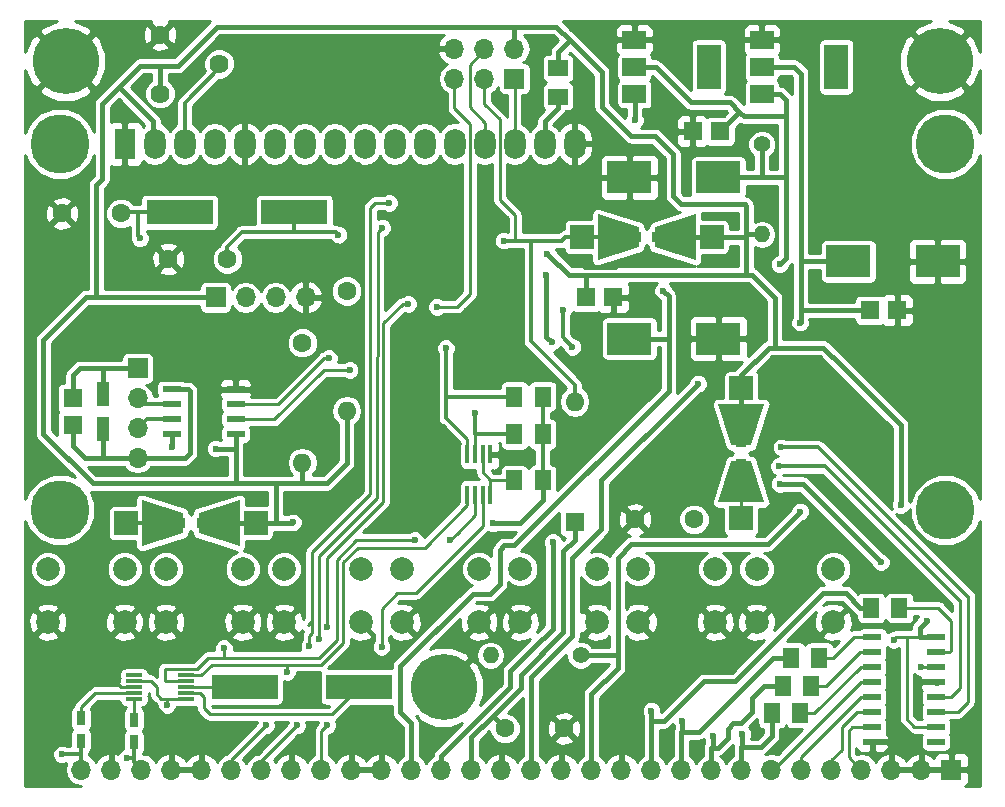
<source format=gbr>
G04 #@! TF.FileFunction,Copper,L1,Top,Signal*
%FSLAX46Y46*%
G04 Gerber Fmt 4.6, Leading zero omitted, Abs format (unit mm)*
G04 Created by KiCad (PCBNEW 4.0.7) date 11/12/18 06:29:17*
%MOMM*%
%LPD*%
G01*
G04 APERTURE LIST*
%ADD10C,0.100000*%
%ADD11R,1.800000X2.600000*%
%ADD12O,1.800000X2.600000*%
%ADD13C,5.000000*%
%ADD14C,1.600000*%
%ADD15O,1.600000X1.600000*%
%ADD16R,1.700000X1.700000*%
%ADD17O,1.700000X1.700000*%
%ADD18R,1.998980X1.998980*%
%ADD19C,1.620000*%
%ADD20C,2.000000*%
%ADD21R,2.000000X3.800000*%
%ADD22R,2.000000X1.500000*%
%ADD23R,0.300000X1.600000*%
%ADD24R,1.550000X0.600000*%
%ADD25R,1.500000X0.600000*%
%ADD26R,1.400000X0.300000*%
%ADD27R,5.600700X2.100580*%
%ADD28R,1.100000X2.150000*%
%ADD29R,1.600000X1.600000*%
%ADD30R,1.400000X1.700000*%
%ADD31C,1.400000*%
%ADD32O,1.400000X1.400000*%
%ADD33C,5.600000*%
%ADD34R,0.750000X1.200000*%
%ADD35R,3.750000X2.700000*%
%ADD36R,1.700000X1.400000*%
%ADD37C,0.600000*%
%ADD38C,0.400000*%
%ADD39C,0.250000*%
%ADD40C,0.350000*%
%ADD41C,0.300000*%
%ADD42C,0.254000*%
G04 APERTURE END LIST*
D10*
D11*
X110000000Y-50000000D03*
D12*
X112540000Y-50000000D03*
X115080000Y-50000000D03*
X117620000Y-50000000D03*
X120160000Y-50000000D03*
X122700000Y-50000000D03*
X125240000Y-50000000D03*
X127780000Y-50000000D03*
X130320000Y-50000000D03*
X132860000Y-50000000D03*
X135400000Y-50000000D03*
X137940000Y-50000000D03*
X140480000Y-50000000D03*
X143020000Y-50000000D03*
X145560000Y-50000000D03*
X148100000Y-50000000D03*
D13*
X104500900Y-50000000D03*
X104500900Y-81000700D03*
X179499480Y-81000700D03*
X179500000Y-50000000D03*
D14*
X125050000Y-66850000D03*
D15*
X125050000Y-77010000D03*
D16*
X143000000Y-44500000D03*
D17*
X143000000Y-41960000D03*
X140460000Y-44500000D03*
X140460000Y-41960000D03*
X137920000Y-44500000D03*
X137920000Y-41960000D03*
D10*
G36*
X158363060Y-55950550D02*
X158363060Y-59849450D01*
X154862940Y-58749630D01*
X154862940Y-57050370D01*
X158363060Y-55950550D01*
X158363060Y-55950550D01*
G37*
G36*
X150036940Y-59849450D02*
X150036940Y-55950550D01*
X153537060Y-57050370D01*
X153537060Y-58749630D01*
X150036940Y-59849450D01*
X150036940Y-59849450D01*
G37*
D18*
X159701640Y-57900000D03*
X148698360Y-57900000D03*
D10*
G36*
X153707500Y-57450000D02*
X153707500Y-58350000D01*
X153532500Y-58350000D01*
X153532500Y-57450000D01*
X153707500Y-57450000D01*
X153707500Y-57450000D01*
G37*
G36*
X154867500Y-57450000D02*
X154867500Y-58350000D01*
X154692500Y-58350000D01*
X154692500Y-57450000D01*
X154867500Y-57450000D01*
X154867500Y-57450000D01*
G37*
D19*
X113000000Y-40750000D03*
X118000000Y-43250000D03*
X113000000Y-45750000D03*
D20*
X170000000Y-86000000D03*
X170000000Y-90500000D03*
X163500000Y-86000000D03*
X163500000Y-90500000D03*
X160000000Y-86000000D03*
X160000000Y-90500000D03*
X153500000Y-86000000D03*
X153500000Y-90500000D03*
X150000000Y-86000000D03*
X150000000Y-90500000D03*
X143500000Y-86000000D03*
X143500000Y-90500000D03*
X140000000Y-86000000D03*
X140000000Y-90500000D03*
X133500000Y-86000000D03*
X133500000Y-90500000D03*
X130000000Y-86000000D03*
X130000000Y-90500000D03*
X123500000Y-86000000D03*
X123500000Y-90500000D03*
X120000000Y-86000000D03*
X120000000Y-90500000D03*
X113500000Y-86000000D03*
X113500000Y-90500000D03*
D21*
X170250000Y-43500000D03*
D22*
X163950000Y-43500000D03*
X163950000Y-45800000D03*
X163950000Y-41200000D03*
D21*
X159450000Y-43500000D03*
D22*
X153150000Y-43500000D03*
X153150000Y-45800000D03*
X153150000Y-41200000D03*
D23*
X140975000Y-76300000D03*
X140325000Y-76300000D03*
X139675000Y-76300000D03*
X139025000Y-76300000D03*
X139025000Y-79700000D03*
X139675000Y-79700000D03*
X140325000Y-79700000D03*
X140975000Y-79700000D03*
D24*
X119400000Y-74605000D03*
X119400000Y-73335000D03*
X119400000Y-72065000D03*
X119400000Y-70795000D03*
X114000000Y-70795000D03*
X114000000Y-72065000D03*
X114000000Y-73335000D03*
X114000000Y-74605000D03*
D25*
X173300000Y-91755000D03*
X173300000Y-93025000D03*
X173300000Y-94295000D03*
X173300000Y-95565000D03*
X173300000Y-96835000D03*
X173300000Y-98105000D03*
X173300000Y-99375000D03*
X173300000Y-100645000D03*
X178700000Y-100645000D03*
X178700000Y-99375000D03*
X178700000Y-98105000D03*
X178700000Y-96835000D03*
X178700000Y-95565000D03*
X178700000Y-94295000D03*
X178700000Y-93025000D03*
X178700000Y-91755000D03*
D26*
X115200000Y-97000000D03*
X115200000Y-96500000D03*
X115200000Y-96000000D03*
X115200000Y-95500000D03*
X115200000Y-95000000D03*
X110800000Y-95000000D03*
X110800000Y-95500000D03*
X110800000Y-96000000D03*
X110800000Y-96500000D03*
X110800000Y-97000000D03*
D27*
X114651140Y-55800000D03*
X124348860Y-55800000D03*
X129848860Y-96000000D03*
X120151140Y-96000000D03*
D10*
G36*
X160250550Y-72036940D02*
X164149450Y-72036940D01*
X163049630Y-75537060D01*
X161350370Y-75537060D01*
X160250550Y-72036940D01*
X160250550Y-72036940D01*
G37*
G36*
X164149450Y-80363060D02*
X160250550Y-80363060D01*
X161350370Y-76862940D01*
X163049630Y-76862940D01*
X164149450Y-80363060D01*
X164149450Y-80363060D01*
G37*
D18*
X162200000Y-70698360D03*
X162200000Y-81701640D03*
D10*
G36*
X161750000Y-76692500D02*
X162650000Y-76692500D01*
X162650000Y-76867500D01*
X161750000Y-76867500D01*
X161750000Y-76692500D01*
X161750000Y-76692500D01*
G37*
G36*
X161750000Y-75532500D02*
X162650000Y-75532500D01*
X162650000Y-75707500D01*
X161750000Y-75707500D01*
X161750000Y-75532500D01*
X161750000Y-75532500D01*
G37*
G36*
X119763060Y-80150550D02*
X119763060Y-84049450D01*
X116262940Y-82949630D01*
X116262940Y-81250370D01*
X119763060Y-80150550D01*
X119763060Y-80150550D01*
G37*
G36*
X111436940Y-84049450D02*
X111436940Y-80150550D01*
X114937060Y-81250370D01*
X114937060Y-82949630D01*
X111436940Y-84049450D01*
X111436940Y-84049450D01*
G37*
D18*
X121101640Y-82100000D03*
X110098360Y-82100000D03*
D10*
G36*
X115107500Y-81650000D02*
X115107500Y-82550000D01*
X114932500Y-82550000D01*
X114932500Y-81650000D01*
X115107500Y-81650000D01*
X115107500Y-81650000D01*
G37*
G36*
X116267500Y-81650000D02*
X116267500Y-82550000D01*
X116092500Y-82550000D01*
X116092500Y-81650000D01*
X116267500Y-81650000D01*
X116267500Y-81650000D01*
G37*
D20*
X110000000Y-86000000D03*
X110000000Y-90500000D03*
X103500000Y-86000000D03*
X103500000Y-90500000D03*
D28*
X108200000Y-71225000D03*
X108200000Y-74175000D03*
D29*
X105600000Y-73850000D03*
X105600000Y-71550000D03*
D14*
X158200000Y-81800000D03*
X153200000Y-81800000D03*
X109700000Y-55900000D03*
X104700000Y-55900000D03*
X118700000Y-59750000D03*
X113700000Y-59750000D03*
D30*
X167200000Y-98200000D03*
X164800000Y-98200000D03*
X175600000Y-89300000D03*
X173200000Y-89300000D03*
X168800000Y-93500000D03*
X166400000Y-93500000D03*
X168100000Y-95900000D03*
X165700000Y-95900000D03*
D31*
X148600000Y-93300000D03*
D32*
X140980000Y-93300000D03*
D16*
X111100000Y-69000000D03*
D17*
X111100000Y-71540000D03*
X111100000Y-74080000D03*
X111100000Y-76620000D03*
D16*
X117700000Y-63000000D03*
D17*
X120240000Y-63000000D03*
X122780000Y-63000000D03*
X125320000Y-63000000D03*
D14*
X128800000Y-62450000D03*
D15*
X128800000Y-72610000D03*
D14*
X142200000Y-99500000D03*
X147200000Y-99500000D03*
D29*
X148100000Y-82000000D03*
D15*
X148100000Y-71840000D03*
D33*
X105000000Y-43000000D03*
X179000000Y-43000000D03*
X137000000Y-96000000D03*
D30*
X145400000Y-74600000D03*
X143000000Y-74600000D03*
X145400000Y-71400000D03*
X143000000Y-71400000D03*
X145400000Y-78500000D03*
X143000000Y-78500000D03*
D34*
X106300000Y-100550000D03*
X106300000Y-98650000D03*
X110800000Y-100650000D03*
X110800000Y-98750000D03*
D35*
X171275000Y-59950000D03*
X178825000Y-59950000D03*
X160275000Y-52850000D03*
X152725000Y-52850000D03*
D29*
X175400000Y-64100000D03*
X173100000Y-64100000D03*
X158100000Y-48950000D03*
X160400000Y-48950000D03*
X151350000Y-63000000D03*
X149050000Y-63000000D03*
D31*
X163950000Y-50050000D03*
D32*
X163950000Y-57670000D03*
D35*
X152725000Y-66500000D03*
X160275000Y-66500000D03*
D16*
X180000000Y-103000000D03*
D17*
X177460000Y-103000000D03*
X174920000Y-103000000D03*
X172380000Y-103000000D03*
X169840000Y-103000000D03*
X167300000Y-103000000D03*
X164760000Y-103000000D03*
X162220000Y-103000000D03*
X159680000Y-103000000D03*
X157140000Y-103000000D03*
X154600000Y-103000000D03*
X152060000Y-103000000D03*
X149520000Y-103000000D03*
X146980000Y-103000000D03*
X144440000Y-103000000D03*
X141900000Y-103000000D03*
X139360000Y-103000000D03*
X136820000Y-103000000D03*
X134280000Y-103000000D03*
X131740000Y-103000000D03*
X129200000Y-103000000D03*
X126660000Y-103000000D03*
X124120000Y-103000000D03*
X121580000Y-103000000D03*
X119040000Y-103000000D03*
X116500000Y-103000000D03*
X113960000Y-103000000D03*
X111420000Y-103000000D03*
X108880000Y-103000000D03*
X106340000Y-103000000D03*
D36*
X146700000Y-43600000D03*
X146700000Y-46000000D03*
D37*
X147000000Y-96100000D03*
X106900000Y-92600000D03*
X175750000Y-100100000D03*
X136100000Y-100400000D03*
X110650000Y-61650000D03*
X109400000Y-58350000D03*
X104200000Y-62050000D03*
X168950000Y-69650000D03*
X165150000Y-69650000D03*
X178800000Y-75900000D03*
X178800000Y-71400000D03*
X169000000Y-74050000D03*
X168850000Y-82650000D03*
X156850000Y-90950000D03*
X167650000Y-91300000D03*
X163550000Y-99750000D03*
X160950000Y-101800000D03*
X152050000Y-97300000D03*
X155900000Y-101150000D03*
X158400000Y-101150000D03*
X166100000Y-100300000D03*
X171100000Y-66650000D03*
X172100000Y-74150000D03*
X175400000Y-68050000D03*
X114800000Y-65450000D03*
X110650000Y-65450000D03*
X129900000Y-93450000D03*
X131350000Y-98550000D03*
X109900000Y-41100000D03*
X118750000Y-41300000D03*
X121800000Y-42200000D03*
X126300000Y-42200000D03*
X130800000Y-42200000D03*
X121750000Y-45800000D03*
X135050000Y-42200000D03*
X135050000Y-45750000D03*
X130750000Y-45750000D03*
X126200000Y-45800000D03*
X116900000Y-60000000D03*
X129550000Y-66750000D03*
X134850000Y-73400000D03*
X137200000Y-76500000D03*
X132850000Y-66750000D03*
X134850000Y-70350000D03*
X127050000Y-66750000D03*
X122300000Y-66700000D03*
X121300000Y-74500000D03*
X117950000Y-68650000D03*
X122900000Y-68650000D03*
X121300000Y-70800000D03*
X125550000Y-74000000D03*
X133350000Y-76500000D03*
X129850000Y-76500000D03*
X122400000Y-76650000D03*
X168950000Y-56600000D03*
X175400000Y-56400000D03*
X175400000Y-60050000D03*
X165950000Y-61950000D03*
X170600000Y-62600000D03*
X158150000Y-63400000D03*
X154400000Y-63400000D03*
X163850000Y-64050000D03*
X154950000Y-59800000D03*
X148650000Y-60050000D03*
X161450000Y-56200000D03*
X161450000Y-59850000D03*
X172750000Y-56600000D03*
X168400000Y-44000000D03*
X166100000Y-44850000D03*
X167350000Y-41500000D03*
X173450000Y-42300000D03*
X176450000Y-53450000D03*
X172750000Y-53450000D03*
X168950000Y-53450000D03*
X168950000Y-49200000D03*
X172800000Y-49200000D03*
X161750000Y-43450000D03*
X155500000Y-47050000D03*
X157300000Y-43500000D03*
X157550000Y-52650000D03*
X160300000Y-50650000D03*
X164000000Y-54600000D03*
X154650000Y-55700000D03*
X131600000Y-51650000D03*
X129100000Y-51750000D03*
X134100000Y-51700000D03*
X136050000Y-47000000D03*
X148950000Y-47050000D03*
X144400000Y-47050000D03*
X141800000Y-46550000D03*
X148800000Y-52850000D03*
X140650000Y-56350000D03*
X145150000Y-55200000D03*
X110600000Y-53300000D03*
X119250000Y-53900000D03*
X118650000Y-56950000D03*
X120700000Y-60150000D03*
X129450000Y-57100000D03*
X128700000Y-60450000D03*
X129450000Y-54450000D03*
X122200000Y-52300000D03*
X159000000Y-72550000D03*
X150000000Y-74950000D03*
X156200000Y-79500000D03*
X153300000Y-78250000D03*
X128550000Y-80150000D03*
X142500000Y-76500000D03*
X133350000Y-80150000D03*
X136700000Y-80150000D03*
X108600000Y-94900000D03*
X102700000Y-94850000D03*
X105700000Y-94850000D03*
X112950000Y-98850000D03*
X115800000Y-100050000D03*
X118750000Y-99250000D03*
X120700000Y-99250000D03*
X118050000Y-101450000D03*
X125250000Y-97200000D03*
X124000000Y-95950000D03*
X123300000Y-99250000D03*
X125750000Y-99450000D03*
X142750000Y-64500000D03*
X142750000Y-61400000D03*
X142750000Y-68450000D03*
X142750000Y-66400000D03*
X134700000Y-62400000D03*
X137700000Y-60600000D03*
X137700000Y-63000000D03*
X134200000Y-58800000D03*
X134200000Y-60600000D03*
X136350000Y-58550000D03*
X177200000Y-95600000D03*
X177200000Y-97900000D03*
X117700000Y-75800000D03*
X124250000Y-82050000D03*
X141200000Y-82100000D03*
X175700000Y-80600000D03*
X177900000Y-90400000D03*
X145800000Y-59300000D03*
X175100000Y-92000000D03*
X142100000Y-58200000D03*
X136450000Y-63800000D03*
X139700000Y-72800000D03*
X137200000Y-67300000D03*
X131750000Y-92600000D03*
X113600000Y-97500000D03*
X118400000Y-92700000D03*
X134550000Y-83550000D03*
X137550000Y-83550000D03*
X123750000Y-94700000D03*
X111300000Y-58000000D03*
X128100000Y-57700000D03*
X146150000Y-66800000D03*
X145700000Y-61100000D03*
X165600000Y-75700000D03*
X174025000Y-85425000D03*
X165450000Y-78800000D03*
X177400000Y-94300000D03*
X147900000Y-67200000D03*
X147100000Y-64100000D03*
X165400000Y-77300000D03*
X129050000Y-69150000D03*
X127300000Y-68150000D03*
X114000000Y-75650000D03*
X104700000Y-101700000D03*
X110200000Y-102000000D03*
X162300000Y-100000000D03*
X159800000Y-100100000D03*
X157200000Y-98850000D03*
X154600000Y-98000000D03*
X167200000Y-65150000D03*
X167200000Y-81150000D03*
X146250000Y-83700000D03*
X153200000Y-48000000D03*
X155600000Y-62450000D03*
X158550000Y-70300000D03*
X165450000Y-60200000D03*
X127150000Y-99250000D03*
X127150000Y-90900000D03*
X134000000Y-63550000D03*
X131800000Y-57100000D03*
X124600000Y-99250000D03*
X126450000Y-91950000D03*
X125650000Y-92550000D03*
X121950000Y-99250000D03*
X132400000Y-55000000D03*
D38*
X173300000Y-100645000D02*
X175205000Y-100645000D01*
X175205000Y-100645000D02*
X175750000Y-100100000D01*
X110650000Y-61650000D02*
X109400000Y-60400000D01*
X109400000Y-60400000D02*
X109400000Y-58350000D01*
X104250000Y-62000000D02*
X104250000Y-61950000D01*
X104200000Y-62050000D02*
X104250000Y-62000000D01*
X165150000Y-69650000D02*
X168950000Y-69650000D01*
X175400000Y-68050000D02*
X175450000Y-68050000D01*
X175450000Y-68050000D02*
X178800000Y-71400000D01*
X169000000Y-74050000D02*
X169050000Y-74050000D01*
X170000000Y-90500000D02*
X170000000Y-90550000D01*
X170000000Y-90550000D02*
X168850000Y-91700000D01*
X168850000Y-91700000D02*
X168050000Y-91700000D01*
X168050000Y-91700000D02*
X167650000Y-91300000D01*
X152060000Y-97310000D02*
X152050000Y-97300000D01*
X152060000Y-103000000D02*
X152060000Y-97310000D01*
X175400000Y-64100000D02*
X175400000Y-68050000D01*
X172100000Y-74150000D02*
X172100000Y-74300000D01*
X110650000Y-65450000D02*
X114800000Y-65450000D01*
X130000000Y-90500000D02*
X131050000Y-91550000D01*
X129900000Y-93100000D02*
X129900000Y-93450000D01*
X131050000Y-91950000D02*
X129900000Y-93100000D01*
X131050000Y-91550000D02*
X131050000Y-91950000D01*
X113000000Y-40750000D02*
X111600000Y-42150000D01*
X110950000Y-42150000D02*
X109900000Y-41100000D01*
X111600000Y-42150000D02*
X110950000Y-42150000D01*
X121850000Y-42150000D02*
X121850000Y-42100000D01*
X121800000Y-42200000D02*
X121850000Y-42150000D01*
X130800000Y-42200000D02*
X126300000Y-42200000D01*
X135050000Y-45750000D02*
X135050000Y-42200000D01*
X126250000Y-45750000D02*
X130750000Y-45750000D01*
X126200000Y-45800000D02*
X126250000Y-45750000D01*
X113700000Y-59750000D02*
X115300000Y-61350000D01*
X115550000Y-61350000D02*
X116900000Y-60000000D01*
X115300000Y-61350000D02*
X115550000Y-61350000D01*
D39*
X137200000Y-75750000D02*
X134850000Y-73400000D01*
X137200000Y-75750000D02*
X137200000Y-76500000D01*
D38*
X132850000Y-68350000D02*
X132850000Y-66750000D01*
X134850000Y-70350000D02*
X132850000Y-68350000D01*
X122900000Y-68650000D02*
X122900000Y-67300000D01*
X122900000Y-67300000D02*
X122300000Y-66700000D01*
X122700000Y-74500000D02*
X121300000Y-74500000D01*
X123625000Y-75425000D02*
X122700000Y-74500000D01*
X117950000Y-68650000D02*
X117950000Y-68700000D01*
X122900000Y-69200000D02*
X122900000Y-68650000D01*
X121300000Y-70800000D02*
X122900000Y-69200000D01*
X125550000Y-74000000D02*
X125050000Y-74000000D01*
X125050000Y-74000000D02*
X123625000Y-75425000D01*
X123625000Y-75425000D02*
X122400000Y-76650000D01*
X172750000Y-56600000D02*
X168950000Y-56600000D01*
X175400000Y-64100000D02*
X175400000Y-60050000D01*
X158150000Y-63400000D02*
X163200000Y-63400000D01*
X151350000Y-63000000D02*
X154000000Y-63000000D01*
X154000000Y-63000000D02*
X154400000Y-63400000D01*
X163200000Y-63400000D02*
X163850000Y-64050000D01*
X154950000Y-59800000D02*
X152100000Y-59800000D01*
X149000000Y-60400000D02*
X148650000Y-60050000D01*
X151500000Y-60400000D02*
X149000000Y-60400000D01*
X152100000Y-59800000D02*
X151500000Y-60400000D01*
X172750000Y-53450000D02*
X172750000Y-56600000D01*
X168200000Y-42350000D02*
X168200000Y-43800000D01*
X168200000Y-43800000D02*
X168400000Y-44000000D01*
X167350000Y-41500000D02*
X168200000Y-42350000D01*
X172750000Y-53450000D02*
X176450000Y-53450000D01*
X179000000Y-43000000D02*
X174650000Y-47350000D01*
X172800000Y-53400000D02*
X172800000Y-53350000D01*
X172750000Y-53450000D02*
X172800000Y-53400000D01*
X168950000Y-49200000D02*
X168950000Y-53450000D01*
X174650000Y-47350000D02*
X172800000Y-49200000D01*
X163950000Y-41200000D02*
X162350000Y-41200000D01*
X161750000Y-41800000D02*
X161750000Y-43450000D01*
X162350000Y-41200000D02*
X161750000Y-41800000D01*
X156450000Y-48950000D02*
X155500000Y-48000000D01*
X155500000Y-48000000D02*
X155500000Y-47050000D01*
X158100000Y-48950000D02*
X156450000Y-48950000D01*
X155550000Y-41200000D02*
X153150000Y-41200000D01*
X155650000Y-41300000D02*
X155550000Y-41200000D01*
X155650000Y-41850000D02*
X155650000Y-41300000D01*
X157300000Y-43500000D02*
X155650000Y-41850000D01*
X164000000Y-54600000D02*
X164050000Y-54550000D01*
X152725000Y-52850000D02*
X152725000Y-55325000D01*
X153100000Y-55700000D02*
X154650000Y-55700000D01*
X152725000Y-55325000D02*
X153100000Y-55700000D01*
X131600000Y-51950000D02*
X131600000Y-51650000D01*
X129100000Y-51750000D02*
X129750000Y-51750000D01*
X129450000Y-52100000D02*
X129100000Y-51750000D01*
X129450000Y-54450000D02*
X129450000Y-52100000D01*
X133850000Y-51950000D02*
X134100000Y-51700000D01*
X129950000Y-51950000D02*
X131600000Y-51950000D01*
X131600000Y-51950000D02*
X133850000Y-51950000D01*
X129750000Y-51750000D02*
X129950000Y-51950000D01*
X148100000Y-47900000D02*
X148950000Y-47050000D01*
X148100000Y-50000000D02*
X148100000Y-47900000D01*
X141800000Y-46550000D02*
X141800000Y-46500000D01*
X148800000Y-52850000D02*
X147500000Y-52850000D01*
X152725000Y-52850000D02*
X148800000Y-52850000D01*
X140650000Y-56350000D02*
X140700000Y-56400000D01*
X147500000Y-52850000D02*
X145150000Y-55200000D01*
X110600000Y-53300000D02*
X110550000Y-53300000D01*
X120160000Y-52990000D02*
X119250000Y-53900000D01*
X120160000Y-51960000D02*
X120160000Y-52990000D01*
X125320000Y-63000000D02*
X125320000Y-60680000D01*
X124790000Y-60150000D02*
X120700000Y-60150000D01*
X125320000Y-60680000D02*
X124790000Y-60150000D01*
X129000000Y-60450000D02*
X129450000Y-60000000D01*
X129450000Y-60000000D02*
X129450000Y-57100000D01*
X128700000Y-60450000D02*
X129000000Y-60450000D01*
X129450000Y-54450000D02*
X129450000Y-54400000D01*
X120160000Y-50000000D02*
X120160000Y-51960000D01*
X120500000Y-52300000D02*
X122200000Y-52300000D01*
X120160000Y-51960000D02*
X120500000Y-52300000D01*
D39*
X153300000Y-78250000D02*
X159000000Y-72550000D01*
X150000000Y-74950000D02*
X150050000Y-74950000D01*
X154550000Y-79500000D02*
X156200000Y-79500000D01*
X153300000Y-78250000D02*
X154550000Y-79500000D01*
X140975000Y-76300000D02*
X142300000Y-76300000D01*
X142300000Y-76300000D02*
X142500000Y-76500000D01*
X136700000Y-80150000D02*
X133350000Y-80150000D01*
X109700000Y-96000000D02*
X108600000Y-94900000D01*
X110800000Y-96000000D02*
X109700000Y-96000000D01*
X105700000Y-94850000D02*
X102700000Y-94850000D01*
X114600000Y-98850000D02*
X112950000Y-98850000D01*
X115800000Y-100050000D02*
X114600000Y-98850000D01*
X120700000Y-99250000D02*
X118750000Y-99250000D01*
X118750000Y-99250000D02*
X117025000Y-100975000D01*
X117025000Y-100975000D02*
X117575000Y-100975000D01*
X117575000Y-100975000D02*
X118050000Y-101450000D01*
X116500000Y-103000000D02*
X116500000Y-101500000D01*
X116500000Y-101500000D02*
X117025000Y-100975000D01*
X125250000Y-97200000D02*
X124000000Y-95950000D01*
X123300000Y-99250000D02*
X123350000Y-99200000D01*
X124120000Y-103000000D02*
X124120000Y-101080000D01*
X124120000Y-101080000D02*
X125750000Y-99450000D01*
X142750000Y-64500000D02*
X142750000Y-66400000D01*
X142750000Y-64500000D02*
X142750000Y-61400000D01*
X137700000Y-63000000D02*
X137700000Y-60600000D01*
D38*
X134700000Y-62400000D02*
X134750000Y-62450000D01*
X134750000Y-62450000D02*
X135100000Y-62450000D01*
X135100000Y-62450000D02*
X136950000Y-60600000D01*
X136950000Y-60600000D02*
X137700000Y-60600000D01*
D40*
X134200000Y-58800000D02*
X134200000Y-60600000D01*
D39*
X177235000Y-95565000D02*
X177200000Y-95600000D01*
X177235000Y-95565000D02*
X178700000Y-95565000D01*
D38*
X146700000Y-43600000D02*
X146700000Y-42250000D01*
X146700000Y-42250000D02*
X147700000Y-41250000D01*
X146700000Y-43600000D02*
X146700000Y-43250000D01*
X107600000Y-57450000D02*
X107600000Y-63000000D01*
X117700000Y-63000000D02*
X107600000Y-63000000D01*
X107600000Y-63000000D02*
X106700000Y-63000000D01*
X103100000Y-67550000D02*
X103100000Y-68800000D01*
X106700000Y-63000000D02*
X103100000Y-66600000D01*
X103100000Y-66600000D02*
X103100000Y-67550000D01*
X119400000Y-75800000D02*
X119400000Y-78750000D01*
X121500000Y-78750000D02*
X119400000Y-78750000D01*
X121500000Y-78750000D02*
X122800000Y-78750000D01*
X119400000Y-78750000D02*
X107300000Y-78750000D01*
X107600000Y-57450000D02*
X107600000Y-56200000D01*
X107600000Y-53500000D02*
X108100000Y-53000000D01*
X108100000Y-53000000D02*
X108100000Y-46600000D01*
X108100000Y-46600000D02*
X109500000Y-45200000D01*
X107600000Y-56200000D02*
X107600000Y-53500000D01*
X103100000Y-74550000D02*
X103100000Y-68800000D01*
X107300000Y-78750000D02*
X103100000Y-74550000D01*
X122800000Y-80050000D02*
X122800000Y-78750000D01*
X125050000Y-77010000D02*
X125050000Y-78750000D01*
X122800000Y-78750000D02*
X125050000Y-78750000D01*
X125050000Y-78750000D02*
X127100000Y-78750000D01*
X128800000Y-77050000D02*
X128800000Y-72610000D01*
X127100000Y-78750000D02*
X128800000Y-77050000D01*
X122800000Y-82100000D02*
X124200000Y-82100000D01*
X124200000Y-82100000D02*
X124250000Y-82050000D01*
X119400000Y-75800000D02*
X117700000Y-75800000D01*
X119400000Y-75700000D02*
X119400000Y-75800000D01*
X119400000Y-75700000D02*
X119400000Y-74605000D01*
X143450000Y-82100000D02*
X145400000Y-80150000D01*
X145400000Y-80150000D02*
X145400000Y-78500000D01*
X141200000Y-82100000D02*
X143450000Y-82100000D01*
X122800000Y-80050000D02*
X122800000Y-82100000D01*
X120601260Y-82100000D02*
X122800000Y-82100000D01*
D10*
X162200000Y-75620000D02*
X162200000Y-73787000D01*
X116180000Y-82100000D02*
X118013000Y-82100000D01*
X154780000Y-57900000D02*
X156613000Y-57900000D01*
D38*
X165050000Y-67250000D02*
X164550000Y-67250000D01*
X162200000Y-69600000D02*
X162200000Y-71198740D01*
X164550000Y-67250000D02*
X162200000Y-69600000D01*
X162650000Y-61100000D02*
X163100000Y-61100000D01*
X165050000Y-63050000D02*
X165050000Y-67250000D01*
X163100000Y-61100000D02*
X165050000Y-63050000D01*
X165050000Y-67250000D02*
X169150000Y-67250000D01*
X169150000Y-67250000D02*
X170700000Y-68800000D01*
X170700000Y-68800000D02*
X175700000Y-73800000D01*
X175700000Y-73800000D02*
X175700000Y-80600000D01*
X177900000Y-90400000D02*
X177300000Y-91000000D01*
X177300000Y-91000000D02*
X177300000Y-91755000D01*
X163950000Y-57670000D02*
X162650000Y-57670000D01*
X162650000Y-57900000D02*
X162650000Y-61100000D01*
X143000000Y-40100000D02*
X146550000Y-40100000D01*
X146550000Y-40100000D02*
X147700000Y-41250000D01*
X162650000Y-55250000D02*
X162650000Y-57670000D01*
X148200000Y-41750000D02*
X150400000Y-43950000D01*
X147700000Y-41250000D02*
X148200000Y-41750000D01*
X150400000Y-45750000D02*
X150400000Y-46850000D01*
X150400000Y-43950000D02*
X150400000Y-45750000D01*
X150400000Y-46850000D02*
X152900000Y-49350000D01*
X152900000Y-49350000D02*
X154900000Y-49350000D01*
X154900000Y-49350000D02*
X156450000Y-50900000D01*
X156450000Y-50900000D02*
X156450000Y-54450000D01*
X156450000Y-54450000D02*
X157100000Y-55100000D01*
X157100000Y-55100000D02*
X162500000Y-55100000D01*
X162500000Y-55100000D02*
X162650000Y-55250000D01*
X162650000Y-57670000D02*
X162650000Y-57900000D01*
X149050000Y-63000000D02*
X149050000Y-61100000D01*
X150300000Y-61100000D02*
X149050000Y-61100000D01*
X150300000Y-61100000D02*
X162650000Y-61100000D01*
X149050000Y-61100000D02*
X147600000Y-61100000D01*
X147600000Y-61100000D02*
X145800000Y-59300000D01*
X143000000Y-41960000D02*
X143000000Y-40100000D01*
X109500000Y-45200000D02*
X112400000Y-48100000D01*
X112400000Y-48100000D02*
X112400000Y-49860000D01*
X112400000Y-49860000D02*
X112540000Y-50000000D01*
X113000000Y-43400000D02*
X113000000Y-45750000D01*
X117800000Y-40100000D02*
X143000000Y-40100000D01*
X114500000Y-43400000D02*
X117800000Y-40100000D01*
X111300000Y-43400000D02*
X113000000Y-43400000D01*
X113000000Y-43400000D02*
X114500000Y-43400000D01*
X109500000Y-45200000D02*
X111300000Y-43400000D01*
X112500000Y-50040000D02*
X112540000Y-50000000D01*
X120601260Y-82100000D02*
X118013000Y-82100000D01*
X159201260Y-57900000D02*
X162650000Y-57900000D01*
X162200000Y-71198740D02*
X162200000Y-73787000D01*
X159201260Y-57900000D02*
X156613000Y-57900000D01*
D39*
X176200000Y-92800000D02*
X176200000Y-91755000D01*
X175100000Y-92000000D02*
X175345000Y-91755000D01*
X175345000Y-91755000D02*
X176200000Y-91755000D01*
X176200000Y-91755000D02*
X177300000Y-91755000D01*
D38*
X177300000Y-91755000D02*
X178700000Y-91755000D01*
D39*
X176875000Y-99375000D02*
X178700000Y-99375000D01*
X176200000Y-98700000D02*
X176875000Y-99375000D01*
X176200000Y-92800000D02*
X176200000Y-98700000D01*
D40*
X145400000Y-74600000D02*
X145400000Y-78500000D01*
X145400000Y-71400000D02*
X145400000Y-74600000D01*
X118000000Y-43250000D02*
X118000000Y-43600000D01*
X118000000Y-43600000D02*
X115080000Y-46520000D01*
X115080000Y-46520000D02*
X115080000Y-50000000D01*
D39*
X140460000Y-41960000D02*
X140460000Y-42065000D01*
X140460000Y-42065000D02*
X139200000Y-43325000D01*
X139200000Y-43325000D02*
X139200000Y-46925000D01*
X139200000Y-46925000D02*
X140480000Y-48205000D01*
X140480000Y-48205000D02*
X140480000Y-50000000D01*
X143020000Y-50000000D02*
X143020000Y-44520000D01*
D40*
X143020000Y-44520000D02*
X143000000Y-44500000D01*
D10*
X153620000Y-57900000D02*
X151787000Y-57900000D01*
D40*
X144400000Y-66200000D02*
X144400000Y-66700000D01*
X148100000Y-70400000D02*
X148100000Y-71840000D01*
X144400000Y-66700000D02*
X148100000Y-70400000D01*
D39*
X140460000Y-44500000D02*
X140460000Y-46635000D01*
X143075000Y-56050000D02*
X143075000Y-58200000D01*
X141750000Y-54725000D02*
X143075000Y-56050000D01*
X141750000Y-47925000D02*
X141750000Y-54725000D01*
X140460000Y-46635000D02*
X141750000Y-47925000D01*
D40*
X149198740Y-57900000D02*
X151787000Y-57900000D01*
X144400000Y-58200000D02*
X147000000Y-58200000D01*
X147300000Y-57900000D02*
X149198740Y-57900000D01*
X147000000Y-58200000D02*
X147300000Y-57900000D01*
X144400000Y-58200000D02*
X143075000Y-58200000D01*
X143075000Y-58200000D02*
X142100000Y-58200000D01*
X144400000Y-66200000D02*
X144400000Y-58200000D01*
D39*
X136450000Y-63800000D02*
X137150000Y-63800000D01*
X138300000Y-63650000D02*
X138150000Y-63800000D01*
X138150000Y-63800000D02*
X137150000Y-63800000D01*
X139225000Y-62725000D02*
X139225000Y-62525000D01*
X138300000Y-63650000D02*
X139225000Y-62725000D01*
D40*
X110598740Y-82100000D02*
X113187000Y-82100000D01*
D10*
X115020000Y-82100000D02*
X113187000Y-82100000D01*
D39*
X137920000Y-44500000D02*
X137920000Y-46995000D01*
X139225000Y-48300000D02*
X139225000Y-62525000D01*
X137920000Y-46995000D02*
X139225000Y-48300000D01*
D40*
X143000000Y-74600000D02*
X139675000Y-74600000D01*
X139675000Y-72825000D02*
X139675000Y-74600000D01*
D39*
X139675000Y-74600000D02*
X139675000Y-76300000D01*
D40*
X139700000Y-72800000D02*
X139675000Y-72825000D01*
X137200000Y-71800000D02*
X137200000Y-73200000D01*
D39*
X139025000Y-75025000D02*
X139025000Y-76300000D01*
X137200000Y-73200000D02*
X139025000Y-75025000D01*
D40*
X143000000Y-71400000D02*
X137200000Y-71400000D01*
D39*
X139025000Y-76300000D02*
X139025000Y-75525000D01*
D40*
X137200000Y-71800000D02*
X137200000Y-71400000D01*
X137200000Y-71400000D02*
X137200000Y-71100000D01*
X137200000Y-71100000D02*
X137200000Y-67300000D01*
D39*
X140975000Y-78500000D02*
X143000000Y-78500000D01*
X140325000Y-76300000D02*
X140325000Y-77825000D01*
X140975000Y-78475000D02*
X140975000Y-78500000D01*
X140975000Y-78500000D02*
X140975000Y-79700000D01*
X140325000Y-77825000D02*
X140975000Y-78475000D01*
X140325000Y-79700000D02*
X140325000Y-82375000D01*
X131750000Y-89350000D02*
X131750000Y-92600000D01*
X133050000Y-88050000D02*
X131750000Y-89350000D01*
X134650000Y-88050000D02*
X133050000Y-88050000D01*
X140325000Y-82375000D02*
X134650000Y-88050000D01*
X113600000Y-97500000D02*
X113600000Y-97000000D01*
X115200000Y-97000000D02*
X113600000Y-97000000D01*
X113600000Y-97000000D02*
X113100000Y-97000000D01*
X113100000Y-97000000D02*
X113000000Y-96900000D01*
X112200000Y-95500000D02*
X110800000Y-95500000D01*
X112700000Y-96000000D02*
X112200000Y-95500000D01*
X112700000Y-96600000D02*
X112700000Y-96000000D01*
X113000000Y-96900000D02*
X112700000Y-96600000D01*
X118400000Y-92700000D02*
X118400000Y-93500000D01*
X138100000Y-83000000D02*
X137550000Y-83550000D01*
X126450000Y-93500000D02*
X118400000Y-93500000D01*
X127950000Y-92000000D02*
X126450000Y-93500000D01*
X127950000Y-85200000D02*
X127950000Y-92000000D01*
X129600000Y-83550000D02*
X127950000Y-85200000D01*
X134550000Y-83550000D02*
X129600000Y-83550000D01*
X139675000Y-81425000D02*
X139675000Y-79700000D01*
X138100000Y-83000000D02*
X139675000Y-81425000D01*
X116100000Y-94500000D02*
X113400000Y-94500000D01*
X117100000Y-93500000D02*
X116100000Y-94500000D01*
X118400000Y-93500000D02*
X117100000Y-93500000D01*
X115200000Y-95500000D02*
X113400000Y-95500000D01*
X113400000Y-95500000D02*
X113400000Y-94500000D01*
X123800000Y-94100000D02*
X117400000Y-94100000D01*
X132400000Y-84200000D02*
X129750000Y-84200000D01*
X126650000Y-94100000D02*
X123800000Y-94100000D01*
X123800000Y-94100000D02*
X123750000Y-94100000D01*
X128500000Y-92250000D02*
X126650000Y-94100000D01*
X128500000Y-85450000D02*
X128500000Y-92250000D01*
X129750000Y-84200000D02*
X128500000Y-85450000D01*
X123750000Y-94700000D02*
X123750000Y-94100000D01*
X139025000Y-79700000D02*
X139025000Y-80575000D01*
X116500000Y-95000000D02*
X115200000Y-95000000D01*
X117400000Y-94100000D02*
X116500000Y-95000000D01*
X135400000Y-84200000D02*
X132400000Y-84200000D01*
X139025000Y-80575000D02*
X135400000Y-84200000D01*
D41*
X111100000Y-56100000D02*
X111100000Y-55800000D01*
D39*
X111100000Y-56700000D02*
X111100000Y-56100000D01*
D41*
X111100000Y-56100000D02*
X111100000Y-57800000D01*
X111100000Y-57800000D02*
X111300000Y-58000000D01*
X114651140Y-55800000D02*
X111100000Y-55800000D01*
X111100000Y-55800000D02*
X109800000Y-55800000D01*
D39*
X109800000Y-55800000D02*
X109700000Y-55900000D01*
D41*
X118700000Y-59750000D02*
X118700000Y-58700000D01*
X119900000Y-57500000D02*
X124348860Y-57500000D01*
X118700000Y-58700000D02*
X119900000Y-57500000D01*
X124348860Y-57500000D02*
X127900000Y-57500000D01*
D39*
X127900000Y-57500000D02*
X128100000Y-57700000D01*
D41*
X124348860Y-55800000D02*
X124348860Y-57500000D01*
D39*
X118748860Y-59701140D02*
X118700000Y-59750000D01*
D38*
X145700000Y-61100000D02*
X145700000Y-66350000D01*
X145700000Y-66350000D02*
X146150000Y-66800000D01*
D10*
X162200000Y-76780000D02*
X162200000Y-78613000D01*
D39*
X162200000Y-78613000D02*
X162200000Y-81201260D01*
D40*
X161600000Y-78000000D02*
X163100000Y-78000000D01*
D39*
X181400000Y-94600000D02*
X181400000Y-97300000D01*
X180595000Y-98105000D02*
X178700000Y-98105000D01*
X181400000Y-97300000D02*
X180595000Y-98105000D01*
D40*
X165600000Y-75700000D02*
X168700000Y-75700000D01*
D39*
X181400000Y-88400000D02*
X181400000Y-94600000D01*
D40*
X168700000Y-75700000D02*
X181400000Y-88400000D01*
D38*
X165450000Y-78800000D02*
X167400000Y-78800000D01*
X167400000Y-78800000D02*
X174025000Y-85425000D01*
D39*
X178700000Y-94295000D02*
X177405000Y-94295000D01*
X177405000Y-94295000D02*
X177400000Y-94300000D01*
D40*
X147900000Y-67200000D02*
X147100000Y-66400000D01*
X147100000Y-66400000D02*
X147100000Y-64100000D01*
D39*
X180700000Y-93200000D02*
X180700000Y-96100000D01*
X179965000Y-96835000D02*
X178700000Y-96835000D01*
X180700000Y-96100000D02*
X179965000Y-96835000D01*
D40*
X169300000Y-77300000D02*
X165400000Y-77300000D01*
X180700000Y-88700000D02*
X169300000Y-77300000D01*
D39*
X180700000Y-93200000D02*
X180700000Y-88700000D01*
X121150000Y-73335000D02*
X122665000Y-73335000D01*
X126850000Y-69150000D02*
X129050000Y-69150000D01*
X122665000Y-73335000D02*
X126850000Y-69150000D01*
X119400000Y-73335000D02*
X121150000Y-73335000D01*
X121650000Y-72065000D02*
X122985000Y-72065000D01*
X122985000Y-72065000D02*
X126900000Y-68150000D01*
X127300000Y-68150000D02*
X126900000Y-68150000D01*
X121650000Y-72065000D02*
X119400000Y-72065000D01*
X115200000Y-96500000D02*
X116400000Y-96500000D01*
X127548860Y-98300000D02*
X129848860Y-96000000D01*
X117200000Y-98300000D02*
X127548860Y-98300000D01*
X116700000Y-97800000D02*
X117200000Y-98300000D01*
X116700000Y-96800000D02*
X116700000Y-97800000D01*
X116400000Y-96500000D02*
X116700000Y-96800000D01*
X115200000Y-96000000D02*
X120151140Y-96000000D01*
D38*
X114000000Y-74605000D02*
X114000000Y-75650000D01*
X108200000Y-71225000D02*
X108200000Y-69000000D01*
X106200000Y-69000000D02*
X108200000Y-69000000D01*
X108200000Y-69000000D02*
X111100000Y-69000000D01*
X105600000Y-71550000D02*
X105600000Y-69600000D01*
X105600000Y-69600000D02*
X106200000Y-69000000D01*
X111100000Y-76620000D02*
X115080000Y-76620000D01*
X115395000Y-70795000D02*
X114000000Y-70795000D01*
X115500000Y-70900000D02*
X115395000Y-70795000D01*
X115500000Y-76200000D02*
X115500000Y-70900000D01*
X115080000Y-76620000D02*
X115500000Y-76200000D01*
X108200000Y-74175000D02*
X108200000Y-76620000D01*
X106620000Y-76620000D02*
X108200000Y-76620000D01*
X108200000Y-76620000D02*
X111100000Y-76620000D01*
X105600000Y-73850000D02*
X105600000Y-75600000D01*
X105600000Y-75600000D02*
X106620000Y-76620000D01*
D39*
X106300000Y-98650000D02*
X106300000Y-97700000D01*
X107500000Y-96500000D02*
X110800000Y-96500000D01*
X106300000Y-97700000D02*
X107500000Y-96500000D01*
X110800000Y-97000000D02*
X110800000Y-98750000D01*
D41*
X106300000Y-101700000D02*
X106300000Y-102960000D01*
X106300000Y-100550000D02*
X106300000Y-101700000D01*
X106300000Y-101700000D02*
X104700000Y-101700000D01*
X106300000Y-102960000D02*
X106340000Y-103000000D01*
X110800000Y-100650000D02*
X110800000Y-102000000D01*
X110800000Y-102000000D02*
X110800000Y-102380000D01*
X110200000Y-102000000D02*
X110800000Y-102000000D01*
X110800000Y-102380000D02*
X111420000Y-103000000D01*
D39*
X173300000Y-99375000D02*
X171625000Y-99375000D01*
X171300000Y-101920000D02*
X172380000Y-103000000D01*
X171300000Y-99700000D02*
X171300000Y-101920000D01*
X171625000Y-99375000D02*
X171300000Y-99700000D01*
X169840000Y-103000000D02*
X169840000Y-102160000D01*
X169840000Y-102160000D02*
X170700000Y-101300000D01*
X170700000Y-101300000D02*
X170700000Y-99400000D01*
X170700000Y-99400000D02*
X171995000Y-98105000D01*
X171995000Y-98105000D02*
X173300000Y-98105000D01*
X173300000Y-96835000D02*
X172365000Y-96835000D01*
X167300000Y-101900000D02*
X167300000Y-103000000D01*
X172365000Y-96835000D02*
X167300000Y-101900000D01*
X173300000Y-95565000D02*
X172335000Y-95565000D01*
X172335000Y-95565000D02*
X164900000Y-103000000D01*
X164900000Y-103000000D02*
X164760000Y-103000000D01*
X168800000Y-93500000D02*
X170000000Y-93500000D01*
X171745000Y-91755000D02*
X173300000Y-91755000D01*
X170000000Y-93500000D02*
X171745000Y-91755000D01*
X168100000Y-95900000D02*
X169400000Y-95900000D01*
X172275000Y-93025000D02*
X173300000Y-93025000D01*
X169400000Y-95900000D02*
X172275000Y-93025000D01*
X167200000Y-98200000D02*
X168400000Y-98200000D01*
X172305000Y-94295000D02*
X173300000Y-94295000D01*
X168400000Y-98200000D02*
X172305000Y-94295000D01*
X178700000Y-93025000D02*
X179875000Y-93025000D01*
X178900000Y-89300000D02*
X175600000Y-89300000D01*
X180000000Y-90400000D02*
X178900000Y-89300000D01*
X180000000Y-92900000D02*
X180000000Y-90400000D01*
X179875000Y-93025000D02*
X180000000Y-92900000D01*
D38*
X162300000Y-100000000D02*
X162300000Y-101020000D01*
X162300000Y-101020000D02*
X162220000Y-101100000D01*
X162220000Y-101100000D02*
X163850000Y-101100000D01*
X163850000Y-101100000D02*
X164800000Y-100150000D01*
X164800000Y-100150000D02*
X164800000Y-98200000D01*
X162220000Y-101100000D02*
X162220000Y-103000000D01*
X159800000Y-100100000D02*
X159800000Y-101030000D01*
X159800000Y-101030000D02*
X159680000Y-101150000D01*
X165700000Y-95900000D02*
X164150000Y-95900000D01*
X161050000Y-99550000D02*
X161550000Y-99050000D01*
X161050000Y-100350000D02*
X161050000Y-99550000D01*
X160250000Y-101150000D02*
X161050000Y-100350000D01*
X159680000Y-101150000D02*
X160250000Y-101150000D01*
X164150000Y-95900000D02*
X163150000Y-96900000D01*
X163150000Y-96900000D02*
X163150000Y-98100000D01*
X163150000Y-98100000D02*
X162200000Y-99050000D01*
X162200000Y-99050000D02*
X161550000Y-99050000D01*
X159680000Y-101150000D02*
X159680000Y-103000000D01*
X157200000Y-98850000D02*
X157200000Y-99800000D01*
X166400000Y-93500000D02*
X164900000Y-93500000D01*
X164900000Y-93500000D02*
X158600000Y-99800000D01*
X158600000Y-99800000D02*
X157200000Y-99800000D01*
X157200000Y-99800000D02*
X157140000Y-99800000D01*
X157140000Y-100360000D02*
X157140000Y-99800000D01*
X157140000Y-100360000D02*
X157140000Y-103000000D01*
X172300000Y-89275000D02*
X173175000Y-89275000D01*
X173175000Y-89275000D02*
X173200000Y-89300000D01*
X172275000Y-89275000D02*
X172300000Y-89275000D01*
X173175000Y-89275000D02*
X173200000Y-89300000D01*
X171050000Y-88050000D02*
X172275000Y-89275000D01*
X161500000Y-95500000D02*
X161700000Y-95500000D01*
X169150000Y-88050000D02*
X171050000Y-88050000D01*
X161700000Y-95500000D02*
X169150000Y-88050000D01*
X154600000Y-98900000D02*
X155650000Y-98900000D01*
X159050000Y-95500000D02*
X161500000Y-95500000D01*
X161500000Y-95500000D02*
X161550000Y-95500000D01*
X155650000Y-98900000D02*
X159050000Y-95500000D01*
X154600000Y-99950000D02*
X154600000Y-103000000D01*
X154600000Y-98000000D02*
X154600000Y-98900000D01*
X154600000Y-98900000D02*
X154600000Y-99950000D01*
D39*
X172300000Y-89300000D02*
X173200000Y-89300000D01*
X173200000Y-89300000D02*
X172300000Y-89300000D01*
D38*
X148600000Y-93300000D02*
X151750000Y-93300000D01*
X171275000Y-59950000D02*
X167250000Y-59950000D01*
X173100000Y-64100000D02*
X167250000Y-64100000D01*
X149520000Y-103000000D02*
X149520000Y-96580000D01*
X166700000Y-43500000D02*
X163950000Y-43500000D01*
X167250000Y-44050000D02*
X166700000Y-43500000D01*
X167250000Y-65100000D02*
X167250000Y-64100000D01*
X167250000Y-64100000D02*
X167250000Y-59950000D01*
X167250000Y-59950000D02*
X167250000Y-44050000D01*
X167200000Y-65150000D02*
X167250000Y-65100000D01*
X164450000Y-83900000D02*
X167200000Y-81150000D01*
X152900000Y-83900000D02*
X164450000Y-83900000D01*
X151750000Y-85050000D02*
X152900000Y-83900000D01*
X151750000Y-94350000D02*
X151750000Y-93300000D01*
X151750000Y-93300000D02*
X151750000Y-85050000D01*
X149520000Y-96580000D02*
X151750000Y-94350000D01*
D40*
X114000000Y-72065000D02*
X111625000Y-72065000D01*
X111625000Y-72065000D02*
X111100000Y-71540000D01*
X111120000Y-74080000D02*
X111865000Y-73335000D01*
X111865000Y-73335000D02*
X114000000Y-73335000D01*
D38*
X142200000Y-99500000D02*
X141150000Y-98450000D01*
X143550000Y-95950000D02*
X143550000Y-96050000D01*
X139360000Y-100240000D02*
X139360000Y-103000000D01*
X143550000Y-96050000D02*
X141150000Y-98450000D01*
X141150000Y-98450000D02*
X139360000Y-100240000D01*
X143550000Y-95950000D02*
X143550000Y-94950000D01*
X148100000Y-83550000D02*
X148100000Y-82000000D01*
X147150000Y-84500000D02*
X148100000Y-83550000D01*
X147150000Y-91350000D02*
X147150000Y-84500000D01*
X143550000Y-94950000D02*
X147150000Y-91350000D01*
X144600000Y-92700000D02*
X146250000Y-91050000D01*
X136820000Y-101830000D02*
X142650000Y-96000000D01*
X142650000Y-96000000D02*
X142650000Y-94650000D01*
X142650000Y-94650000D02*
X144600000Y-92700000D01*
X136820000Y-103000000D02*
X136820000Y-101830000D01*
X146250000Y-91050000D02*
X146250000Y-83700000D01*
X134280000Y-103000000D02*
X134280000Y-99080000D01*
X134280000Y-99080000D02*
X133350000Y-98150000D01*
X133350000Y-96750000D02*
X133350000Y-98150000D01*
X140850000Y-88100000D02*
X139500000Y-88100000D01*
X133350000Y-94250000D02*
X133350000Y-96750000D01*
X139500000Y-88100000D02*
X133350000Y-94250000D01*
X143000000Y-84000000D02*
X142150000Y-84000000D01*
X140900000Y-88100000D02*
X140850000Y-88100000D01*
X141750000Y-87250000D02*
X140900000Y-88100000D01*
X141750000Y-84400000D02*
X141750000Y-87250000D01*
X142150000Y-84000000D02*
X141750000Y-84400000D01*
X156050000Y-66500000D02*
X156050000Y-70950000D01*
X156050000Y-70950000D02*
X143000000Y-84000000D01*
X152725000Y-66500000D02*
X156050000Y-66500000D01*
X153200000Y-48000000D02*
X153200000Y-45850000D01*
X153200000Y-45850000D02*
X153150000Y-45800000D01*
X156050000Y-62900000D02*
X155600000Y-62450000D01*
X156050000Y-66500000D02*
X156050000Y-62900000D01*
X147900000Y-91350000D02*
X147900000Y-91700000D01*
X144440000Y-95160000D02*
X144440000Y-103000000D01*
X147900000Y-91700000D02*
X144440000Y-95160000D01*
X160400000Y-48950000D02*
X162050000Y-47300000D01*
X166000000Y-47650000D02*
X162400000Y-47650000D01*
X162400000Y-47650000D02*
X162050000Y-47300000D01*
X154950000Y-43500000D02*
X153150000Y-43500000D01*
X162050000Y-47300000D02*
X161250000Y-46500000D01*
X161250000Y-46500000D02*
X157950000Y-46500000D01*
X157950000Y-46500000D02*
X154950000Y-43500000D01*
X163950000Y-52850000D02*
X166000000Y-52850000D01*
X163950000Y-45800000D02*
X165500000Y-45800000D01*
X165500000Y-45800000D02*
X166000000Y-46300000D01*
X166000000Y-46300000D02*
X166000000Y-47650000D01*
X166000000Y-47650000D02*
X166000000Y-52850000D01*
X166000000Y-52850000D02*
X166000000Y-54100000D01*
X157700000Y-71150000D02*
X158550000Y-70300000D01*
X147900000Y-91350000D02*
X147900000Y-85100000D01*
X147900000Y-85100000D02*
X150350000Y-82650000D01*
X150350000Y-82650000D02*
X150350000Y-78500000D01*
X150350000Y-78500000D02*
X157700000Y-71150000D01*
X165450000Y-60200000D02*
X166000000Y-59650000D01*
X166000000Y-59650000D02*
X166000000Y-55200000D01*
X166000000Y-54100000D02*
X166000000Y-55200000D01*
X163950000Y-50050000D02*
X163950000Y-52850000D01*
X160275000Y-52850000D02*
X163950000Y-52850000D01*
X160275000Y-49075000D02*
X160400000Y-48950000D01*
D39*
X126660000Y-99740000D02*
X126660000Y-103000000D01*
X127150000Y-99250000D02*
X126660000Y-99740000D01*
X131900000Y-79000000D02*
X131900000Y-80300000D01*
X127150000Y-85050000D02*
X127150000Y-90900000D01*
X131900000Y-80300000D02*
X127150000Y-85050000D01*
X131900000Y-75250000D02*
X131900000Y-79000000D01*
X131900000Y-75250000D02*
X131900000Y-65500000D01*
X133550000Y-63550000D02*
X131900000Y-65200000D01*
X131900000Y-65200000D02*
X131900000Y-65500000D01*
X134000000Y-63550000D02*
X133550000Y-63550000D01*
X131424180Y-57700000D02*
X131400000Y-78350000D01*
X131424180Y-57700000D02*
X131424180Y-57475820D01*
X131424180Y-57475820D02*
X131800000Y-57100000D01*
X121580000Y-103000000D02*
X121580000Y-102270000D01*
X121580000Y-102270000D02*
X124600000Y-99250000D01*
X126450000Y-90950000D02*
X126450000Y-91950000D01*
X131400000Y-79950000D02*
X126600000Y-84750000D01*
X126600000Y-84750000D02*
X126450000Y-84900000D01*
X126450000Y-84900000D02*
X126450000Y-90950000D01*
X131400000Y-78350000D02*
X131400000Y-79950000D01*
D38*
X146700000Y-46000000D02*
X146700000Y-46950000D01*
X145560000Y-48090000D02*
X145560000Y-50000000D01*
X146700000Y-46950000D02*
X145560000Y-48090000D01*
D39*
X125850000Y-90050000D02*
X125850000Y-91450000D01*
X125850000Y-91450000D02*
X125650000Y-91650000D01*
X125650000Y-91650000D02*
X125650000Y-92550000D01*
X121950000Y-99250000D02*
X119040000Y-102160000D01*
X119040000Y-102160000D02*
X119040000Y-103000000D01*
X125850000Y-90400000D02*
X125500000Y-90750000D01*
X125850000Y-84600000D02*
X125850000Y-90050000D01*
X125850000Y-90050000D02*
X125850000Y-90400000D01*
X130800000Y-79650000D02*
X125850000Y-84600000D01*
X130800000Y-79450000D02*
X130800000Y-79650000D01*
X130800000Y-56900002D02*
X130800000Y-79450000D01*
X130800000Y-55400000D02*
X130800000Y-56900002D01*
X131200000Y-55000000D02*
X130800000Y-55400000D01*
X132400000Y-55000000D02*
X131200000Y-55000000D01*
D42*
G36*
X176471956Y-81600166D02*
X176931818Y-82713117D01*
X177782584Y-83565369D01*
X178894731Y-84027173D01*
X180098946Y-84028224D01*
X181211897Y-83568362D01*
X182064149Y-82717596D01*
X182398000Y-81913594D01*
X182398000Y-104398000D01*
X181186346Y-104398000D01*
X181209699Y-104388327D01*
X181388327Y-104209698D01*
X181485000Y-103976309D01*
X181485000Y-103285750D01*
X181326250Y-103127000D01*
X180127000Y-103127000D01*
X180127000Y-103147000D01*
X179873000Y-103147000D01*
X179873000Y-103127000D01*
X177587000Y-103127000D01*
X177587000Y-103147000D01*
X177333000Y-103147000D01*
X177333000Y-103127000D01*
X175047000Y-103127000D01*
X175047000Y-103147000D01*
X174793000Y-103147000D01*
X174793000Y-103127000D01*
X174773000Y-103127000D01*
X174773000Y-102873000D01*
X174793000Y-102873000D01*
X174793000Y-101679845D01*
X175047000Y-101679845D01*
X175047000Y-102873000D01*
X177333000Y-102873000D01*
X177333000Y-101679845D01*
X177587000Y-101679845D01*
X177587000Y-102873000D01*
X179873000Y-102873000D01*
X179873000Y-101673750D01*
X180127000Y-101673750D01*
X180127000Y-102873000D01*
X181326250Y-102873000D01*
X181485000Y-102714250D01*
X181485000Y-102023691D01*
X181388327Y-101790302D01*
X181209699Y-101611673D01*
X180976310Y-101515000D01*
X180285750Y-101515000D01*
X180127000Y-101673750D01*
X179873000Y-101673750D01*
X179714250Y-101515000D01*
X179023690Y-101515000D01*
X178790301Y-101611673D01*
X178611673Y-101790302D01*
X178524864Y-101999878D01*
X178226924Y-101728355D01*
X177816890Y-101558524D01*
X177587000Y-101679845D01*
X177333000Y-101679845D01*
X177103110Y-101558524D01*
X176693076Y-101728355D01*
X176264817Y-102118642D01*
X176190000Y-102277954D01*
X176115183Y-102118642D01*
X175686924Y-101728355D01*
X175276890Y-101558524D01*
X175047000Y-101679845D01*
X174793000Y-101679845D01*
X174563110Y-101558524D01*
X174153076Y-101728355D01*
X173724817Y-102118642D01*
X173604537Y-102374762D01*
X173353686Y-101999337D01*
X172906955Y-101700841D01*
X172380000Y-101596023D01*
X171978045Y-101675977D01*
X171952000Y-101649932D01*
X171952000Y-101160636D01*
X172011673Y-101304699D01*
X172190302Y-101483327D01*
X172423691Y-101580000D01*
X173014250Y-101580000D01*
X173173000Y-101421250D01*
X173173000Y-100772000D01*
X173427000Y-100772000D01*
X173427000Y-101421250D01*
X173585750Y-101580000D01*
X174176309Y-101580000D01*
X174409698Y-101483327D01*
X174588327Y-101304699D01*
X174685000Y-101071310D01*
X174685000Y-100930750D01*
X174526250Y-100772000D01*
X173427000Y-100772000D01*
X173173000Y-100772000D01*
X173153000Y-100772000D01*
X173153000Y-100518000D01*
X173173000Y-100518000D01*
X173173000Y-100498000D01*
X173427000Y-100498000D01*
X173427000Y-100518000D01*
X174526250Y-100518000D01*
X174685000Y-100359250D01*
X174685000Y-100218690D01*
X174588327Y-99985301D01*
X174521481Y-99918455D01*
X174544990Y-99884049D01*
X174587324Y-99675000D01*
X174587324Y-99075000D01*
X174550577Y-98879706D01*
X174459831Y-98738683D01*
X174544990Y-98614049D01*
X174587324Y-98405000D01*
X174587324Y-97805000D01*
X174550577Y-97609706D01*
X174459831Y-97468683D01*
X174544990Y-97344049D01*
X174587324Y-97135000D01*
X174587324Y-96535000D01*
X174550577Y-96339706D01*
X174459831Y-96198683D01*
X174544990Y-96074049D01*
X174587324Y-95865000D01*
X174587324Y-95265000D01*
X174550577Y-95069706D01*
X174459831Y-94928683D01*
X174544990Y-94804049D01*
X174587324Y-94595000D01*
X174587324Y-93995000D01*
X174550577Y-93799706D01*
X174459831Y-93658683D01*
X174544990Y-93534049D01*
X174587324Y-93325000D01*
X174587324Y-92725000D01*
X174571558Y-92641212D01*
X174630930Y-92700688D01*
X174934778Y-92826856D01*
X175263779Y-92827143D01*
X175548000Y-92709705D01*
X175548000Y-98699995D01*
X175547999Y-98700000D01*
X175577837Y-98850000D01*
X175597631Y-98949510D01*
X175731921Y-99150490D01*
X175738966Y-99161034D01*
X176413966Y-99836034D01*
X176625490Y-99977369D01*
X176875000Y-100027000D01*
X177529453Y-100027000D01*
X177455010Y-100135951D01*
X177412676Y-100345000D01*
X177412676Y-100945000D01*
X177449423Y-101140294D01*
X177564842Y-101319660D01*
X177740951Y-101439990D01*
X177950000Y-101482324D01*
X179450000Y-101482324D01*
X179645294Y-101445577D01*
X179824660Y-101330158D01*
X179944990Y-101154049D01*
X179987324Y-100945000D01*
X179987324Y-100345000D01*
X179950577Y-100149706D01*
X179859831Y-100008683D01*
X179944990Y-99884049D01*
X179987324Y-99675000D01*
X179987324Y-99075000D01*
X179950577Y-98879706D01*
X179871618Y-98757000D01*
X180594995Y-98757000D01*
X180595000Y-98757001D01*
X180803113Y-98715604D01*
X180844510Y-98707369D01*
X181056034Y-98566034D01*
X181861034Y-97761034D01*
X181886448Y-97722999D01*
X182002369Y-97549510D01*
X182019968Y-97461034D01*
X182052001Y-97300000D01*
X182052000Y-97299995D01*
X182052000Y-88651364D01*
X182102000Y-88400000D01*
X182048563Y-88131357D01*
X181896389Y-87903611D01*
X175337872Y-81345094D01*
X175534778Y-81426856D01*
X175863779Y-81427143D01*
X176167846Y-81301505D01*
X176400688Y-81069070D01*
X176472571Y-80895956D01*
X176471956Y-81600166D01*
X176471956Y-81600166D01*
G37*
X176471956Y-81600166D02*
X176931818Y-82713117D01*
X177782584Y-83565369D01*
X178894731Y-84027173D01*
X180098946Y-84028224D01*
X181211897Y-83568362D01*
X182064149Y-82717596D01*
X182398000Y-81913594D01*
X182398000Y-104398000D01*
X181186346Y-104398000D01*
X181209699Y-104388327D01*
X181388327Y-104209698D01*
X181485000Y-103976309D01*
X181485000Y-103285750D01*
X181326250Y-103127000D01*
X180127000Y-103127000D01*
X180127000Y-103147000D01*
X179873000Y-103147000D01*
X179873000Y-103127000D01*
X177587000Y-103127000D01*
X177587000Y-103147000D01*
X177333000Y-103147000D01*
X177333000Y-103127000D01*
X175047000Y-103127000D01*
X175047000Y-103147000D01*
X174793000Y-103147000D01*
X174793000Y-103127000D01*
X174773000Y-103127000D01*
X174773000Y-102873000D01*
X174793000Y-102873000D01*
X174793000Y-101679845D01*
X175047000Y-101679845D01*
X175047000Y-102873000D01*
X177333000Y-102873000D01*
X177333000Y-101679845D01*
X177587000Y-101679845D01*
X177587000Y-102873000D01*
X179873000Y-102873000D01*
X179873000Y-101673750D01*
X180127000Y-101673750D01*
X180127000Y-102873000D01*
X181326250Y-102873000D01*
X181485000Y-102714250D01*
X181485000Y-102023691D01*
X181388327Y-101790302D01*
X181209699Y-101611673D01*
X180976310Y-101515000D01*
X180285750Y-101515000D01*
X180127000Y-101673750D01*
X179873000Y-101673750D01*
X179714250Y-101515000D01*
X179023690Y-101515000D01*
X178790301Y-101611673D01*
X178611673Y-101790302D01*
X178524864Y-101999878D01*
X178226924Y-101728355D01*
X177816890Y-101558524D01*
X177587000Y-101679845D01*
X177333000Y-101679845D01*
X177103110Y-101558524D01*
X176693076Y-101728355D01*
X176264817Y-102118642D01*
X176190000Y-102277954D01*
X176115183Y-102118642D01*
X175686924Y-101728355D01*
X175276890Y-101558524D01*
X175047000Y-101679845D01*
X174793000Y-101679845D01*
X174563110Y-101558524D01*
X174153076Y-101728355D01*
X173724817Y-102118642D01*
X173604537Y-102374762D01*
X173353686Y-101999337D01*
X172906955Y-101700841D01*
X172380000Y-101596023D01*
X171978045Y-101675977D01*
X171952000Y-101649932D01*
X171952000Y-101160636D01*
X172011673Y-101304699D01*
X172190302Y-101483327D01*
X172423691Y-101580000D01*
X173014250Y-101580000D01*
X173173000Y-101421250D01*
X173173000Y-100772000D01*
X173427000Y-100772000D01*
X173427000Y-101421250D01*
X173585750Y-101580000D01*
X174176309Y-101580000D01*
X174409698Y-101483327D01*
X174588327Y-101304699D01*
X174685000Y-101071310D01*
X174685000Y-100930750D01*
X174526250Y-100772000D01*
X173427000Y-100772000D01*
X173173000Y-100772000D01*
X173153000Y-100772000D01*
X173153000Y-100518000D01*
X173173000Y-100518000D01*
X173173000Y-100498000D01*
X173427000Y-100498000D01*
X173427000Y-100518000D01*
X174526250Y-100518000D01*
X174685000Y-100359250D01*
X174685000Y-100218690D01*
X174588327Y-99985301D01*
X174521481Y-99918455D01*
X174544990Y-99884049D01*
X174587324Y-99675000D01*
X174587324Y-99075000D01*
X174550577Y-98879706D01*
X174459831Y-98738683D01*
X174544990Y-98614049D01*
X174587324Y-98405000D01*
X174587324Y-97805000D01*
X174550577Y-97609706D01*
X174459831Y-97468683D01*
X174544990Y-97344049D01*
X174587324Y-97135000D01*
X174587324Y-96535000D01*
X174550577Y-96339706D01*
X174459831Y-96198683D01*
X174544990Y-96074049D01*
X174587324Y-95865000D01*
X174587324Y-95265000D01*
X174550577Y-95069706D01*
X174459831Y-94928683D01*
X174544990Y-94804049D01*
X174587324Y-94595000D01*
X174587324Y-93995000D01*
X174550577Y-93799706D01*
X174459831Y-93658683D01*
X174544990Y-93534049D01*
X174587324Y-93325000D01*
X174587324Y-92725000D01*
X174571558Y-92641212D01*
X174630930Y-92700688D01*
X174934778Y-92826856D01*
X175263779Y-92827143D01*
X175548000Y-92709705D01*
X175548000Y-98699995D01*
X175547999Y-98700000D01*
X175577837Y-98850000D01*
X175597631Y-98949510D01*
X175731921Y-99150490D01*
X175738966Y-99161034D01*
X176413966Y-99836034D01*
X176625490Y-99977369D01*
X176875000Y-100027000D01*
X177529453Y-100027000D01*
X177455010Y-100135951D01*
X177412676Y-100345000D01*
X177412676Y-100945000D01*
X177449423Y-101140294D01*
X177564842Y-101319660D01*
X177740951Y-101439990D01*
X177950000Y-101482324D01*
X179450000Y-101482324D01*
X179645294Y-101445577D01*
X179824660Y-101330158D01*
X179944990Y-101154049D01*
X179987324Y-100945000D01*
X179987324Y-100345000D01*
X179950577Y-100149706D01*
X179859831Y-100008683D01*
X179944990Y-99884049D01*
X179987324Y-99675000D01*
X179987324Y-99075000D01*
X179950577Y-98879706D01*
X179871618Y-98757000D01*
X180594995Y-98757000D01*
X180595000Y-98757001D01*
X180803113Y-98715604D01*
X180844510Y-98707369D01*
X181056034Y-98566034D01*
X181861034Y-97761034D01*
X181886448Y-97722999D01*
X182002369Y-97549510D01*
X182019968Y-97461034D01*
X182052001Y-97300000D01*
X182052000Y-97299995D01*
X182052000Y-88651364D01*
X182102000Y-88400000D01*
X182048563Y-88131357D01*
X181896389Y-87903611D01*
X175337872Y-81345094D01*
X175534778Y-81426856D01*
X175863779Y-81427143D01*
X176167846Y-81301505D01*
X176400688Y-81069070D01*
X176472571Y-80895956D01*
X176471956Y-81600166D01*
G36*
X136724817Y-41078642D02*
X136478514Y-41603108D01*
X136599181Y-41833000D01*
X137793000Y-41833000D01*
X137793000Y-41813000D01*
X138047000Y-41813000D01*
X138047000Y-41833000D01*
X138067000Y-41833000D01*
X138067000Y-42087000D01*
X138047000Y-42087000D01*
X138047000Y-42107000D01*
X137793000Y-42107000D01*
X137793000Y-42087000D01*
X136599181Y-42087000D01*
X136478514Y-42316892D01*
X136724817Y-42841358D01*
X137153076Y-43231645D01*
X137272756Y-43281215D01*
X136946314Y-43499337D01*
X136647818Y-43946068D01*
X136543000Y-44473023D01*
X136543000Y-44526977D01*
X136647818Y-45053932D01*
X136946314Y-45500663D01*
X137268000Y-45715607D01*
X137268000Y-46994995D01*
X137267999Y-46995000D01*
X137302524Y-47168563D01*
X137317631Y-47244510D01*
X137403485Y-47373000D01*
X137458966Y-47456034D01*
X138189835Y-48186902D01*
X137940000Y-48137207D01*
X137393911Y-48245831D01*
X136930959Y-48555166D01*
X136670000Y-48945718D01*
X136409041Y-48555166D01*
X135946089Y-48245831D01*
X135400000Y-48137207D01*
X134853911Y-48245831D01*
X134390959Y-48555166D01*
X134130000Y-48945718D01*
X133869041Y-48555166D01*
X133406089Y-48245831D01*
X132860000Y-48137207D01*
X132313911Y-48245831D01*
X131850959Y-48555166D01*
X131590000Y-48945718D01*
X131329041Y-48555166D01*
X130866089Y-48245831D01*
X130320000Y-48137207D01*
X129773911Y-48245831D01*
X129310959Y-48555166D01*
X129050000Y-48945718D01*
X128789041Y-48555166D01*
X128326089Y-48245831D01*
X127780000Y-48137207D01*
X127233911Y-48245831D01*
X126770959Y-48555166D01*
X126510000Y-48945718D01*
X126249041Y-48555166D01*
X125786089Y-48245831D01*
X125240000Y-48137207D01*
X124693911Y-48245831D01*
X124230959Y-48555166D01*
X123970000Y-48945718D01*
X123709041Y-48555166D01*
X123246089Y-48245831D01*
X122700000Y-48137207D01*
X122153911Y-48245831D01*
X121690959Y-48555166D01*
X121493789Y-48850252D01*
X121155606Y-48424788D01*
X120630086Y-48133244D01*
X120524740Y-48108964D01*
X120287000Y-48229622D01*
X120287000Y-49873000D01*
X120307000Y-49873000D01*
X120307000Y-50127000D01*
X120287000Y-50127000D01*
X120287000Y-51770378D01*
X120524740Y-51891036D01*
X120630086Y-51866756D01*
X121155606Y-51575212D01*
X121493789Y-51149748D01*
X121690959Y-51444834D01*
X122153911Y-51754169D01*
X122700000Y-51862793D01*
X123246089Y-51754169D01*
X123709041Y-51444834D01*
X123970000Y-51054282D01*
X124230959Y-51444834D01*
X124693911Y-51754169D01*
X125240000Y-51862793D01*
X125786089Y-51754169D01*
X126249041Y-51444834D01*
X126510000Y-51054282D01*
X126770959Y-51444834D01*
X127233911Y-51754169D01*
X127780000Y-51862793D01*
X128326089Y-51754169D01*
X128789041Y-51444834D01*
X129050000Y-51054282D01*
X129310959Y-51444834D01*
X129773911Y-51754169D01*
X130320000Y-51862793D01*
X130866089Y-51754169D01*
X131329041Y-51444834D01*
X131590000Y-51054282D01*
X131850959Y-51444834D01*
X132313911Y-51754169D01*
X132860000Y-51862793D01*
X133406089Y-51754169D01*
X133869041Y-51444834D01*
X134130000Y-51054282D01*
X134390959Y-51444834D01*
X134853911Y-51754169D01*
X135400000Y-51862793D01*
X135946089Y-51754169D01*
X136409041Y-51444834D01*
X136670000Y-51054282D01*
X136930959Y-51444834D01*
X137393911Y-51754169D01*
X137940000Y-51862793D01*
X138486089Y-51754169D01*
X138573000Y-51696097D01*
X138573000Y-62454933D01*
X137879932Y-63148000D01*
X136967673Y-63148000D01*
X136919070Y-63099312D01*
X136615222Y-62973144D01*
X136286221Y-62972857D01*
X135982154Y-63098495D01*
X135749312Y-63330930D01*
X135623144Y-63634778D01*
X135622857Y-63963779D01*
X135748495Y-64267846D01*
X135980930Y-64500688D01*
X136284778Y-64626856D01*
X136613779Y-64627143D01*
X136917846Y-64501505D01*
X136967438Y-64452000D01*
X138149995Y-64452000D01*
X138150000Y-64452001D01*
X138358113Y-64410604D01*
X138399510Y-64402369D01*
X138611034Y-64261034D01*
X138761034Y-64111034D01*
X139686031Y-63186036D01*
X139686034Y-63186034D01*
X139827369Y-62974510D01*
X139827370Y-62974509D01*
X139877001Y-62725000D01*
X139877000Y-62724995D01*
X139877000Y-51716142D01*
X139933911Y-51754169D01*
X140480000Y-51862793D01*
X141026089Y-51754169D01*
X141098000Y-51706120D01*
X141098000Y-54724995D01*
X141097999Y-54725000D01*
X141120123Y-54836221D01*
X141147631Y-54974510D01*
X141265217Y-55150491D01*
X141288966Y-55186034D01*
X142423000Y-56320068D01*
X142423000Y-57438659D01*
X142265222Y-57373144D01*
X141936221Y-57372857D01*
X141632154Y-57498495D01*
X141399312Y-57730930D01*
X141273144Y-58034778D01*
X141272857Y-58363779D01*
X141398495Y-58667846D01*
X141630930Y-58900688D01*
X141934778Y-59026856D01*
X142263779Y-59027143D01*
X142566648Y-58902000D01*
X143698000Y-58902000D01*
X143698000Y-66700000D01*
X143751437Y-66968644D01*
X143849306Y-67115115D01*
X143903611Y-67196389D01*
X147398000Y-70690778D01*
X147398000Y-70717761D01*
X147161669Y-70875672D01*
X146874012Y-71306182D01*
X146773000Y-71814003D01*
X146773000Y-71865997D01*
X146874012Y-72373818D01*
X147161669Y-72804328D01*
X147592179Y-73091985D01*
X148100000Y-73192997D01*
X148607821Y-73091985D01*
X149038331Y-72804328D01*
X149325988Y-72373818D01*
X149427000Y-71865997D01*
X149427000Y-71814003D01*
X149325988Y-71306182D01*
X149038331Y-70875672D01*
X148802000Y-70717761D01*
X148802000Y-70400000D01*
X148748563Y-70131356D01*
X148596389Y-69903611D01*
X146318125Y-67625347D01*
X146617846Y-67501505D01*
X146850688Y-67269070D01*
X146887541Y-67180319D01*
X147074164Y-67366942D01*
X147198495Y-67667846D01*
X147430930Y-67900688D01*
X147734778Y-68026856D01*
X148063779Y-68027143D01*
X148367846Y-67901505D01*
X148600688Y-67669070D01*
X148726856Y-67365222D01*
X148727143Y-67036221D01*
X148601505Y-66732154D01*
X148369070Y-66499312D01*
X148066419Y-66373641D01*
X147802000Y-66109222D01*
X147802000Y-64565910D01*
X147926856Y-64265222D01*
X147926898Y-64217061D01*
X148040951Y-64294990D01*
X148250000Y-64337324D01*
X149850000Y-64337324D01*
X150045294Y-64300577D01*
X150110556Y-64258582D01*
X150190302Y-64338327D01*
X150423691Y-64435000D01*
X151064250Y-64435000D01*
X151223000Y-64276250D01*
X151223000Y-63127000D01*
X151477000Y-63127000D01*
X151477000Y-64276250D01*
X151635750Y-64435000D01*
X152276309Y-64435000D01*
X152509698Y-64338327D01*
X152688327Y-64159699D01*
X152785000Y-63926310D01*
X152785000Y-63285750D01*
X152626250Y-63127000D01*
X151477000Y-63127000D01*
X151223000Y-63127000D01*
X151203000Y-63127000D01*
X151203000Y-62873000D01*
X151223000Y-62873000D01*
X151223000Y-62853000D01*
X151477000Y-62853000D01*
X151477000Y-62873000D01*
X152626250Y-62873000D01*
X152785000Y-62714250D01*
X152785000Y-62073690D01*
X152688327Y-61840301D01*
X152675026Y-61827000D01*
X155053512Y-61827000D01*
X154899312Y-61980930D01*
X154773144Y-62284778D01*
X154772857Y-62613779D01*
X154898495Y-62917846D01*
X155130930Y-63150688D01*
X155323000Y-63230442D01*
X155323000Y-65773000D01*
X155137324Y-65773000D01*
X155137324Y-65150000D01*
X155100577Y-64954706D01*
X154985158Y-64775340D01*
X154809049Y-64655010D01*
X154600000Y-64612676D01*
X150850000Y-64612676D01*
X150654706Y-64649423D01*
X150475340Y-64764842D01*
X150355010Y-64940951D01*
X150312676Y-65150000D01*
X150312676Y-67850000D01*
X150349423Y-68045294D01*
X150464842Y-68224660D01*
X150640951Y-68344990D01*
X150850000Y-68387324D01*
X154600000Y-68387324D01*
X154795294Y-68350577D01*
X154974660Y-68235158D01*
X155094990Y-68059049D01*
X155137324Y-67850000D01*
X155137324Y-67227000D01*
X155323000Y-67227000D01*
X155323000Y-70648866D01*
X146637324Y-79334542D01*
X146637324Y-77650000D01*
X146600577Y-77454706D01*
X146485158Y-77275340D01*
X146309049Y-77155010D01*
X146102000Y-77113081D01*
X146102000Y-75986948D01*
X146295294Y-75950577D01*
X146474660Y-75835158D01*
X146594990Y-75659049D01*
X146637324Y-75450000D01*
X146637324Y-73750000D01*
X146600577Y-73554706D01*
X146485158Y-73375340D01*
X146309049Y-73255010D01*
X146102000Y-73213081D01*
X146102000Y-72786948D01*
X146295294Y-72750577D01*
X146474660Y-72635158D01*
X146594990Y-72459049D01*
X146637324Y-72250000D01*
X146637324Y-70550000D01*
X146600577Y-70354706D01*
X146485158Y-70175340D01*
X146309049Y-70055010D01*
X146100000Y-70012676D01*
X144700000Y-70012676D01*
X144504706Y-70049423D01*
X144325340Y-70164842D01*
X144205010Y-70340951D01*
X144201371Y-70358923D01*
X144200577Y-70354706D01*
X144085158Y-70175340D01*
X143909049Y-70055010D01*
X143700000Y-70012676D01*
X142300000Y-70012676D01*
X142104706Y-70049423D01*
X141925340Y-70164842D01*
X141805010Y-70340951D01*
X141762676Y-70550000D01*
X141762676Y-70698000D01*
X137902000Y-70698000D01*
X137902000Y-67765910D01*
X138026856Y-67465222D01*
X138027143Y-67136221D01*
X137901505Y-66832154D01*
X137669070Y-66599312D01*
X137365222Y-66473144D01*
X137036221Y-66472857D01*
X136732154Y-66598495D01*
X136499312Y-66830930D01*
X136373144Y-67134778D01*
X136372857Y-67463779D01*
X136498000Y-67766648D01*
X136498000Y-73200000D01*
X136551437Y-73468644D01*
X136703611Y-73696389D01*
X136916707Y-73838775D01*
X138373000Y-75295067D01*
X138373000Y-75325567D01*
X138337676Y-75500000D01*
X138337676Y-77100000D01*
X138374423Y-77295294D01*
X138489842Y-77474660D01*
X138665951Y-77594990D01*
X138875000Y-77637324D01*
X139175000Y-77637324D01*
X139356426Y-77603186D01*
X139525000Y-77637324D01*
X139673000Y-77637324D01*
X139673000Y-77824995D01*
X139672999Y-77825000D01*
X139710588Y-78013966D01*
X139722631Y-78074510D01*
X139847897Y-78261985D01*
X139863966Y-78286034D01*
X139969965Y-78392032D01*
X139825000Y-78362676D01*
X139525000Y-78362676D01*
X139343574Y-78396814D01*
X139175000Y-78362676D01*
X138875000Y-78362676D01*
X138679706Y-78399423D01*
X138500340Y-78514842D01*
X138380010Y-78690951D01*
X138337676Y-78900000D01*
X138337676Y-80340256D01*
X135352164Y-83325768D01*
X135251505Y-83082154D01*
X135019070Y-82849312D01*
X134715222Y-82723144D01*
X134386221Y-82722857D01*
X134082154Y-82848495D01*
X134032562Y-82898000D01*
X130224067Y-82898000D01*
X132361031Y-80761036D01*
X132361034Y-80761034D01*
X132502369Y-80549510D01*
X132552000Y-80300000D01*
X132552000Y-65470068D01*
X133700831Y-64321237D01*
X133834778Y-64376856D01*
X134163779Y-64377143D01*
X134467846Y-64251505D01*
X134700688Y-64019070D01*
X134826856Y-63715222D01*
X134827143Y-63386221D01*
X134701505Y-63082154D01*
X134469070Y-62849312D01*
X134165222Y-62723144D01*
X133836221Y-62722857D01*
X133532154Y-62848495D01*
X133465781Y-62914752D01*
X133300490Y-62947631D01*
X133088966Y-63088966D01*
X133088964Y-63088969D01*
X132068676Y-64109256D01*
X132075969Y-57880787D01*
X132267846Y-57801505D01*
X132500688Y-57569070D01*
X132626856Y-57265222D01*
X132627143Y-56936221D01*
X132501505Y-56632154D01*
X132269070Y-56399312D01*
X131965222Y-56273144D01*
X131636221Y-56272857D01*
X131452000Y-56348976D01*
X131452000Y-55670068D01*
X131470067Y-55652000D01*
X131882327Y-55652000D01*
X131930930Y-55700688D01*
X132234778Y-55826856D01*
X132563779Y-55827143D01*
X132867846Y-55701505D01*
X133100688Y-55469070D01*
X133226856Y-55165222D01*
X133227143Y-54836221D01*
X133101505Y-54532154D01*
X132869070Y-54299312D01*
X132565222Y-54173144D01*
X132236221Y-54172857D01*
X131932154Y-54298495D01*
X131882562Y-54348000D01*
X131200000Y-54348000D01*
X130950490Y-54397631D01*
X130738966Y-54538966D01*
X130738964Y-54538969D01*
X130338966Y-54938966D01*
X130197631Y-55150490D01*
X130197631Y-55150491D01*
X130147999Y-55400000D01*
X130148000Y-55400005D01*
X130148000Y-79379932D01*
X125388966Y-84138966D01*
X125247631Y-84350490D01*
X125242329Y-84377143D01*
X125197999Y-84600000D01*
X125198000Y-84600005D01*
X125198000Y-90129932D01*
X125125122Y-90202810D01*
X125121856Y-90114540D01*
X124919387Y-89625736D01*
X124652532Y-89527073D01*
X123679605Y-90500000D01*
X124652532Y-91472927D01*
X124919387Y-91374264D01*
X125001089Y-91154347D01*
X125038966Y-91211034D01*
X125132474Y-91273513D01*
X125047631Y-91400490D01*
X125045534Y-91411034D01*
X124997999Y-91650000D01*
X124998000Y-91650005D01*
X124998000Y-92032327D01*
X124949312Y-92080930D01*
X124823144Y-92384778D01*
X124822857Y-92713779D01*
X124878316Y-92848000D01*
X119226871Y-92848000D01*
X119227143Y-92536221D01*
X119101505Y-92232154D01*
X118869070Y-91999312D01*
X118565222Y-91873144D01*
X118236221Y-91872857D01*
X117932154Y-91998495D01*
X117699312Y-92230930D01*
X117573144Y-92534778D01*
X117572871Y-92848000D01*
X117100005Y-92848000D01*
X117100000Y-92847999D01*
X116850491Y-92897630D01*
X116843951Y-92902000D01*
X116638966Y-93038966D01*
X116638964Y-93038969D01*
X115829932Y-93848000D01*
X113400000Y-93848000D01*
X113150490Y-93897631D01*
X112938966Y-94038966D01*
X112797631Y-94250490D01*
X112748000Y-94500000D01*
X112748000Y-95125932D01*
X112661034Y-95038966D01*
X112449510Y-94897631D01*
X112369873Y-94881790D01*
X112200000Y-94847999D01*
X112199995Y-94848000D01*
X112036948Y-94848000D01*
X112000577Y-94654706D01*
X111885158Y-94475340D01*
X111709049Y-94355010D01*
X111500000Y-94312676D01*
X110100000Y-94312676D01*
X109904706Y-94349423D01*
X109725340Y-94464842D01*
X109605010Y-94640951D01*
X109562676Y-94850000D01*
X109562676Y-95150000D01*
X109582183Y-95253672D01*
X109562676Y-95350000D01*
X109562676Y-95489298D01*
X109561673Y-95490301D01*
X109465000Y-95723690D01*
X109465000Y-95766250D01*
X109546750Y-95848000D01*
X107500000Y-95848000D01*
X107250490Y-95897631D01*
X107038966Y-96038966D01*
X107038964Y-96038969D01*
X105838966Y-97238966D01*
X105697631Y-97450490D01*
X105692358Y-97477000D01*
X105670355Y-97587615D01*
X105550340Y-97664842D01*
X105430010Y-97840951D01*
X105387676Y-98050000D01*
X105387676Y-99250000D01*
X105424423Y-99445294D01*
X105525111Y-99601767D01*
X105430010Y-99740951D01*
X105387676Y-99950000D01*
X105387676Y-101023000D01*
X105192717Y-101023000D01*
X105169070Y-100999312D01*
X104865222Y-100873144D01*
X104536221Y-100872857D01*
X104232154Y-100998495D01*
X103999312Y-101230930D01*
X103873144Y-101534778D01*
X103872857Y-101863779D01*
X103998495Y-102167846D01*
X104230930Y-102400688D01*
X104534778Y-102526856D01*
X104863779Y-102527143D01*
X105070801Y-102441603D01*
X105067818Y-102446068D01*
X104963000Y-102973023D01*
X104963000Y-103026977D01*
X105067818Y-103553932D01*
X105366314Y-104000663D01*
X105813045Y-104299159D01*
X106309952Y-104398000D01*
X101602000Y-104398000D01*
X101602000Y-91652532D01*
X102527073Y-91652532D01*
X102625736Y-91919387D01*
X103235461Y-92145908D01*
X103885460Y-92121856D01*
X104374264Y-91919387D01*
X104472927Y-91652532D01*
X109027073Y-91652532D01*
X109125736Y-91919387D01*
X109735461Y-92145908D01*
X110385460Y-92121856D01*
X110874264Y-91919387D01*
X110972927Y-91652532D01*
X112527073Y-91652532D01*
X112625736Y-91919387D01*
X113235461Y-92145908D01*
X113885460Y-92121856D01*
X114374264Y-91919387D01*
X114472927Y-91652532D01*
X119027073Y-91652532D01*
X119125736Y-91919387D01*
X119735461Y-92145908D01*
X120385460Y-92121856D01*
X120874264Y-91919387D01*
X120972927Y-91652532D01*
X122527073Y-91652532D01*
X122625736Y-91919387D01*
X123235461Y-92145908D01*
X123885460Y-92121856D01*
X124374264Y-91919387D01*
X124472927Y-91652532D01*
X123500000Y-90679605D01*
X122527073Y-91652532D01*
X120972927Y-91652532D01*
X120000000Y-90679605D01*
X119027073Y-91652532D01*
X114472927Y-91652532D01*
X113500000Y-90679605D01*
X112527073Y-91652532D01*
X110972927Y-91652532D01*
X110000000Y-90679605D01*
X109027073Y-91652532D01*
X104472927Y-91652532D01*
X103500000Y-90679605D01*
X102527073Y-91652532D01*
X101602000Y-91652532D01*
X101602000Y-90235461D01*
X101854092Y-90235461D01*
X101878144Y-90885460D01*
X102080613Y-91374264D01*
X102347468Y-91472927D01*
X103320395Y-90500000D01*
X103679605Y-90500000D01*
X104652532Y-91472927D01*
X104919387Y-91374264D01*
X105145908Y-90764539D01*
X105126331Y-90235461D01*
X108354092Y-90235461D01*
X108378144Y-90885460D01*
X108580613Y-91374264D01*
X108847468Y-91472927D01*
X109820395Y-90500000D01*
X110179605Y-90500000D01*
X111152532Y-91472927D01*
X111419387Y-91374264D01*
X111645908Y-90764539D01*
X111626331Y-90235461D01*
X111854092Y-90235461D01*
X111878144Y-90885460D01*
X112080613Y-91374264D01*
X112347468Y-91472927D01*
X113320395Y-90500000D01*
X113679605Y-90500000D01*
X114652532Y-91472927D01*
X114919387Y-91374264D01*
X115145908Y-90764539D01*
X115126331Y-90235461D01*
X118354092Y-90235461D01*
X118378144Y-90885460D01*
X118580613Y-91374264D01*
X118847468Y-91472927D01*
X119820395Y-90500000D01*
X120179605Y-90500000D01*
X121152532Y-91472927D01*
X121419387Y-91374264D01*
X121645908Y-90764539D01*
X121626331Y-90235461D01*
X121854092Y-90235461D01*
X121878144Y-90885460D01*
X122080613Y-91374264D01*
X122347468Y-91472927D01*
X123320395Y-90500000D01*
X122347468Y-89527073D01*
X122080613Y-89625736D01*
X121854092Y-90235461D01*
X121626331Y-90235461D01*
X121621856Y-90114540D01*
X121419387Y-89625736D01*
X121152532Y-89527073D01*
X120179605Y-90500000D01*
X119820395Y-90500000D01*
X118847468Y-89527073D01*
X118580613Y-89625736D01*
X118354092Y-90235461D01*
X115126331Y-90235461D01*
X115121856Y-90114540D01*
X114919387Y-89625736D01*
X114652532Y-89527073D01*
X113679605Y-90500000D01*
X113320395Y-90500000D01*
X112347468Y-89527073D01*
X112080613Y-89625736D01*
X111854092Y-90235461D01*
X111626331Y-90235461D01*
X111621856Y-90114540D01*
X111419387Y-89625736D01*
X111152532Y-89527073D01*
X110179605Y-90500000D01*
X109820395Y-90500000D01*
X108847468Y-89527073D01*
X108580613Y-89625736D01*
X108354092Y-90235461D01*
X105126331Y-90235461D01*
X105121856Y-90114540D01*
X104919387Y-89625736D01*
X104652532Y-89527073D01*
X103679605Y-90500000D01*
X103320395Y-90500000D01*
X102347468Y-89527073D01*
X102080613Y-89625736D01*
X101854092Y-90235461D01*
X101602000Y-90235461D01*
X101602000Y-89347468D01*
X102527073Y-89347468D01*
X103500000Y-90320395D01*
X104472927Y-89347468D01*
X109027073Y-89347468D01*
X110000000Y-90320395D01*
X110972927Y-89347468D01*
X112527073Y-89347468D01*
X113500000Y-90320395D01*
X114472927Y-89347468D01*
X119027073Y-89347468D01*
X120000000Y-90320395D01*
X120972927Y-89347468D01*
X122527073Y-89347468D01*
X123500000Y-90320395D01*
X124472927Y-89347468D01*
X124374264Y-89080613D01*
X123764539Y-88854092D01*
X123114540Y-88878144D01*
X122625736Y-89080613D01*
X122527073Y-89347468D01*
X120972927Y-89347468D01*
X120874264Y-89080613D01*
X120264539Y-88854092D01*
X119614540Y-88878144D01*
X119125736Y-89080613D01*
X119027073Y-89347468D01*
X114472927Y-89347468D01*
X114374264Y-89080613D01*
X113764539Y-88854092D01*
X113114540Y-88878144D01*
X112625736Y-89080613D01*
X112527073Y-89347468D01*
X110972927Y-89347468D01*
X110874264Y-89080613D01*
X110264539Y-88854092D01*
X109614540Y-88878144D01*
X109125736Y-89080613D01*
X109027073Y-89347468D01*
X104472927Y-89347468D01*
X104374264Y-89080613D01*
X103764539Y-88854092D01*
X103114540Y-88878144D01*
X102625736Y-89080613D01*
X102527073Y-89347468D01*
X101602000Y-89347468D01*
X101602000Y-86302407D01*
X101972735Y-86302407D01*
X102204717Y-86863846D01*
X102633894Y-87293773D01*
X103194928Y-87526735D01*
X103802407Y-87527265D01*
X104363846Y-87295283D01*
X104793773Y-86866106D01*
X105026735Y-86305072D01*
X105026737Y-86302407D01*
X108472735Y-86302407D01*
X108704717Y-86863846D01*
X109133894Y-87293773D01*
X109694928Y-87526735D01*
X110302407Y-87527265D01*
X110863846Y-87295283D01*
X111293773Y-86866106D01*
X111526735Y-86305072D01*
X111526737Y-86302407D01*
X111972735Y-86302407D01*
X112204717Y-86863846D01*
X112633894Y-87293773D01*
X113194928Y-87526735D01*
X113802407Y-87527265D01*
X114363846Y-87295283D01*
X114793773Y-86866106D01*
X115026735Y-86305072D01*
X115027265Y-85697593D01*
X114795283Y-85136154D01*
X114366106Y-84706227D01*
X113805072Y-84473265D01*
X113197593Y-84472735D01*
X112636154Y-84704717D01*
X112206227Y-85133894D01*
X111973265Y-85694928D01*
X111972735Y-86302407D01*
X111526737Y-86302407D01*
X111527265Y-85697593D01*
X111295283Y-85136154D01*
X110866106Y-84706227D01*
X110305072Y-84473265D01*
X109697593Y-84472735D01*
X109136154Y-84704717D01*
X108706227Y-85133894D01*
X108473265Y-85694928D01*
X108472735Y-86302407D01*
X105026737Y-86302407D01*
X105027265Y-85697593D01*
X104795283Y-85136154D01*
X104366106Y-84706227D01*
X103805072Y-84473265D01*
X103197593Y-84472735D01*
X102636154Y-84704717D01*
X102206227Y-85133894D01*
X101973265Y-85694928D01*
X101972735Y-86302407D01*
X101602000Y-86302407D01*
X101602000Y-81911460D01*
X101933238Y-82713117D01*
X102784004Y-83565369D01*
X103896151Y-84027173D01*
X105100366Y-84028224D01*
X106213317Y-83568362D01*
X107065569Y-82717596D01*
X107527373Y-81605449D01*
X107528424Y-80401234D01*
X107132796Y-79443741D01*
X107300000Y-79477001D01*
X107300005Y-79477000D01*
X122073000Y-79477000D01*
X122073000Y-80563186D01*
X120300384Y-80563186D01*
X120300384Y-80150550D01*
X120279927Y-80003698D01*
X120182072Y-79814178D01*
X120018192Y-79677660D01*
X119814111Y-79615657D01*
X119601985Y-79637937D01*
X116101865Y-80737757D01*
X115888280Y-80865212D01*
X115767950Y-81041321D01*
X115725616Y-81250370D01*
X115725616Y-81259838D01*
X115717840Y-81264842D01*
X115598394Y-81439658D01*
X115492658Y-81275340D01*
X115474384Y-81262854D01*
X115474384Y-81250370D01*
X115416818Y-81008400D01*
X115284880Y-80840811D01*
X115098135Y-80737757D01*
X111598015Y-79637937D01*
X111451785Y-79613431D01*
X111241646Y-79649973D01*
X111062280Y-79765392D01*
X110941950Y-79941501D01*
X110899616Y-80150550D01*
X110899616Y-80563186D01*
X109098870Y-80563186D01*
X108903576Y-80599933D01*
X108724210Y-80715352D01*
X108603880Y-80891461D01*
X108561546Y-81100510D01*
X108561546Y-83099490D01*
X108598293Y-83294784D01*
X108713712Y-83474150D01*
X108889821Y-83594480D01*
X109098870Y-83636814D01*
X110899616Y-83636814D01*
X110899616Y-84049450D01*
X110920073Y-84196302D01*
X111017928Y-84385822D01*
X111181808Y-84522340D01*
X111385889Y-84584343D01*
X111598015Y-84562063D01*
X115098135Y-83462243D01*
X115311720Y-83334788D01*
X115432050Y-83158679D01*
X115474384Y-82949630D01*
X115474384Y-82940162D01*
X115482160Y-82935158D01*
X115601606Y-82760342D01*
X115707342Y-82924660D01*
X115725616Y-82937146D01*
X115725616Y-82949630D01*
X115783182Y-83191600D01*
X115915120Y-83359189D01*
X116101865Y-83462243D01*
X119533491Y-84540541D01*
X119136154Y-84704717D01*
X118706227Y-85133894D01*
X118473265Y-85694928D01*
X118472735Y-86302407D01*
X118704717Y-86863846D01*
X119133894Y-87293773D01*
X119694928Y-87526735D01*
X120302407Y-87527265D01*
X120863846Y-87295283D01*
X121293773Y-86866106D01*
X121526735Y-86305072D01*
X121526737Y-86302407D01*
X121972735Y-86302407D01*
X122204717Y-86863846D01*
X122633894Y-87293773D01*
X123194928Y-87526735D01*
X123802407Y-87527265D01*
X124363846Y-87295283D01*
X124793773Y-86866106D01*
X125026735Y-86305072D01*
X125027265Y-85697593D01*
X124795283Y-85136154D01*
X124366106Y-84706227D01*
X123805072Y-84473265D01*
X123197593Y-84472735D01*
X122636154Y-84704717D01*
X122206227Y-85133894D01*
X121973265Y-85694928D01*
X121972735Y-86302407D01*
X121526737Y-86302407D01*
X121527265Y-85697593D01*
X121295283Y-85136154D01*
X120866106Y-84706227D01*
X120305072Y-84473265D01*
X120077953Y-84473067D01*
X120137720Y-84434608D01*
X120258050Y-84258499D01*
X120300384Y-84049450D01*
X120300384Y-83636814D01*
X122101130Y-83636814D01*
X122296424Y-83600067D01*
X122475790Y-83484648D01*
X122596120Y-83308539D01*
X122638454Y-83099490D01*
X122638454Y-82827000D01*
X123964711Y-82827000D01*
X124084778Y-82876856D01*
X124413779Y-82877143D01*
X124717846Y-82751505D01*
X124950688Y-82519070D01*
X125076856Y-82215222D01*
X125077143Y-81886221D01*
X124951505Y-81582154D01*
X124719070Y-81349312D01*
X124415222Y-81223144D01*
X124086221Y-81222857D01*
X123782154Y-81348495D01*
X123757606Y-81373000D01*
X123527000Y-81373000D01*
X123527000Y-79477000D01*
X127099995Y-79477000D01*
X127100000Y-79477001D01*
X127371474Y-79423000D01*
X127378211Y-79421660D01*
X127614067Y-79264067D01*
X129314067Y-77564067D01*
X129373806Y-77474660D01*
X129471660Y-77328211D01*
X129527000Y-77050000D01*
X129527000Y-73715535D01*
X129738331Y-73574328D01*
X130025988Y-73143818D01*
X130127000Y-72635997D01*
X130127000Y-72584003D01*
X130025988Y-72076182D01*
X129738331Y-71645672D01*
X129307821Y-71358015D01*
X128800000Y-71257003D01*
X128292179Y-71358015D01*
X127861669Y-71645672D01*
X127574012Y-72076182D01*
X127473000Y-72584003D01*
X127473000Y-72635997D01*
X127574012Y-73143818D01*
X127861669Y-73574328D01*
X128073000Y-73715535D01*
X128073000Y-76748866D01*
X126798866Y-78023000D01*
X125915488Y-78023000D01*
X125988331Y-77974328D01*
X126275988Y-77543818D01*
X126377000Y-77035997D01*
X126377000Y-76984003D01*
X126275988Y-76476182D01*
X125988331Y-76045672D01*
X125557821Y-75758015D01*
X125050000Y-75657003D01*
X124542179Y-75758015D01*
X124111669Y-76045672D01*
X123824012Y-76476182D01*
X123723000Y-76984003D01*
X123723000Y-77035997D01*
X123824012Y-77543818D01*
X124111669Y-77974328D01*
X124184512Y-78023000D01*
X120127000Y-78023000D01*
X120127000Y-75442324D01*
X120175000Y-75442324D01*
X120370294Y-75405577D01*
X120549660Y-75290158D01*
X120669990Y-75114049D01*
X120712324Y-74905000D01*
X120712324Y-74305000D01*
X120675577Y-74109706D01*
X120596618Y-73987000D01*
X122664995Y-73987000D01*
X122665000Y-73987001D01*
X122873113Y-73945604D01*
X122914510Y-73937369D01*
X123126034Y-73796034D01*
X127120067Y-69802000D01*
X128532327Y-69802000D01*
X128580930Y-69850688D01*
X128884778Y-69976856D01*
X129213779Y-69977143D01*
X129517846Y-69851505D01*
X129750688Y-69619070D01*
X129876856Y-69315222D01*
X129877143Y-68986221D01*
X129751505Y-68682154D01*
X129519070Y-68449312D01*
X129215222Y-68323144D01*
X128886221Y-68322857D01*
X128582154Y-68448495D01*
X128532562Y-68498000D01*
X128050960Y-68498000D01*
X128126856Y-68315222D01*
X128127143Y-67986221D01*
X128001505Y-67682154D01*
X127769070Y-67449312D01*
X127465222Y-67323144D01*
X127136221Y-67322857D01*
X126832154Y-67448495D01*
X126753338Y-67527173D01*
X126650490Y-67547631D01*
X126468743Y-67669070D01*
X126438966Y-67688966D01*
X122714932Y-71413000D01*
X120730599Y-71413000D01*
X120810000Y-71221310D01*
X120810000Y-71080750D01*
X120651250Y-70922000D01*
X119527000Y-70922000D01*
X119527000Y-70942000D01*
X119273000Y-70942000D01*
X119273000Y-70922000D01*
X118148750Y-70922000D01*
X117990000Y-71080750D01*
X117990000Y-71221310D01*
X118086673Y-71454699D01*
X118153519Y-71521545D01*
X118130010Y-71555951D01*
X118087676Y-71765000D01*
X118087676Y-72365000D01*
X118124423Y-72560294D01*
X118215169Y-72701317D01*
X118130010Y-72825951D01*
X118087676Y-73035000D01*
X118087676Y-73635000D01*
X118124423Y-73830294D01*
X118215169Y-73971317D01*
X118130010Y-74095951D01*
X118087676Y-74305000D01*
X118087676Y-74905000D01*
X118119287Y-75073000D01*
X118105703Y-75073000D01*
X117865222Y-74973144D01*
X117536221Y-74972857D01*
X117232154Y-75098495D01*
X116999312Y-75330930D01*
X116873144Y-75634778D01*
X116872857Y-75963779D01*
X116998495Y-76267846D01*
X117230930Y-76500688D01*
X117534778Y-76626856D01*
X117863779Y-76627143D01*
X118106143Y-76527000D01*
X118673000Y-76527000D01*
X118673000Y-78023000D01*
X107601134Y-78023000D01*
X106925134Y-77347000D01*
X109934507Y-77347000D01*
X110099337Y-77593686D01*
X110546068Y-77892182D01*
X111073023Y-77997000D01*
X111126977Y-77997000D01*
X111653932Y-77892182D01*
X112100663Y-77593686D01*
X112265493Y-77347000D01*
X115079995Y-77347000D01*
X115080000Y-77347001D01*
X115326338Y-77298000D01*
X115358211Y-77291660D01*
X115594067Y-77134067D01*
X116014064Y-76714069D01*
X116014067Y-76714067D01*
X116171660Y-76478211D01*
X116181847Y-76427000D01*
X116227001Y-76200000D01*
X116227000Y-76199995D01*
X116227000Y-70900000D01*
X116171660Y-70621789D01*
X116014067Y-70385933D01*
X116014064Y-70385931D01*
X115996824Y-70368690D01*
X117990000Y-70368690D01*
X117990000Y-70509250D01*
X118148750Y-70668000D01*
X119273000Y-70668000D01*
X119273000Y-70018750D01*
X119527000Y-70018750D01*
X119527000Y-70668000D01*
X120651250Y-70668000D01*
X120810000Y-70509250D01*
X120810000Y-70368690D01*
X120713327Y-70135301D01*
X120534698Y-69956673D01*
X120301309Y-69860000D01*
X119685750Y-69860000D01*
X119527000Y-70018750D01*
X119273000Y-70018750D01*
X119114250Y-69860000D01*
X118498691Y-69860000D01*
X118265302Y-69956673D01*
X118086673Y-70135301D01*
X117990000Y-70368690D01*
X115996824Y-70368690D01*
X115909067Y-70280933D01*
X115870270Y-70255010D01*
X115673211Y-70123340D01*
X115626593Y-70114067D01*
X115395000Y-70067999D01*
X115394995Y-70068000D01*
X115083556Y-70068000D01*
X114984049Y-70000010D01*
X114775000Y-69957676D01*
X113225000Y-69957676D01*
X113029706Y-69994423D01*
X112850340Y-70109842D01*
X112730010Y-70285951D01*
X112687676Y-70495000D01*
X112687676Y-71095000D01*
X112724423Y-71290294D01*
X112771208Y-71363000D01*
X112468769Y-71363000D01*
X112399159Y-71013045D01*
X112100663Y-70566314D01*
X111832785Y-70387324D01*
X111950000Y-70387324D01*
X112145294Y-70350577D01*
X112324660Y-70235158D01*
X112444990Y-70059049D01*
X112487324Y-69850000D01*
X112487324Y-68150000D01*
X112450577Y-67954706D01*
X112335158Y-67775340D01*
X112159049Y-67655010D01*
X111950000Y-67612676D01*
X110250000Y-67612676D01*
X110054706Y-67649423D01*
X109875340Y-67764842D01*
X109755010Y-67940951D01*
X109712676Y-68150000D01*
X109712676Y-68273000D01*
X106200000Y-68273000D01*
X105921789Y-68328340D01*
X105685933Y-68485933D01*
X105085933Y-69085933D01*
X104928340Y-69321789D01*
X104919158Y-69367948D01*
X104872999Y-69600000D01*
X104873000Y-69600005D01*
X104873000Y-70212676D01*
X104800000Y-70212676D01*
X104604706Y-70249423D01*
X104425340Y-70364842D01*
X104305010Y-70540951D01*
X104262676Y-70750000D01*
X104262676Y-72350000D01*
X104299423Y-72545294D01*
X104400111Y-72701767D01*
X104305010Y-72840951D01*
X104262676Y-73050000D01*
X104262676Y-74650000D01*
X104270682Y-74692548D01*
X103827000Y-74248866D01*
X103827000Y-67112798D01*
X123722771Y-67112798D01*
X123924369Y-67600703D01*
X124297334Y-67974319D01*
X124784885Y-68176769D01*
X125312798Y-68177229D01*
X125800703Y-67975631D01*
X126174319Y-67602666D01*
X126376769Y-67115115D01*
X126377229Y-66587202D01*
X126175631Y-66099297D01*
X125802666Y-65725681D01*
X125315115Y-65523231D01*
X124787202Y-65522771D01*
X124299297Y-65724369D01*
X123925681Y-66097334D01*
X123723231Y-66584885D01*
X123722771Y-67112798D01*
X103827000Y-67112798D01*
X103827000Y-66901134D01*
X107001134Y-63727000D01*
X116312676Y-63727000D01*
X116312676Y-63850000D01*
X116349423Y-64045294D01*
X116464842Y-64224660D01*
X116640951Y-64344990D01*
X116850000Y-64387324D01*
X118550000Y-64387324D01*
X118745294Y-64350577D01*
X118924660Y-64235158D01*
X119044990Y-64059049D01*
X119087324Y-63850000D01*
X119087324Y-63732785D01*
X119266314Y-64000663D01*
X119713045Y-64299159D01*
X120240000Y-64403977D01*
X120766955Y-64299159D01*
X121213686Y-64000663D01*
X121510000Y-63557198D01*
X121806314Y-64000663D01*
X122253045Y-64299159D01*
X122780000Y-64403977D01*
X123306955Y-64299159D01*
X123753686Y-64000663D01*
X124004537Y-63625238D01*
X124124817Y-63881358D01*
X124553076Y-64271645D01*
X124963110Y-64441476D01*
X125193000Y-64320155D01*
X125193000Y-63127000D01*
X125447000Y-63127000D01*
X125447000Y-64320155D01*
X125676890Y-64441476D01*
X126086924Y-64271645D01*
X126515183Y-63881358D01*
X126761486Y-63356892D01*
X126640819Y-63127000D01*
X125447000Y-63127000D01*
X125193000Y-63127000D01*
X125173000Y-63127000D01*
X125173000Y-62873000D01*
X125193000Y-62873000D01*
X125193000Y-61679845D01*
X125447000Y-61679845D01*
X125447000Y-62873000D01*
X126640819Y-62873000D01*
X126724906Y-62712798D01*
X127472771Y-62712798D01*
X127674369Y-63200703D01*
X128047334Y-63574319D01*
X128534885Y-63776769D01*
X129062798Y-63777229D01*
X129550703Y-63575631D01*
X129924319Y-63202666D01*
X130126769Y-62715115D01*
X130127229Y-62187202D01*
X129925631Y-61699297D01*
X129552666Y-61325681D01*
X129065115Y-61123231D01*
X128537202Y-61122771D01*
X128049297Y-61324369D01*
X127675681Y-61697334D01*
X127473231Y-62184885D01*
X127472771Y-62712798D01*
X126724906Y-62712798D01*
X126761486Y-62643108D01*
X126515183Y-62118642D01*
X126086924Y-61728355D01*
X125676890Y-61558524D01*
X125447000Y-61679845D01*
X125193000Y-61679845D01*
X124963110Y-61558524D01*
X124553076Y-61728355D01*
X124124817Y-62118642D01*
X124004537Y-62374762D01*
X123753686Y-61999337D01*
X123306955Y-61700841D01*
X122780000Y-61596023D01*
X122253045Y-61700841D01*
X121806314Y-61999337D01*
X121510000Y-62442802D01*
X121213686Y-61999337D01*
X120766955Y-61700841D01*
X120240000Y-61596023D01*
X119713045Y-61700841D01*
X119266314Y-61999337D01*
X119087324Y-62267215D01*
X119087324Y-62150000D01*
X119050577Y-61954706D01*
X118935158Y-61775340D01*
X118759049Y-61655010D01*
X118550000Y-61612676D01*
X116850000Y-61612676D01*
X116654706Y-61649423D01*
X116475340Y-61764842D01*
X116355010Y-61940951D01*
X116312676Y-62150000D01*
X116312676Y-62273000D01*
X108327000Y-62273000D01*
X108327000Y-60757745D01*
X112871861Y-60757745D01*
X112945995Y-61003864D01*
X113483223Y-61196965D01*
X114053454Y-61169778D01*
X114454005Y-61003864D01*
X114528139Y-60757745D01*
X113700000Y-59929605D01*
X112871861Y-60757745D01*
X108327000Y-60757745D01*
X108327000Y-59533223D01*
X112253035Y-59533223D01*
X112280222Y-60103454D01*
X112446136Y-60504005D01*
X112692255Y-60578139D01*
X113520395Y-59750000D01*
X113879605Y-59750000D01*
X114707745Y-60578139D01*
X114953864Y-60504005D01*
X115130423Y-60012798D01*
X117372771Y-60012798D01*
X117574369Y-60500703D01*
X117947334Y-60874319D01*
X118434885Y-61076769D01*
X118962798Y-61077229D01*
X119450703Y-60875631D01*
X119824319Y-60502666D01*
X120026769Y-60015115D01*
X120027229Y-59487202D01*
X119825631Y-58999297D01*
X119592082Y-58765340D01*
X120180422Y-58177000D01*
X127407633Y-58177000D01*
X127630930Y-58400688D01*
X127934778Y-58526856D01*
X128263779Y-58527143D01*
X128567846Y-58401505D01*
X128800688Y-58169070D01*
X128926856Y-57865222D01*
X128927143Y-57536221D01*
X128801505Y-57232154D01*
X128569070Y-56999312D01*
X128265222Y-56873144D01*
X128151591Y-56873045D01*
X127900000Y-56823000D01*
X127686534Y-56823000D01*
X127686534Y-54749710D01*
X127649787Y-54554416D01*
X127534368Y-54375050D01*
X127358259Y-54254720D01*
X127149210Y-54212386D01*
X121548510Y-54212386D01*
X121353216Y-54249133D01*
X121173850Y-54364552D01*
X121053520Y-54540661D01*
X121011186Y-54749710D01*
X121011186Y-56823000D01*
X119900000Y-56823000D01*
X119640923Y-56874534D01*
X119455635Y-56998340D01*
X119421289Y-57021289D01*
X118221289Y-58221289D01*
X118074534Y-58440923D01*
X118045991Y-58584416D01*
X117949297Y-58624369D01*
X117575681Y-58997334D01*
X117373231Y-59484885D01*
X117372771Y-60012798D01*
X115130423Y-60012798D01*
X115146965Y-59966777D01*
X115119778Y-59396546D01*
X114953864Y-58995995D01*
X114707745Y-58921861D01*
X113879605Y-59750000D01*
X113520395Y-59750000D01*
X112692255Y-58921861D01*
X112446136Y-58995995D01*
X112253035Y-59533223D01*
X108327000Y-59533223D01*
X108327000Y-56162798D01*
X108372771Y-56162798D01*
X108574369Y-56650703D01*
X108947334Y-57024319D01*
X109434885Y-57226769D01*
X109962798Y-57227229D01*
X110423000Y-57037078D01*
X110423000Y-57800000D01*
X110472955Y-58051140D01*
X110472857Y-58163779D01*
X110598495Y-58467846D01*
X110830930Y-58700688D01*
X111134778Y-58826856D01*
X111463779Y-58827143D01*
X111669223Y-58742255D01*
X112871861Y-58742255D01*
X113700000Y-59570395D01*
X114528139Y-58742255D01*
X114454005Y-58496136D01*
X113916777Y-58303035D01*
X113346546Y-58330222D01*
X112945995Y-58496136D01*
X112871861Y-58742255D01*
X111669223Y-58742255D01*
X111767846Y-58701505D01*
X112000688Y-58469070D01*
X112126856Y-58165222D01*
X112127143Y-57836221D01*
X112001505Y-57532154D01*
X111857218Y-57387614D01*
X117451490Y-57387614D01*
X117646784Y-57350867D01*
X117826150Y-57235448D01*
X117946480Y-57059339D01*
X117988814Y-56850290D01*
X117988814Y-54749710D01*
X117952067Y-54554416D01*
X117836648Y-54375050D01*
X117660539Y-54254720D01*
X117451490Y-54212386D01*
X111850790Y-54212386D01*
X111655496Y-54249133D01*
X111476130Y-54364552D01*
X111355800Y-54540661D01*
X111313466Y-54749710D01*
X111313466Y-55123000D01*
X110799380Y-55123000D01*
X110452666Y-54775681D01*
X109965115Y-54573231D01*
X109437202Y-54572771D01*
X108949297Y-54774369D01*
X108575681Y-55147334D01*
X108373231Y-55634885D01*
X108372771Y-56162798D01*
X108327000Y-56162798D01*
X108327000Y-53801134D01*
X108614064Y-53514069D01*
X108614067Y-53514067D01*
X108771660Y-53278211D01*
X108782883Y-53221789D01*
X108827001Y-53000000D01*
X108827000Y-52999995D01*
X108827000Y-51874239D01*
X108973691Y-51935000D01*
X109714250Y-51935000D01*
X109873000Y-51776250D01*
X109873000Y-50127000D01*
X109853000Y-50127000D01*
X109853000Y-49873000D01*
X109873000Y-49873000D01*
X109873000Y-48223750D01*
X109714250Y-48065000D01*
X108973691Y-48065000D01*
X108827000Y-48125761D01*
X108827000Y-46901134D01*
X109500000Y-46228134D01*
X111673000Y-48401133D01*
X111673000Y-48460257D01*
X111530959Y-48555166D01*
X111528717Y-48558521D01*
X111438327Y-48340301D01*
X111259698Y-48161673D01*
X111026309Y-48065000D01*
X110285750Y-48065000D01*
X110127000Y-48223750D01*
X110127000Y-49873000D01*
X110147000Y-49873000D01*
X110147000Y-50127000D01*
X110127000Y-50127000D01*
X110127000Y-51776250D01*
X110285750Y-51935000D01*
X111026309Y-51935000D01*
X111259698Y-51838327D01*
X111438327Y-51659699D01*
X111528717Y-51441479D01*
X111530959Y-51444834D01*
X111993911Y-51754169D01*
X112540000Y-51862793D01*
X113086089Y-51754169D01*
X113549041Y-51444834D01*
X113810000Y-51054282D01*
X114070959Y-51444834D01*
X114533911Y-51754169D01*
X115080000Y-51862793D01*
X115626089Y-51754169D01*
X116089041Y-51444834D01*
X116350000Y-51054282D01*
X116610959Y-51444834D01*
X117073911Y-51754169D01*
X117620000Y-51862793D01*
X118166089Y-51754169D01*
X118629041Y-51444834D01*
X118826211Y-51149748D01*
X119164394Y-51575212D01*
X119689914Y-51866756D01*
X119795260Y-51891036D01*
X120033000Y-51770378D01*
X120033000Y-50127000D01*
X120013000Y-50127000D01*
X120013000Y-49873000D01*
X120033000Y-49873000D01*
X120033000Y-48229622D01*
X119795260Y-48108964D01*
X119689914Y-48133244D01*
X119164394Y-48424788D01*
X118826211Y-48850252D01*
X118629041Y-48555166D01*
X118166089Y-48245831D01*
X117620000Y-48137207D01*
X117073911Y-48245831D01*
X116610959Y-48555166D01*
X116350000Y-48945718D01*
X116089041Y-48555166D01*
X115782000Y-48350008D01*
X115782000Y-46810778D01*
X118005773Y-44587005D01*
X118264779Y-44587231D01*
X118756360Y-44384114D01*
X119132792Y-44008338D01*
X119336767Y-43517112D01*
X119337231Y-42985221D01*
X119134114Y-42493640D01*
X118758338Y-42117208D01*
X118267112Y-41913233D01*
X117735221Y-41912769D01*
X117243640Y-42115886D01*
X116867208Y-42491662D01*
X116663233Y-42982888D01*
X116662769Y-43514779D01*
X116788398Y-43818824D01*
X114583611Y-46023611D01*
X114431437Y-46251356D01*
X114378000Y-46520000D01*
X114378000Y-48350008D01*
X114070959Y-48555166D01*
X113810000Y-48945718D01*
X113549041Y-48555166D01*
X113127000Y-48273167D01*
X113127000Y-48100000D01*
X113071660Y-47821789D01*
X112914067Y-47585933D01*
X112914064Y-47585931D01*
X110528134Y-45200000D01*
X111601133Y-44127000D01*
X112273000Y-44127000D01*
X112273000Y-44603755D01*
X112243640Y-44615886D01*
X111867208Y-44991662D01*
X111663233Y-45482888D01*
X111662769Y-46014779D01*
X111865886Y-46506360D01*
X112241662Y-46882792D01*
X112732888Y-47086767D01*
X113264779Y-47087231D01*
X113756360Y-46884114D01*
X114132792Y-46508338D01*
X114336767Y-46017112D01*
X114337231Y-45485221D01*
X114134114Y-44993640D01*
X113758338Y-44617208D01*
X113727000Y-44604195D01*
X113727000Y-44127000D01*
X114499995Y-44127000D01*
X114500000Y-44127001D01*
X114732052Y-44080842D01*
X114778211Y-44071660D01*
X115014067Y-43914067D01*
X118101133Y-40827000D01*
X137000942Y-40827000D01*
X136724817Y-41078642D01*
X136724817Y-41078642D01*
G37*
X136724817Y-41078642D02*
X136478514Y-41603108D01*
X136599181Y-41833000D01*
X137793000Y-41833000D01*
X137793000Y-41813000D01*
X138047000Y-41813000D01*
X138047000Y-41833000D01*
X138067000Y-41833000D01*
X138067000Y-42087000D01*
X138047000Y-42087000D01*
X138047000Y-42107000D01*
X137793000Y-42107000D01*
X137793000Y-42087000D01*
X136599181Y-42087000D01*
X136478514Y-42316892D01*
X136724817Y-42841358D01*
X137153076Y-43231645D01*
X137272756Y-43281215D01*
X136946314Y-43499337D01*
X136647818Y-43946068D01*
X136543000Y-44473023D01*
X136543000Y-44526977D01*
X136647818Y-45053932D01*
X136946314Y-45500663D01*
X137268000Y-45715607D01*
X137268000Y-46994995D01*
X137267999Y-46995000D01*
X137302524Y-47168563D01*
X137317631Y-47244510D01*
X137403485Y-47373000D01*
X137458966Y-47456034D01*
X138189835Y-48186902D01*
X137940000Y-48137207D01*
X137393911Y-48245831D01*
X136930959Y-48555166D01*
X136670000Y-48945718D01*
X136409041Y-48555166D01*
X135946089Y-48245831D01*
X135400000Y-48137207D01*
X134853911Y-48245831D01*
X134390959Y-48555166D01*
X134130000Y-48945718D01*
X133869041Y-48555166D01*
X133406089Y-48245831D01*
X132860000Y-48137207D01*
X132313911Y-48245831D01*
X131850959Y-48555166D01*
X131590000Y-48945718D01*
X131329041Y-48555166D01*
X130866089Y-48245831D01*
X130320000Y-48137207D01*
X129773911Y-48245831D01*
X129310959Y-48555166D01*
X129050000Y-48945718D01*
X128789041Y-48555166D01*
X128326089Y-48245831D01*
X127780000Y-48137207D01*
X127233911Y-48245831D01*
X126770959Y-48555166D01*
X126510000Y-48945718D01*
X126249041Y-48555166D01*
X125786089Y-48245831D01*
X125240000Y-48137207D01*
X124693911Y-48245831D01*
X124230959Y-48555166D01*
X123970000Y-48945718D01*
X123709041Y-48555166D01*
X123246089Y-48245831D01*
X122700000Y-48137207D01*
X122153911Y-48245831D01*
X121690959Y-48555166D01*
X121493789Y-48850252D01*
X121155606Y-48424788D01*
X120630086Y-48133244D01*
X120524740Y-48108964D01*
X120287000Y-48229622D01*
X120287000Y-49873000D01*
X120307000Y-49873000D01*
X120307000Y-50127000D01*
X120287000Y-50127000D01*
X120287000Y-51770378D01*
X120524740Y-51891036D01*
X120630086Y-51866756D01*
X121155606Y-51575212D01*
X121493789Y-51149748D01*
X121690959Y-51444834D01*
X122153911Y-51754169D01*
X122700000Y-51862793D01*
X123246089Y-51754169D01*
X123709041Y-51444834D01*
X123970000Y-51054282D01*
X124230959Y-51444834D01*
X124693911Y-51754169D01*
X125240000Y-51862793D01*
X125786089Y-51754169D01*
X126249041Y-51444834D01*
X126510000Y-51054282D01*
X126770959Y-51444834D01*
X127233911Y-51754169D01*
X127780000Y-51862793D01*
X128326089Y-51754169D01*
X128789041Y-51444834D01*
X129050000Y-51054282D01*
X129310959Y-51444834D01*
X129773911Y-51754169D01*
X130320000Y-51862793D01*
X130866089Y-51754169D01*
X131329041Y-51444834D01*
X131590000Y-51054282D01*
X131850959Y-51444834D01*
X132313911Y-51754169D01*
X132860000Y-51862793D01*
X133406089Y-51754169D01*
X133869041Y-51444834D01*
X134130000Y-51054282D01*
X134390959Y-51444834D01*
X134853911Y-51754169D01*
X135400000Y-51862793D01*
X135946089Y-51754169D01*
X136409041Y-51444834D01*
X136670000Y-51054282D01*
X136930959Y-51444834D01*
X137393911Y-51754169D01*
X137940000Y-51862793D01*
X138486089Y-51754169D01*
X138573000Y-51696097D01*
X138573000Y-62454933D01*
X137879932Y-63148000D01*
X136967673Y-63148000D01*
X136919070Y-63099312D01*
X136615222Y-62973144D01*
X136286221Y-62972857D01*
X135982154Y-63098495D01*
X135749312Y-63330930D01*
X135623144Y-63634778D01*
X135622857Y-63963779D01*
X135748495Y-64267846D01*
X135980930Y-64500688D01*
X136284778Y-64626856D01*
X136613779Y-64627143D01*
X136917846Y-64501505D01*
X136967438Y-64452000D01*
X138149995Y-64452000D01*
X138150000Y-64452001D01*
X138358113Y-64410604D01*
X138399510Y-64402369D01*
X138611034Y-64261034D01*
X138761034Y-64111034D01*
X139686031Y-63186036D01*
X139686034Y-63186034D01*
X139827369Y-62974510D01*
X139827370Y-62974509D01*
X139877001Y-62725000D01*
X139877000Y-62724995D01*
X139877000Y-51716142D01*
X139933911Y-51754169D01*
X140480000Y-51862793D01*
X141026089Y-51754169D01*
X141098000Y-51706120D01*
X141098000Y-54724995D01*
X141097999Y-54725000D01*
X141120123Y-54836221D01*
X141147631Y-54974510D01*
X141265217Y-55150491D01*
X141288966Y-55186034D01*
X142423000Y-56320068D01*
X142423000Y-57438659D01*
X142265222Y-57373144D01*
X141936221Y-57372857D01*
X141632154Y-57498495D01*
X141399312Y-57730930D01*
X141273144Y-58034778D01*
X141272857Y-58363779D01*
X141398495Y-58667846D01*
X141630930Y-58900688D01*
X141934778Y-59026856D01*
X142263779Y-59027143D01*
X142566648Y-58902000D01*
X143698000Y-58902000D01*
X143698000Y-66700000D01*
X143751437Y-66968644D01*
X143849306Y-67115115D01*
X143903611Y-67196389D01*
X147398000Y-70690778D01*
X147398000Y-70717761D01*
X147161669Y-70875672D01*
X146874012Y-71306182D01*
X146773000Y-71814003D01*
X146773000Y-71865997D01*
X146874012Y-72373818D01*
X147161669Y-72804328D01*
X147592179Y-73091985D01*
X148100000Y-73192997D01*
X148607821Y-73091985D01*
X149038331Y-72804328D01*
X149325988Y-72373818D01*
X149427000Y-71865997D01*
X149427000Y-71814003D01*
X149325988Y-71306182D01*
X149038331Y-70875672D01*
X148802000Y-70717761D01*
X148802000Y-70400000D01*
X148748563Y-70131356D01*
X148596389Y-69903611D01*
X146318125Y-67625347D01*
X146617846Y-67501505D01*
X146850688Y-67269070D01*
X146887541Y-67180319D01*
X147074164Y-67366942D01*
X147198495Y-67667846D01*
X147430930Y-67900688D01*
X147734778Y-68026856D01*
X148063779Y-68027143D01*
X148367846Y-67901505D01*
X148600688Y-67669070D01*
X148726856Y-67365222D01*
X148727143Y-67036221D01*
X148601505Y-66732154D01*
X148369070Y-66499312D01*
X148066419Y-66373641D01*
X147802000Y-66109222D01*
X147802000Y-64565910D01*
X147926856Y-64265222D01*
X147926898Y-64217061D01*
X148040951Y-64294990D01*
X148250000Y-64337324D01*
X149850000Y-64337324D01*
X150045294Y-64300577D01*
X150110556Y-64258582D01*
X150190302Y-64338327D01*
X150423691Y-64435000D01*
X151064250Y-64435000D01*
X151223000Y-64276250D01*
X151223000Y-63127000D01*
X151477000Y-63127000D01*
X151477000Y-64276250D01*
X151635750Y-64435000D01*
X152276309Y-64435000D01*
X152509698Y-64338327D01*
X152688327Y-64159699D01*
X152785000Y-63926310D01*
X152785000Y-63285750D01*
X152626250Y-63127000D01*
X151477000Y-63127000D01*
X151223000Y-63127000D01*
X151203000Y-63127000D01*
X151203000Y-62873000D01*
X151223000Y-62873000D01*
X151223000Y-62853000D01*
X151477000Y-62853000D01*
X151477000Y-62873000D01*
X152626250Y-62873000D01*
X152785000Y-62714250D01*
X152785000Y-62073690D01*
X152688327Y-61840301D01*
X152675026Y-61827000D01*
X155053512Y-61827000D01*
X154899312Y-61980930D01*
X154773144Y-62284778D01*
X154772857Y-62613779D01*
X154898495Y-62917846D01*
X155130930Y-63150688D01*
X155323000Y-63230442D01*
X155323000Y-65773000D01*
X155137324Y-65773000D01*
X155137324Y-65150000D01*
X155100577Y-64954706D01*
X154985158Y-64775340D01*
X154809049Y-64655010D01*
X154600000Y-64612676D01*
X150850000Y-64612676D01*
X150654706Y-64649423D01*
X150475340Y-64764842D01*
X150355010Y-64940951D01*
X150312676Y-65150000D01*
X150312676Y-67850000D01*
X150349423Y-68045294D01*
X150464842Y-68224660D01*
X150640951Y-68344990D01*
X150850000Y-68387324D01*
X154600000Y-68387324D01*
X154795294Y-68350577D01*
X154974660Y-68235158D01*
X155094990Y-68059049D01*
X155137324Y-67850000D01*
X155137324Y-67227000D01*
X155323000Y-67227000D01*
X155323000Y-70648866D01*
X146637324Y-79334542D01*
X146637324Y-77650000D01*
X146600577Y-77454706D01*
X146485158Y-77275340D01*
X146309049Y-77155010D01*
X146102000Y-77113081D01*
X146102000Y-75986948D01*
X146295294Y-75950577D01*
X146474660Y-75835158D01*
X146594990Y-75659049D01*
X146637324Y-75450000D01*
X146637324Y-73750000D01*
X146600577Y-73554706D01*
X146485158Y-73375340D01*
X146309049Y-73255010D01*
X146102000Y-73213081D01*
X146102000Y-72786948D01*
X146295294Y-72750577D01*
X146474660Y-72635158D01*
X146594990Y-72459049D01*
X146637324Y-72250000D01*
X146637324Y-70550000D01*
X146600577Y-70354706D01*
X146485158Y-70175340D01*
X146309049Y-70055010D01*
X146100000Y-70012676D01*
X144700000Y-70012676D01*
X144504706Y-70049423D01*
X144325340Y-70164842D01*
X144205010Y-70340951D01*
X144201371Y-70358923D01*
X144200577Y-70354706D01*
X144085158Y-70175340D01*
X143909049Y-70055010D01*
X143700000Y-70012676D01*
X142300000Y-70012676D01*
X142104706Y-70049423D01*
X141925340Y-70164842D01*
X141805010Y-70340951D01*
X141762676Y-70550000D01*
X141762676Y-70698000D01*
X137902000Y-70698000D01*
X137902000Y-67765910D01*
X138026856Y-67465222D01*
X138027143Y-67136221D01*
X137901505Y-66832154D01*
X137669070Y-66599312D01*
X137365222Y-66473144D01*
X137036221Y-66472857D01*
X136732154Y-66598495D01*
X136499312Y-66830930D01*
X136373144Y-67134778D01*
X136372857Y-67463779D01*
X136498000Y-67766648D01*
X136498000Y-73200000D01*
X136551437Y-73468644D01*
X136703611Y-73696389D01*
X136916707Y-73838775D01*
X138373000Y-75295067D01*
X138373000Y-75325567D01*
X138337676Y-75500000D01*
X138337676Y-77100000D01*
X138374423Y-77295294D01*
X138489842Y-77474660D01*
X138665951Y-77594990D01*
X138875000Y-77637324D01*
X139175000Y-77637324D01*
X139356426Y-77603186D01*
X139525000Y-77637324D01*
X139673000Y-77637324D01*
X139673000Y-77824995D01*
X139672999Y-77825000D01*
X139710588Y-78013966D01*
X139722631Y-78074510D01*
X139847897Y-78261985D01*
X139863966Y-78286034D01*
X139969965Y-78392032D01*
X139825000Y-78362676D01*
X139525000Y-78362676D01*
X139343574Y-78396814D01*
X139175000Y-78362676D01*
X138875000Y-78362676D01*
X138679706Y-78399423D01*
X138500340Y-78514842D01*
X138380010Y-78690951D01*
X138337676Y-78900000D01*
X138337676Y-80340256D01*
X135352164Y-83325768D01*
X135251505Y-83082154D01*
X135019070Y-82849312D01*
X134715222Y-82723144D01*
X134386221Y-82722857D01*
X134082154Y-82848495D01*
X134032562Y-82898000D01*
X130224067Y-82898000D01*
X132361031Y-80761036D01*
X132361034Y-80761034D01*
X132502369Y-80549510D01*
X132552000Y-80300000D01*
X132552000Y-65470068D01*
X133700831Y-64321237D01*
X133834778Y-64376856D01*
X134163779Y-64377143D01*
X134467846Y-64251505D01*
X134700688Y-64019070D01*
X134826856Y-63715222D01*
X134827143Y-63386221D01*
X134701505Y-63082154D01*
X134469070Y-62849312D01*
X134165222Y-62723144D01*
X133836221Y-62722857D01*
X133532154Y-62848495D01*
X133465781Y-62914752D01*
X133300490Y-62947631D01*
X133088966Y-63088966D01*
X133088964Y-63088969D01*
X132068676Y-64109256D01*
X132075969Y-57880787D01*
X132267846Y-57801505D01*
X132500688Y-57569070D01*
X132626856Y-57265222D01*
X132627143Y-56936221D01*
X132501505Y-56632154D01*
X132269070Y-56399312D01*
X131965222Y-56273144D01*
X131636221Y-56272857D01*
X131452000Y-56348976D01*
X131452000Y-55670068D01*
X131470067Y-55652000D01*
X131882327Y-55652000D01*
X131930930Y-55700688D01*
X132234778Y-55826856D01*
X132563779Y-55827143D01*
X132867846Y-55701505D01*
X133100688Y-55469070D01*
X133226856Y-55165222D01*
X133227143Y-54836221D01*
X133101505Y-54532154D01*
X132869070Y-54299312D01*
X132565222Y-54173144D01*
X132236221Y-54172857D01*
X131932154Y-54298495D01*
X131882562Y-54348000D01*
X131200000Y-54348000D01*
X130950490Y-54397631D01*
X130738966Y-54538966D01*
X130738964Y-54538969D01*
X130338966Y-54938966D01*
X130197631Y-55150490D01*
X130197631Y-55150491D01*
X130147999Y-55400000D01*
X130148000Y-55400005D01*
X130148000Y-79379932D01*
X125388966Y-84138966D01*
X125247631Y-84350490D01*
X125242329Y-84377143D01*
X125197999Y-84600000D01*
X125198000Y-84600005D01*
X125198000Y-90129932D01*
X125125122Y-90202810D01*
X125121856Y-90114540D01*
X124919387Y-89625736D01*
X124652532Y-89527073D01*
X123679605Y-90500000D01*
X124652532Y-91472927D01*
X124919387Y-91374264D01*
X125001089Y-91154347D01*
X125038966Y-91211034D01*
X125132474Y-91273513D01*
X125047631Y-91400490D01*
X125045534Y-91411034D01*
X124997999Y-91650000D01*
X124998000Y-91650005D01*
X124998000Y-92032327D01*
X124949312Y-92080930D01*
X124823144Y-92384778D01*
X124822857Y-92713779D01*
X124878316Y-92848000D01*
X119226871Y-92848000D01*
X119227143Y-92536221D01*
X119101505Y-92232154D01*
X118869070Y-91999312D01*
X118565222Y-91873144D01*
X118236221Y-91872857D01*
X117932154Y-91998495D01*
X117699312Y-92230930D01*
X117573144Y-92534778D01*
X117572871Y-92848000D01*
X117100005Y-92848000D01*
X117100000Y-92847999D01*
X116850491Y-92897630D01*
X116843951Y-92902000D01*
X116638966Y-93038966D01*
X116638964Y-93038969D01*
X115829932Y-93848000D01*
X113400000Y-93848000D01*
X113150490Y-93897631D01*
X112938966Y-94038966D01*
X112797631Y-94250490D01*
X112748000Y-94500000D01*
X112748000Y-95125932D01*
X112661034Y-95038966D01*
X112449510Y-94897631D01*
X112369873Y-94881790D01*
X112200000Y-94847999D01*
X112199995Y-94848000D01*
X112036948Y-94848000D01*
X112000577Y-94654706D01*
X111885158Y-94475340D01*
X111709049Y-94355010D01*
X111500000Y-94312676D01*
X110100000Y-94312676D01*
X109904706Y-94349423D01*
X109725340Y-94464842D01*
X109605010Y-94640951D01*
X109562676Y-94850000D01*
X109562676Y-95150000D01*
X109582183Y-95253672D01*
X109562676Y-95350000D01*
X109562676Y-95489298D01*
X109561673Y-95490301D01*
X109465000Y-95723690D01*
X109465000Y-95766250D01*
X109546750Y-95848000D01*
X107500000Y-95848000D01*
X107250490Y-95897631D01*
X107038966Y-96038966D01*
X107038964Y-96038969D01*
X105838966Y-97238966D01*
X105697631Y-97450490D01*
X105692358Y-97477000D01*
X105670355Y-97587615D01*
X105550340Y-97664842D01*
X105430010Y-97840951D01*
X105387676Y-98050000D01*
X105387676Y-99250000D01*
X105424423Y-99445294D01*
X105525111Y-99601767D01*
X105430010Y-99740951D01*
X105387676Y-99950000D01*
X105387676Y-101023000D01*
X105192717Y-101023000D01*
X105169070Y-100999312D01*
X104865222Y-100873144D01*
X104536221Y-100872857D01*
X104232154Y-100998495D01*
X103999312Y-101230930D01*
X103873144Y-101534778D01*
X103872857Y-101863779D01*
X103998495Y-102167846D01*
X104230930Y-102400688D01*
X104534778Y-102526856D01*
X104863779Y-102527143D01*
X105070801Y-102441603D01*
X105067818Y-102446068D01*
X104963000Y-102973023D01*
X104963000Y-103026977D01*
X105067818Y-103553932D01*
X105366314Y-104000663D01*
X105813045Y-104299159D01*
X106309952Y-104398000D01*
X101602000Y-104398000D01*
X101602000Y-91652532D01*
X102527073Y-91652532D01*
X102625736Y-91919387D01*
X103235461Y-92145908D01*
X103885460Y-92121856D01*
X104374264Y-91919387D01*
X104472927Y-91652532D01*
X109027073Y-91652532D01*
X109125736Y-91919387D01*
X109735461Y-92145908D01*
X110385460Y-92121856D01*
X110874264Y-91919387D01*
X110972927Y-91652532D01*
X112527073Y-91652532D01*
X112625736Y-91919387D01*
X113235461Y-92145908D01*
X113885460Y-92121856D01*
X114374264Y-91919387D01*
X114472927Y-91652532D01*
X119027073Y-91652532D01*
X119125736Y-91919387D01*
X119735461Y-92145908D01*
X120385460Y-92121856D01*
X120874264Y-91919387D01*
X120972927Y-91652532D01*
X122527073Y-91652532D01*
X122625736Y-91919387D01*
X123235461Y-92145908D01*
X123885460Y-92121856D01*
X124374264Y-91919387D01*
X124472927Y-91652532D01*
X123500000Y-90679605D01*
X122527073Y-91652532D01*
X120972927Y-91652532D01*
X120000000Y-90679605D01*
X119027073Y-91652532D01*
X114472927Y-91652532D01*
X113500000Y-90679605D01*
X112527073Y-91652532D01*
X110972927Y-91652532D01*
X110000000Y-90679605D01*
X109027073Y-91652532D01*
X104472927Y-91652532D01*
X103500000Y-90679605D01*
X102527073Y-91652532D01*
X101602000Y-91652532D01*
X101602000Y-90235461D01*
X101854092Y-90235461D01*
X101878144Y-90885460D01*
X102080613Y-91374264D01*
X102347468Y-91472927D01*
X103320395Y-90500000D01*
X103679605Y-90500000D01*
X104652532Y-91472927D01*
X104919387Y-91374264D01*
X105145908Y-90764539D01*
X105126331Y-90235461D01*
X108354092Y-90235461D01*
X108378144Y-90885460D01*
X108580613Y-91374264D01*
X108847468Y-91472927D01*
X109820395Y-90500000D01*
X110179605Y-90500000D01*
X111152532Y-91472927D01*
X111419387Y-91374264D01*
X111645908Y-90764539D01*
X111626331Y-90235461D01*
X111854092Y-90235461D01*
X111878144Y-90885460D01*
X112080613Y-91374264D01*
X112347468Y-91472927D01*
X113320395Y-90500000D01*
X113679605Y-90500000D01*
X114652532Y-91472927D01*
X114919387Y-91374264D01*
X115145908Y-90764539D01*
X115126331Y-90235461D01*
X118354092Y-90235461D01*
X118378144Y-90885460D01*
X118580613Y-91374264D01*
X118847468Y-91472927D01*
X119820395Y-90500000D01*
X120179605Y-90500000D01*
X121152532Y-91472927D01*
X121419387Y-91374264D01*
X121645908Y-90764539D01*
X121626331Y-90235461D01*
X121854092Y-90235461D01*
X121878144Y-90885460D01*
X122080613Y-91374264D01*
X122347468Y-91472927D01*
X123320395Y-90500000D01*
X122347468Y-89527073D01*
X122080613Y-89625736D01*
X121854092Y-90235461D01*
X121626331Y-90235461D01*
X121621856Y-90114540D01*
X121419387Y-89625736D01*
X121152532Y-89527073D01*
X120179605Y-90500000D01*
X119820395Y-90500000D01*
X118847468Y-89527073D01*
X118580613Y-89625736D01*
X118354092Y-90235461D01*
X115126331Y-90235461D01*
X115121856Y-90114540D01*
X114919387Y-89625736D01*
X114652532Y-89527073D01*
X113679605Y-90500000D01*
X113320395Y-90500000D01*
X112347468Y-89527073D01*
X112080613Y-89625736D01*
X111854092Y-90235461D01*
X111626331Y-90235461D01*
X111621856Y-90114540D01*
X111419387Y-89625736D01*
X111152532Y-89527073D01*
X110179605Y-90500000D01*
X109820395Y-90500000D01*
X108847468Y-89527073D01*
X108580613Y-89625736D01*
X108354092Y-90235461D01*
X105126331Y-90235461D01*
X105121856Y-90114540D01*
X104919387Y-89625736D01*
X104652532Y-89527073D01*
X103679605Y-90500000D01*
X103320395Y-90500000D01*
X102347468Y-89527073D01*
X102080613Y-89625736D01*
X101854092Y-90235461D01*
X101602000Y-90235461D01*
X101602000Y-89347468D01*
X102527073Y-89347468D01*
X103500000Y-90320395D01*
X104472927Y-89347468D01*
X109027073Y-89347468D01*
X110000000Y-90320395D01*
X110972927Y-89347468D01*
X112527073Y-89347468D01*
X113500000Y-90320395D01*
X114472927Y-89347468D01*
X119027073Y-89347468D01*
X120000000Y-90320395D01*
X120972927Y-89347468D01*
X122527073Y-89347468D01*
X123500000Y-90320395D01*
X124472927Y-89347468D01*
X124374264Y-89080613D01*
X123764539Y-88854092D01*
X123114540Y-88878144D01*
X122625736Y-89080613D01*
X122527073Y-89347468D01*
X120972927Y-89347468D01*
X120874264Y-89080613D01*
X120264539Y-88854092D01*
X119614540Y-88878144D01*
X119125736Y-89080613D01*
X119027073Y-89347468D01*
X114472927Y-89347468D01*
X114374264Y-89080613D01*
X113764539Y-88854092D01*
X113114540Y-88878144D01*
X112625736Y-89080613D01*
X112527073Y-89347468D01*
X110972927Y-89347468D01*
X110874264Y-89080613D01*
X110264539Y-88854092D01*
X109614540Y-88878144D01*
X109125736Y-89080613D01*
X109027073Y-89347468D01*
X104472927Y-89347468D01*
X104374264Y-89080613D01*
X103764539Y-88854092D01*
X103114540Y-88878144D01*
X102625736Y-89080613D01*
X102527073Y-89347468D01*
X101602000Y-89347468D01*
X101602000Y-86302407D01*
X101972735Y-86302407D01*
X102204717Y-86863846D01*
X102633894Y-87293773D01*
X103194928Y-87526735D01*
X103802407Y-87527265D01*
X104363846Y-87295283D01*
X104793773Y-86866106D01*
X105026735Y-86305072D01*
X105026737Y-86302407D01*
X108472735Y-86302407D01*
X108704717Y-86863846D01*
X109133894Y-87293773D01*
X109694928Y-87526735D01*
X110302407Y-87527265D01*
X110863846Y-87295283D01*
X111293773Y-86866106D01*
X111526735Y-86305072D01*
X111526737Y-86302407D01*
X111972735Y-86302407D01*
X112204717Y-86863846D01*
X112633894Y-87293773D01*
X113194928Y-87526735D01*
X113802407Y-87527265D01*
X114363846Y-87295283D01*
X114793773Y-86866106D01*
X115026735Y-86305072D01*
X115027265Y-85697593D01*
X114795283Y-85136154D01*
X114366106Y-84706227D01*
X113805072Y-84473265D01*
X113197593Y-84472735D01*
X112636154Y-84704717D01*
X112206227Y-85133894D01*
X111973265Y-85694928D01*
X111972735Y-86302407D01*
X111526737Y-86302407D01*
X111527265Y-85697593D01*
X111295283Y-85136154D01*
X110866106Y-84706227D01*
X110305072Y-84473265D01*
X109697593Y-84472735D01*
X109136154Y-84704717D01*
X108706227Y-85133894D01*
X108473265Y-85694928D01*
X108472735Y-86302407D01*
X105026737Y-86302407D01*
X105027265Y-85697593D01*
X104795283Y-85136154D01*
X104366106Y-84706227D01*
X103805072Y-84473265D01*
X103197593Y-84472735D01*
X102636154Y-84704717D01*
X102206227Y-85133894D01*
X101973265Y-85694928D01*
X101972735Y-86302407D01*
X101602000Y-86302407D01*
X101602000Y-81911460D01*
X101933238Y-82713117D01*
X102784004Y-83565369D01*
X103896151Y-84027173D01*
X105100366Y-84028224D01*
X106213317Y-83568362D01*
X107065569Y-82717596D01*
X107527373Y-81605449D01*
X107528424Y-80401234D01*
X107132796Y-79443741D01*
X107300000Y-79477001D01*
X107300005Y-79477000D01*
X122073000Y-79477000D01*
X122073000Y-80563186D01*
X120300384Y-80563186D01*
X120300384Y-80150550D01*
X120279927Y-80003698D01*
X120182072Y-79814178D01*
X120018192Y-79677660D01*
X119814111Y-79615657D01*
X119601985Y-79637937D01*
X116101865Y-80737757D01*
X115888280Y-80865212D01*
X115767950Y-81041321D01*
X115725616Y-81250370D01*
X115725616Y-81259838D01*
X115717840Y-81264842D01*
X115598394Y-81439658D01*
X115492658Y-81275340D01*
X115474384Y-81262854D01*
X115474384Y-81250370D01*
X115416818Y-81008400D01*
X115284880Y-80840811D01*
X115098135Y-80737757D01*
X111598015Y-79637937D01*
X111451785Y-79613431D01*
X111241646Y-79649973D01*
X111062280Y-79765392D01*
X110941950Y-79941501D01*
X110899616Y-80150550D01*
X110899616Y-80563186D01*
X109098870Y-80563186D01*
X108903576Y-80599933D01*
X108724210Y-80715352D01*
X108603880Y-80891461D01*
X108561546Y-81100510D01*
X108561546Y-83099490D01*
X108598293Y-83294784D01*
X108713712Y-83474150D01*
X108889821Y-83594480D01*
X109098870Y-83636814D01*
X110899616Y-83636814D01*
X110899616Y-84049450D01*
X110920073Y-84196302D01*
X111017928Y-84385822D01*
X111181808Y-84522340D01*
X111385889Y-84584343D01*
X111598015Y-84562063D01*
X115098135Y-83462243D01*
X115311720Y-83334788D01*
X115432050Y-83158679D01*
X115474384Y-82949630D01*
X115474384Y-82940162D01*
X115482160Y-82935158D01*
X115601606Y-82760342D01*
X115707342Y-82924660D01*
X115725616Y-82937146D01*
X115725616Y-82949630D01*
X115783182Y-83191600D01*
X115915120Y-83359189D01*
X116101865Y-83462243D01*
X119533491Y-84540541D01*
X119136154Y-84704717D01*
X118706227Y-85133894D01*
X118473265Y-85694928D01*
X118472735Y-86302407D01*
X118704717Y-86863846D01*
X119133894Y-87293773D01*
X119694928Y-87526735D01*
X120302407Y-87527265D01*
X120863846Y-87295283D01*
X121293773Y-86866106D01*
X121526735Y-86305072D01*
X121526737Y-86302407D01*
X121972735Y-86302407D01*
X122204717Y-86863846D01*
X122633894Y-87293773D01*
X123194928Y-87526735D01*
X123802407Y-87527265D01*
X124363846Y-87295283D01*
X124793773Y-86866106D01*
X125026735Y-86305072D01*
X125027265Y-85697593D01*
X124795283Y-85136154D01*
X124366106Y-84706227D01*
X123805072Y-84473265D01*
X123197593Y-84472735D01*
X122636154Y-84704717D01*
X122206227Y-85133894D01*
X121973265Y-85694928D01*
X121972735Y-86302407D01*
X121526737Y-86302407D01*
X121527265Y-85697593D01*
X121295283Y-85136154D01*
X120866106Y-84706227D01*
X120305072Y-84473265D01*
X120077953Y-84473067D01*
X120137720Y-84434608D01*
X120258050Y-84258499D01*
X120300384Y-84049450D01*
X120300384Y-83636814D01*
X122101130Y-83636814D01*
X122296424Y-83600067D01*
X122475790Y-83484648D01*
X122596120Y-83308539D01*
X122638454Y-83099490D01*
X122638454Y-82827000D01*
X123964711Y-82827000D01*
X124084778Y-82876856D01*
X124413779Y-82877143D01*
X124717846Y-82751505D01*
X124950688Y-82519070D01*
X125076856Y-82215222D01*
X125077143Y-81886221D01*
X124951505Y-81582154D01*
X124719070Y-81349312D01*
X124415222Y-81223144D01*
X124086221Y-81222857D01*
X123782154Y-81348495D01*
X123757606Y-81373000D01*
X123527000Y-81373000D01*
X123527000Y-79477000D01*
X127099995Y-79477000D01*
X127100000Y-79477001D01*
X127371474Y-79423000D01*
X127378211Y-79421660D01*
X127614067Y-79264067D01*
X129314067Y-77564067D01*
X129373806Y-77474660D01*
X129471660Y-77328211D01*
X129527000Y-77050000D01*
X129527000Y-73715535D01*
X129738331Y-73574328D01*
X130025988Y-73143818D01*
X130127000Y-72635997D01*
X130127000Y-72584003D01*
X130025988Y-72076182D01*
X129738331Y-71645672D01*
X129307821Y-71358015D01*
X128800000Y-71257003D01*
X128292179Y-71358015D01*
X127861669Y-71645672D01*
X127574012Y-72076182D01*
X127473000Y-72584003D01*
X127473000Y-72635997D01*
X127574012Y-73143818D01*
X127861669Y-73574328D01*
X128073000Y-73715535D01*
X128073000Y-76748866D01*
X126798866Y-78023000D01*
X125915488Y-78023000D01*
X125988331Y-77974328D01*
X126275988Y-77543818D01*
X126377000Y-77035997D01*
X126377000Y-76984003D01*
X126275988Y-76476182D01*
X125988331Y-76045672D01*
X125557821Y-75758015D01*
X125050000Y-75657003D01*
X124542179Y-75758015D01*
X124111669Y-76045672D01*
X123824012Y-76476182D01*
X123723000Y-76984003D01*
X123723000Y-77035997D01*
X123824012Y-77543818D01*
X124111669Y-77974328D01*
X124184512Y-78023000D01*
X120127000Y-78023000D01*
X120127000Y-75442324D01*
X120175000Y-75442324D01*
X120370294Y-75405577D01*
X120549660Y-75290158D01*
X120669990Y-75114049D01*
X120712324Y-74905000D01*
X120712324Y-74305000D01*
X120675577Y-74109706D01*
X120596618Y-73987000D01*
X122664995Y-73987000D01*
X122665000Y-73987001D01*
X122873113Y-73945604D01*
X122914510Y-73937369D01*
X123126034Y-73796034D01*
X127120067Y-69802000D01*
X128532327Y-69802000D01*
X128580930Y-69850688D01*
X128884778Y-69976856D01*
X129213779Y-69977143D01*
X129517846Y-69851505D01*
X129750688Y-69619070D01*
X129876856Y-69315222D01*
X129877143Y-68986221D01*
X129751505Y-68682154D01*
X129519070Y-68449312D01*
X129215222Y-68323144D01*
X128886221Y-68322857D01*
X128582154Y-68448495D01*
X128532562Y-68498000D01*
X128050960Y-68498000D01*
X128126856Y-68315222D01*
X128127143Y-67986221D01*
X128001505Y-67682154D01*
X127769070Y-67449312D01*
X127465222Y-67323144D01*
X127136221Y-67322857D01*
X126832154Y-67448495D01*
X126753338Y-67527173D01*
X126650490Y-67547631D01*
X126468743Y-67669070D01*
X126438966Y-67688966D01*
X122714932Y-71413000D01*
X120730599Y-71413000D01*
X120810000Y-71221310D01*
X120810000Y-71080750D01*
X120651250Y-70922000D01*
X119527000Y-70922000D01*
X119527000Y-70942000D01*
X119273000Y-70942000D01*
X119273000Y-70922000D01*
X118148750Y-70922000D01*
X117990000Y-71080750D01*
X117990000Y-71221310D01*
X118086673Y-71454699D01*
X118153519Y-71521545D01*
X118130010Y-71555951D01*
X118087676Y-71765000D01*
X118087676Y-72365000D01*
X118124423Y-72560294D01*
X118215169Y-72701317D01*
X118130010Y-72825951D01*
X118087676Y-73035000D01*
X118087676Y-73635000D01*
X118124423Y-73830294D01*
X118215169Y-73971317D01*
X118130010Y-74095951D01*
X118087676Y-74305000D01*
X118087676Y-74905000D01*
X118119287Y-75073000D01*
X118105703Y-75073000D01*
X117865222Y-74973144D01*
X117536221Y-74972857D01*
X117232154Y-75098495D01*
X116999312Y-75330930D01*
X116873144Y-75634778D01*
X116872857Y-75963779D01*
X116998495Y-76267846D01*
X117230930Y-76500688D01*
X117534778Y-76626856D01*
X117863779Y-76627143D01*
X118106143Y-76527000D01*
X118673000Y-76527000D01*
X118673000Y-78023000D01*
X107601134Y-78023000D01*
X106925134Y-77347000D01*
X109934507Y-77347000D01*
X110099337Y-77593686D01*
X110546068Y-77892182D01*
X111073023Y-77997000D01*
X111126977Y-77997000D01*
X111653932Y-77892182D01*
X112100663Y-77593686D01*
X112265493Y-77347000D01*
X115079995Y-77347000D01*
X115080000Y-77347001D01*
X115326338Y-77298000D01*
X115358211Y-77291660D01*
X115594067Y-77134067D01*
X116014064Y-76714069D01*
X116014067Y-76714067D01*
X116171660Y-76478211D01*
X116181847Y-76427000D01*
X116227001Y-76200000D01*
X116227000Y-76199995D01*
X116227000Y-70900000D01*
X116171660Y-70621789D01*
X116014067Y-70385933D01*
X116014064Y-70385931D01*
X115996824Y-70368690D01*
X117990000Y-70368690D01*
X117990000Y-70509250D01*
X118148750Y-70668000D01*
X119273000Y-70668000D01*
X119273000Y-70018750D01*
X119527000Y-70018750D01*
X119527000Y-70668000D01*
X120651250Y-70668000D01*
X120810000Y-70509250D01*
X120810000Y-70368690D01*
X120713327Y-70135301D01*
X120534698Y-69956673D01*
X120301309Y-69860000D01*
X119685750Y-69860000D01*
X119527000Y-70018750D01*
X119273000Y-70018750D01*
X119114250Y-69860000D01*
X118498691Y-69860000D01*
X118265302Y-69956673D01*
X118086673Y-70135301D01*
X117990000Y-70368690D01*
X115996824Y-70368690D01*
X115909067Y-70280933D01*
X115870270Y-70255010D01*
X115673211Y-70123340D01*
X115626593Y-70114067D01*
X115395000Y-70067999D01*
X115394995Y-70068000D01*
X115083556Y-70068000D01*
X114984049Y-70000010D01*
X114775000Y-69957676D01*
X113225000Y-69957676D01*
X113029706Y-69994423D01*
X112850340Y-70109842D01*
X112730010Y-70285951D01*
X112687676Y-70495000D01*
X112687676Y-71095000D01*
X112724423Y-71290294D01*
X112771208Y-71363000D01*
X112468769Y-71363000D01*
X112399159Y-71013045D01*
X112100663Y-70566314D01*
X111832785Y-70387324D01*
X111950000Y-70387324D01*
X112145294Y-70350577D01*
X112324660Y-70235158D01*
X112444990Y-70059049D01*
X112487324Y-69850000D01*
X112487324Y-68150000D01*
X112450577Y-67954706D01*
X112335158Y-67775340D01*
X112159049Y-67655010D01*
X111950000Y-67612676D01*
X110250000Y-67612676D01*
X110054706Y-67649423D01*
X109875340Y-67764842D01*
X109755010Y-67940951D01*
X109712676Y-68150000D01*
X109712676Y-68273000D01*
X106200000Y-68273000D01*
X105921789Y-68328340D01*
X105685933Y-68485933D01*
X105085933Y-69085933D01*
X104928340Y-69321789D01*
X104919158Y-69367948D01*
X104872999Y-69600000D01*
X104873000Y-69600005D01*
X104873000Y-70212676D01*
X104800000Y-70212676D01*
X104604706Y-70249423D01*
X104425340Y-70364842D01*
X104305010Y-70540951D01*
X104262676Y-70750000D01*
X104262676Y-72350000D01*
X104299423Y-72545294D01*
X104400111Y-72701767D01*
X104305010Y-72840951D01*
X104262676Y-73050000D01*
X104262676Y-74650000D01*
X104270682Y-74692548D01*
X103827000Y-74248866D01*
X103827000Y-67112798D01*
X123722771Y-67112798D01*
X123924369Y-67600703D01*
X124297334Y-67974319D01*
X124784885Y-68176769D01*
X125312798Y-68177229D01*
X125800703Y-67975631D01*
X126174319Y-67602666D01*
X126376769Y-67115115D01*
X126377229Y-66587202D01*
X126175631Y-66099297D01*
X125802666Y-65725681D01*
X125315115Y-65523231D01*
X124787202Y-65522771D01*
X124299297Y-65724369D01*
X123925681Y-66097334D01*
X123723231Y-66584885D01*
X123722771Y-67112798D01*
X103827000Y-67112798D01*
X103827000Y-66901134D01*
X107001134Y-63727000D01*
X116312676Y-63727000D01*
X116312676Y-63850000D01*
X116349423Y-64045294D01*
X116464842Y-64224660D01*
X116640951Y-64344990D01*
X116850000Y-64387324D01*
X118550000Y-64387324D01*
X118745294Y-64350577D01*
X118924660Y-64235158D01*
X119044990Y-64059049D01*
X119087324Y-63850000D01*
X119087324Y-63732785D01*
X119266314Y-64000663D01*
X119713045Y-64299159D01*
X120240000Y-64403977D01*
X120766955Y-64299159D01*
X121213686Y-64000663D01*
X121510000Y-63557198D01*
X121806314Y-64000663D01*
X122253045Y-64299159D01*
X122780000Y-64403977D01*
X123306955Y-64299159D01*
X123753686Y-64000663D01*
X124004537Y-63625238D01*
X124124817Y-63881358D01*
X124553076Y-64271645D01*
X124963110Y-64441476D01*
X125193000Y-64320155D01*
X125193000Y-63127000D01*
X125447000Y-63127000D01*
X125447000Y-64320155D01*
X125676890Y-64441476D01*
X126086924Y-64271645D01*
X126515183Y-63881358D01*
X126761486Y-63356892D01*
X126640819Y-63127000D01*
X125447000Y-63127000D01*
X125193000Y-63127000D01*
X125173000Y-63127000D01*
X125173000Y-62873000D01*
X125193000Y-62873000D01*
X125193000Y-61679845D01*
X125447000Y-61679845D01*
X125447000Y-62873000D01*
X126640819Y-62873000D01*
X126724906Y-62712798D01*
X127472771Y-62712798D01*
X127674369Y-63200703D01*
X128047334Y-63574319D01*
X128534885Y-63776769D01*
X129062798Y-63777229D01*
X129550703Y-63575631D01*
X129924319Y-63202666D01*
X130126769Y-62715115D01*
X130127229Y-62187202D01*
X129925631Y-61699297D01*
X129552666Y-61325681D01*
X129065115Y-61123231D01*
X128537202Y-61122771D01*
X128049297Y-61324369D01*
X127675681Y-61697334D01*
X127473231Y-62184885D01*
X127472771Y-62712798D01*
X126724906Y-62712798D01*
X126761486Y-62643108D01*
X126515183Y-62118642D01*
X126086924Y-61728355D01*
X125676890Y-61558524D01*
X125447000Y-61679845D01*
X125193000Y-61679845D01*
X124963110Y-61558524D01*
X124553076Y-61728355D01*
X124124817Y-62118642D01*
X124004537Y-62374762D01*
X123753686Y-61999337D01*
X123306955Y-61700841D01*
X122780000Y-61596023D01*
X122253045Y-61700841D01*
X121806314Y-61999337D01*
X121510000Y-62442802D01*
X121213686Y-61999337D01*
X120766955Y-61700841D01*
X120240000Y-61596023D01*
X119713045Y-61700841D01*
X119266314Y-61999337D01*
X119087324Y-62267215D01*
X119087324Y-62150000D01*
X119050577Y-61954706D01*
X118935158Y-61775340D01*
X118759049Y-61655010D01*
X118550000Y-61612676D01*
X116850000Y-61612676D01*
X116654706Y-61649423D01*
X116475340Y-61764842D01*
X116355010Y-61940951D01*
X116312676Y-62150000D01*
X116312676Y-62273000D01*
X108327000Y-62273000D01*
X108327000Y-60757745D01*
X112871861Y-60757745D01*
X112945995Y-61003864D01*
X113483223Y-61196965D01*
X114053454Y-61169778D01*
X114454005Y-61003864D01*
X114528139Y-60757745D01*
X113700000Y-59929605D01*
X112871861Y-60757745D01*
X108327000Y-60757745D01*
X108327000Y-59533223D01*
X112253035Y-59533223D01*
X112280222Y-60103454D01*
X112446136Y-60504005D01*
X112692255Y-60578139D01*
X113520395Y-59750000D01*
X113879605Y-59750000D01*
X114707745Y-60578139D01*
X114953864Y-60504005D01*
X115130423Y-60012798D01*
X117372771Y-60012798D01*
X117574369Y-60500703D01*
X117947334Y-60874319D01*
X118434885Y-61076769D01*
X118962798Y-61077229D01*
X119450703Y-60875631D01*
X119824319Y-60502666D01*
X120026769Y-60015115D01*
X120027229Y-59487202D01*
X119825631Y-58999297D01*
X119592082Y-58765340D01*
X120180422Y-58177000D01*
X127407633Y-58177000D01*
X127630930Y-58400688D01*
X127934778Y-58526856D01*
X128263779Y-58527143D01*
X128567846Y-58401505D01*
X128800688Y-58169070D01*
X128926856Y-57865222D01*
X128927143Y-57536221D01*
X128801505Y-57232154D01*
X128569070Y-56999312D01*
X128265222Y-56873144D01*
X128151591Y-56873045D01*
X127900000Y-56823000D01*
X127686534Y-56823000D01*
X127686534Y-54749710D01*
X127649787Y-54554416D01*
X127534368Y-54375050D01*
X127358259Y-54254720D01*
X127149210Y-54212386D01*
X121548510Y-54212386D01*
X121353216Y-54249133D01*
X121173850Y-54364552D01*
X121053520Y-54540661D01*
X121011186Y-54749710D01*
X121011186Y-56823000D01*
X119900000Y-56823000D01*
X119640923Y-56874534D01*
X119455635Y-56998340D01*
X119421289Y-57021289D01*
X118221289Y-58221289D01*
X118074534Y-58440923D01*
X118045991Y-58584416D01*
X117949297Y-58624369D01*
X117575681Y-58997334D01*
X117373231Y-59484885D01*
X117372771Y-60012798D01*
X115130423Y-60012798D01*
X115146965Y-59966777D01*
X115119778Y-59396546D01*
X114953864Y-58995995D01*
X114707745Y-58921861D01*
X113879605Y-59750000D01*
X113520395Y-59750000D01*
X112692255Y-58921861D01*
X112446136Y-58995995D01*
X112253035Y-59533223D01*
X108327000Y-59533223D01*
X108327000Y-56162798D01*
X108372771Y-56162798D01*
X108574369Y-56650703D01*
X108947334Y-57024319D01*
X109434885Y-57226769D01*
X109962798Y-57227229D01*
X110423000Y-57037078D01*
X110423000Y-57800000D01*
X110472955Y-58051140D01*
X110472857Y-58163779D01*
X110598495Y-58467846D01*
X110830930Y-58700688D01*
X111134778Y-58826856D01*
X111463779Y-58827143D01*
X111669223Y-58742255D01*
X112871861Y-58742255D01*
X113700000Y-59570395D01*
X114528139Y-58742255D01*
X114454005Y-58496136D01*
X113916777Y-58303035D01*
X113346546Y-58330222D01*
X112945995Y-58496136D01*
X112871861Y-58742255D01*
X111669223Y-58742255D01*
X111767846Y-58701505D01*
X112000688Y-58469070D01*
X112126856Y-58165222D01*
X112127143Y-57836221D01*
X112001505Y-57532154D01*
X111857218Y-57387614D01*
X117451490Y-57387614D01*
X117646784Y-57350867D01*
X117826150Y-57235448D01*
X117946480Y-57059339D01*
X117988814Y-56850290D01*
X117988814Y-54749710D01*
X117952067Y-54554416D01*
X117836648Y-54375050D01*
X117660539Y-54254720D01*
X117451490Y-54212386D01*
X111850790Y-54212386D01*
X111655496Y-54249133D01*
X111476130Y-54364552D01*
X111355800Y-54540661D01*
X111313466Y-54749710D01*
X111313466Y-55123000D01*
X110799380Y-55123000D01*
X110452666Y-54775681D01*
X109965115Y-54573231D01*
X109437202Y-54572771D01*
X108949297Y-54774369D01*
X108575681Y-55147334D01*
X108373231Y-55634885D01*
X108372771Y-56162798D01*
X108327000Y-56162798D01*
X108327000Y-53801134D01*
X108614064Y-53514069D01*
X108614067Y-53514067D01*
X108771660Y-53278211D01*
X108782883Y-53221789D01*
X108827001Y-53000000D01*
X108827000Y-52999995D01*
X108827000Y-51874239D01*
X108973691Y-51935000D01*
X109714250Y-51935000D01*
X109873000Y-51776250D01*
X109873000Y-50127000D01*
X109853000Y-50127000D01*
X109853000Y-49873000D01*
X109873000Y-49873000D01*
X109873000Y-48223750D01*
X109714250Y-48065000D01*
X108973691Y-48065000D01*
X108827000Y-48125761D01*
X108827000Y-46901134D01*
X109500000Y-46228134D01*
X111673000Y-48401133D01*
X111673000Y-48460257D01*
X111530959Y-48555166D01*
X111528717Y-48558521D01*
X111438327Y-48340301D01*
X111259698Y-48161673D01*
X111026309Y-48065000D01*
X110285750Y-48065000D01*
X110127000Y-48223750D01*
X110127000Y-49873000D01*
X110147000Y-49873000D01*
X110147000Y-50127000D01*
X110127000Y-50127000D01*
X110127000Y-51776250D01*
X110285750Y-51935000D01*
X111026309Y-51935000D01*
X111259698Y-51838327D01*
X111438327Y-51659699D01*
X111528717Y-51441479D01*
X111530959Y-51444834D01*
X111993911Y-51754169D01*
X112540000Y-51862793D01*
X113086089Y-51754169D01*
X113549041Y-51444834D01*
X113810000Y-51054282D01*
X114070959Y-51444834D01*
X114533911Y-51754169D01*
X115080000Y-51862793D01*
X115626089Y-51754169D01*
X116089041Y-51444834D01*
X116350000Y-51054282D01*
X116610959Y-51444834D01*
X117073911Y-51754169D01*
X117620000Y-51862793D01*
X118166089Y-51754169D01*
X118629041Y-51444834D01*
X118826211Y-51149748D01*
X119164394Y-51575212D01*
X119689914Y-51866756D01*
X119795260Y-51891036D01*
X120033000Y-51770378D01*
X120033000Y-50127000D01*
X120013000Y-50127000D01*
X120013000Y-49873000D01*
X120033000Y-49873000D01*
X120033000Y-48229622D01*
X119795260Y-48108964D01*
X119689914Y-48133244D01*
X119164394Y-48424788D01*
X118826211Y-48850252D01*
X118629041Y-48555166D01*
X118166089Y-48245831D01*
X117620000Y-48137207D01*
X117073911Y-48245831D01*
X116610959Y-48555166D01*
X116350000Y-48945718D01*
X116089041Y-48555166D01*
X115782000Y-48350008D01*
X115782000Y-46810778D01*
X118005773Y-44587005D01*
X118264779Y-44587231D01*
X118756360Y-44384114D01*
X119132792Y-44008338D01*
X119336767Y-43517112D01*
X119337231Y-42985221D01*
X119134114Y-42493640D01*
X118758338Y-42117208D01*
X118267112Y-41913233D01*
X117735221Y-41912769D01*
X117243640Y-42115886D01*
X116867208Y-42491662D01*
X116663233Y-42982888D01*
X116662769Y-43514779D01*
X116788398Y-43818824D01*
X114583611Y-46023611D01*
X114431437Y-46251356D01*
X114378000Y-46520000D01*
X114378000Y-48350008D01*
X114070959Y-48555166D01*
X113810000Y-48945718D01*
X113549041Y-48555166D01*
X113127000Y-48273167D01*
X113127000Y-48100000D01*
X113071660Y-47821789D01*
X112914067Y-47585933D01*
X112914064Y-47585931D01*
X110528134Y-45200000D01*
X111601133Y-44127000D01*
X112273000Y-44127000D01*
X112273000Y-44603755D01*
X112243640Y-44615886D01*
X111867208Y-44991662D01*
X111663233Y-45482888D01*
X111662769Y-46014779D01*
X111865886Y-46506360D01*
X112241662Y-46882792D01*
X112732888Y-47086767D01*
X113264779Y-47087231D01*
X113756360Y-46884114D01*
X114132792Y-46508338D01*
X114336767Y-46017112D01*
X114337231Y-45485221D01*
X114134114Y-44993640D01*
X113758338Y-44617208D01*
X113727000Y-44604195D01*
X113727000Y-44127000D01*
X114499995Y-44127000D01*
X114500000Y-44127001D01*
X114732052Y-44080842D01*
X114778211Y-44071660D01*
X115014067Y-43914067D01*
X118101133Y-40827000D01*
X137000942Y-40827000D01*
X136724817Y-41078642D01*
G36*
X109599423Y-97345294D02*
X109714842Y-97524660D01*
X109890951Y-97644990D01*
X110100000Y-97687324D01*
X110148000Y-97687324D01*
X110148000Y-97701999D01*
X110050340Y-97764842D01*
X109930010Y-97940951D01*
X109887676Y-98150000D01*
X109887676Y-99350000D01*
X109924423Y-99545294D01*
X110025111Y-99701767D01*
X109930010Y-99840951D01*
X109887676Y-100050000D01*
X109887676Y-101234235D01*
X109732154Y-101298495D01*
X109499312Y-101530930D01*
X109451026Y-101647216D01*
X109236890Y-101558524D01*
X109007000Y-101679845D01*
X109007000Y-102873000D01*
X109027000Y-102873000D01*
X109027000Y-103127000D01*
X109007000Y-103127000D01*
X109007000Y-103147000D01*
X108753000Y-103147000D01*
X108753000Y-103127000D01*
X108733000Y-103127000D01*
X108733000Y-102873000D01*
X108753000Y-102873000D01*
X108753000Y-101679845D01*
X108523110Y-101558524D01*
X108113076Y-101728355D01*
X107684817Y-102118642D01*
X107564537Y-102374762D01*
X107313686Y-101999337D01*
X106977000Y-101774371D01*
X106977000Y-101581913D01*
X107049660Y-101535158D01*
X107169990Y-101359049D01*
X107212324Y-101150000D01*
X107212324Y-99950000D01*
X107175577Y-99754706D01*
X107074889Y-99598233D01*
X107169990Y-99459049D01*
X107212324Y-99250000D01*
X107212324Y-98050000D01*
X107175577Y-97854706D01*
X107133207Y-97788861D01*
X107770067Y-97152000D01*
X109563052Y-97152000D01*
X109599423Y-97345294D01*
X109599423Y-97345294D01*
G37*
X109599423Y-97345294D02*
X109714842Y-97524660D01*
X109890951Y-97644990D01*
X110100000Y-97687324D01*
X110148000Y-97687324D01*
X110148000Y-97701999D01*
X110050340Y-97764842D01*
X109930010Y-97940951D01*
X109887676Y-98150000D01*
X109887676Y-99350000D01*
X109924423Y-99545294D01*
X110025111Y-99701767D01*
X109930010Y-99840951D01*
X109887676Y-100050000D01*
X109887676Y-101234235D01*
X109732154Y-101298495D01*
X109499312Y-101530930D01*
X109451026Y-101647216D01*
X109236890Y-101558524D01*
X109007000Y-101679845D01*
X109007000Y-102873000D01*
X109027000Y-102873000D01*
X109027000Y-103127000D01*
X109007000Y-103127000D01*
X109007000Y-103147000D01*
X108753000Y-103147000D01*
X108753000Y-103127000D01*
X108733000Y-103127000D01*
X108733000Y-102873000D01*
X108753000Y-102873000D01*
X108753000Y-101679845D01*
X108523110Y-101558524D01*
X108113076Y-101728355D01*
X107684817Y-102118642D01*
X107564537Y-102374762D01*
X107313686Y-101999337D01*
X106977000Y-101774371D01*
X106977000Y-101581913D01*
X107049660Y-101535158D01*
X107169990Y-101359049D01*
X107212324Y-101150000D01*
X107212324Y-99950000D01*
X107175577Y-99754706D01*
X107074889Y-99598233D01*
X107169990Y-99459049D01*
X107212324Y-99250000D01*
X107212324Y-98050000D01*
X107175577Y-97854706D01*
X107133207Y-97788861D01*
X107770067Y-97152000D01*
X109563052Y-97152000D01*
X109599423Y-97345294D01*
G36*
X112048000Y-96599995D02*
X112047999Y-96600000D01*
X112078235Y-96752000D01*
X112097631Y-96849510D01*
X112218851Y-97030930D01*
X112238966Y-97061034D01*
X112538966Y-97361034D01*
X112638964Y-97461031D01*
X112638966Y-97461034D01*
X112772956Y-97550563D01*
X112772857Y-97663779D01*
X112898495Y-97967846D01*
X113130930Y-98200688D01*
X113434778Y-98326856D01*
X113763779Y-98327143D01*
X114067846Y-98201505D01*
X114300688Y-97969070D01*
X114424064Y-97671946D01*
X114500000Y-97687324D01*
X115900000Y-97687324D01*
X116048000Y-97659476D01*
X116048000Y-97799995D01*
X116047999Y-97800000D01*
X116078235Y-97952000D01*
X116097631Y-98049510D01*
X116199190Y-98201505D01*
X116238966Y-98261034D01*
X116738964Y-98761031D01*
X116738966Y-98761034D01*
X116837476Y-98826856D01*
X116950491Y-98902370D01*
X117200000Y-98952001D01*
X117200005Y-98952000D01*
X121178278Y-98952000D01*
X121123144Y-99084778D01*
X121123083Y-99154850D01*
X118592994Y-101684938D01*
X118513045Y-101700841D01*
X118066314Y-101999337D01*
X117815463Y-102374762D01*
X117695183Y-102118642D01*
X117266924Y-101728355D01*
X116856890Y-101558524D01*
X116627000Y-101679845D01*
X116627000Y-102873000D01*
X116647000Y-102873000D01*
X116647000Y-103127000D01*
X116627000Y-103127000D01*
X116627000Y-103147000D01*
X116373000Y-103147000D01*
X116373000Y-103127000D01*
X114087000Y-103127000D01*
X114087000Y-103147000D01*
X113833000Y-103147000D01*
X113833000Y-103127000D01*
X113813000Y-103127000D01*
X113813000Y-102873000D01*
X113833000Y-102873000D01*
X113833000Y-101679845D01*
X114087000Y-101679845D01*
X114087000Y-102873000D01*
X116373000Y-102873000D01*
X116373000Y-101679845D01*
X116143110Y-101558524D01*
X115733076Y-101728355D01*
X115304817Y-102118642D01*
X115230000Y-102277954D01*
X115155183Y-102118642D01*
X114726924Y-101728355D01*
X114316890Y-101558524D01*
X114087000Y-101679845D01*
X113833000Y-101679845D01*
X113603110Y-101558524D01*
X113193076Y-101728355D01*
X112764817Y-102118642D01*
X112644537Y-102374762D01*
X112393686Y-101999337D01*
X111946955Y-101700841D01*
X111557687Y-101623411D01*
X111669990Y-101459049D01*
X111712324Y-101250000D01*
X111712324Y-100050000D01*
X111675577Y-99854706D01*
X111574889Y-99698233D01*
X111669990Y-99559049D01*
X111712324Y-99350000D01*
X111712324Y-98150000D01*
X111675577Y-97954706D01*
X111560158Y-97775340D01*
X111452000Y-97701439D01*
X111452000Y-97687324D01*
X111500000Y-97687324D01*
X111695294Y-97650577D01*
X111874660Y-97535158D01*
X111994990Y-97359049D01*
X112037324Y-97150000D01*
X112037324Y-96850000D01*
X112017817Y-96746328D01*
X112037324Y-96650000D01*
X112037324Y-96510702D01*
X112038327Y-96509699D01*
X112048000Y-96486346D01*
X112048000Y-96599995D01*
X112048000Y-96599995D01*
G37*
X112048000Y-96599995D02*
X112047999Y-96600000D01*
X112078235Y-96752000D01*
X112097631Y-96849510D01*
X112218851Y-97030930D01*
X112238966Y-97061034D01*
X112538966Y-97361034D01*
X112638964Y-97461031D01*
X112638966Y-97461034D01*
X112772956Y-97550563D01*
X112772857Y-97663779D01*
X112898495Y-97967846D01*
X113130930Y-98200688D01*
X113434778Y-98326856D01*
X113763779Y-98327143D01*
X114067846Y-98201505D01*
X114300688Y-97969070D01*
X114424064Y-97671946D01*
X114500000Y-97687324D01*
X115900000Y-97687324D01*
X116048000Y-97659476D01*
X116048000Y-97799995D01*
X116047999Y-97800000D01*
X116078235Y-97952000D01*
X116097631Y-98049510D01*
X116199190Y-98201505D01*
X116238966Y-98261034D01*
X116738964Y-98761031D01*
X116738966Y-98761034D01*
X116837476Y-98826856D01*
X116950491Y-98902370D01*
X117200000Y-98952001D01*
X117200005Y-98952000D01*
X121178278Y-98952000D01*
X121123144Y-99084778D01*
X121123083Y-99154850D01*
X118592994Y-101684938D01*
X118513045Y-101700841D01*
X118066314Y-101999337D01*
X117815463Y-102374762D01*
X117695183Y-102118642D01*
X117266924Y-101728355D01*
X116856890Y-101558524D01*
X116627000Y-101679845D01*
X116627000Y-102873000D01*
X116647000Y-102873000D01*
X116647000Y-103127000D01*
X116627000Y-103127000D01*
X116627000Y-103147000D01*
X116373000Y-103147000D01*
X116373000Y-103127000D01*
X114087000Y-103127000D01*
X114087000Y-103147000D01*
X113833000Y-103147000D01*
X113833000Y-103127000D01*
X113813000Y-103127000D01*
X113813000Y-102873000D01*
X113833000Y-102873000D01*
X113833000Y-101679845D01*
X114087000Y-101679845D01*
X114087000Y-102873000D01*
X116373000Y-102873000D01*
X116373000Y-101679845D01*
X116143110Y-101558524D01*
X115733076Y-101728355D01*
X115304817Y-102118642D01*
X115230000Y-102277954D01*
X115155183Y-102118642D01*
X114726924Y-101728355D01*
X114316890Y-101558524D01*
X114087000Y-101679845D01*
X113833000Y-101679845D01*
X113603110Y-101558524D01*
X113193076Y-101728355D01*
X112764817Y-102118642D01*
X112644537Y-102374762D01*
X112393686Y-101999337D01*
X111946955Y-101700841D01*
X111557687Y-101623411D01*
X111669990Y-101459049D01*
X111712324Y-101250000D01*
X111712324Y-100050000D01*
X111675577Y-99854706D01*
X111574889Y-99698233D01*
X111669990Y-99559049D01*
X111712324Y-99350000D01*
X111712324Y-98150000D01*
X111675577Y-97954706D01*
X111560158Y-97775340D01*
X111452000Y-97701439D01*
X111452000Y-97687324D01*
X111500000Y-97687324D01*
X111695294Y-97650577D01*
X111874660Y-97535158D01*
X111994990Y-97359049D01*
X112037324Y-97150000D01*
X112037324Y-96850000D01*
X112017817Y-96746328D01*
X112037324Y-96650000D01*
X112037324Y-96510702D01*
X112038327Y-96509699D01*
X112048000Y-96486346D01*
X112048000Y-96599995D01*
G36*
X126323144Y-99084778D02*
X126323083Y-99154849D01*
X126198966Y-99278966D01*
X126057631Y-99490490D01*
X126051405Y-99521789D01*
X126007999Y-99740000D01*
X126008000Y-99740005D01*
X126008000Y-101784393D01*
X125686314Y-101999337D01*
X125435463Y-102374762D01*
X125315183Y-102118642D01*
X124886924Y-101728355D01*
X124476890Y-101558524D01*
X124247000Y-101679845D01*
X124247000Y-102873000D01*
X124267000Y-102873000D01*
X124267000Y-103127000D01*
X124247000Y-103127000D01*
X124247000Y-103147000D01*
X123993000Y-103147000D01*
X123993000Y-103127000D01*
X123973000Y-103127000D01*
X123973000Y-102873000D01*
X123993000Y-102873000D01*
X123993000Y-101679845D01*
X123763110Y-101558524D01*
X123353076Y-101728355D01*
X122924817Y-102118642D01*
X122804537Y-102374762D01*
X122641423Y-102130645D01*
X124694985Y-100077083D01*
X124763779Y-100077143D01*
X125067846Y-99951505D01*
X125300688Y-99719070D01*
X125426856Y-99415222D01*
X125427143Y-99086221D01*
X125371684Y-98952000D01*
X126378278Y-98952000D01*
X126323144Y-99084778D01*
X126323144Y-99084778D01*
G37*
X126323144Y-99084778D02*
X126323083Y-99154849D01*
X126198966Y-99278966D01*
X126057631Y-99490490D01*
X126051405Y-99521789D01*
X126007999Y-99740000D01*
X126008000Y-99740005D01*
X126008000Y-101784393D01*
X125686314Y-101999337D01*
X125435463Y-102374762D01*
X125315183Y-102118642D01*
X124886924Y-101728355D01*
X124476890Y-101558524D01*
X124247000Y-101679845D01*
X124247000Y-102873000D01*
X124267000Y-102873000D01*
X124267000Y-103127000D01*
X124247000Y-103127000D01*
X124247000Y-103147000D01*
X123993000Y-103147000D01*
X123993000Y-103127000D01*
X123973000Y-103127000D01*
X123973000Y-102873000D01*
X123993000Y-102873000D01*
X123993000Y-101679845D01*
X123763110Y-101558524D01*
X123353076Y-101728355D01*
X122924817Y-102118642D01*
X122804537Y-102374762D01*
X122641423Y-102130645D01*
X124694985Y-100077083D01*
X124763779Y-100077143D01*
X125067846Y-99951505D01*
X125300688Y-99719070D01*
X125426856Y-99415222D01*
X125427143Y-99086221D01*
X125371684Y-98952000D01*
X126378278Y-98952000D01*
X126323144Y-99084778D01*
G36*
X132623000Y-98149995D02*
X132622999Y-98150000D01*
X132663181Y-98352001D01*
X132678340Y-98428211D01*
X132802512Y-98614049D01*
X132835933Y-98664067D01*
X133553000Y-99381133D01*
X133553000Y-101834507D01*
X133306314Y-101999337D01*
X133055463Y-102374762D01*
X132935183Y-102118642D01*
X132506924Y-101728355D01*
X132096890Y-101558524D01*
X131867000Y-101679845D01*
X131867000Y-102873000D01*
X131887000Y-102873000D01*
X131887000Y-103127000D01*
X131867000Y-103127000D01*
X131867000Y-103147000D01*
X131613000Y-103147000D01*
X131613000Y-103127000D01*
X129327000Y-103127000D01*
X129327000Y-103147000D01*
X129073000Y-103147000D01*
X129073000Y-103127000D01*
X129053000Y-103127000D01*
X129053000Y-102873000D01*
X129073000Y-102873000D01*
X129073000Y-101679845D01*
X129327000Y-101679845D01*
X129327000Y-102873000D01*
X131613000Y-102873000D01*
X131613000Y-101679845D01*
X131383110Y-101558524D01*
X130973076Y-101728355D01*
X130544817Y-102118642D01*
X130470000Y-102277954D01*
X130395183Y-102118642D01*
X129966924Y-101728355D01*
X129556890Y-101558524D01*
X129327000Y-101679845D01*
X129073000Y-101679845D01*
X128843110Y-101558524D01*
X128433076Y-101728355D01*
X128004817Y-102118642D01*
X127884537Y-102374762D01*
X127633686Y-101999337D01*
X127312000Y-101784393D01*
X127312000Y-100077141D01*
X127313779Y-100077143D01*
X127617846Y-99951505D01*
X127850688Y-99719070D01*
X127976856Y-99415222D01*
X127977143Y-99086221D01*
X127878934Y-98848538D01*
X128009894Y-98761034D01*
X129183313Y-97587614D01*
X132623000Y-97587614D01*
X132623000Y-98149995D01*
X132623000Y-98149995D01*
G37*
X132623000Y-98149995D02*
X132622999Y-98150000D01*
X132663181Y-98352001D01*
X132678340Y-98428211D01*
X132802512Y-98614049D01*
X132835933Y-98664067D01*
X133553000Y-99381133D01*
X133553000Y-101834507D01*
X133306314Y-101999337D01*
X133055463Y-102374762D01*
X132935183Y-102118642D01*
X132506924Y-101728355D01*
X132096890Y-101558524D01*
X131867000Y-101679845D01*
X131867000Y-102873000D01*
X131887000Y-102873000D01*
X131887000Y-103127000D01*
X131867000Y-103127000D01*
X131867000Y-103147000D01*
X131613000Y-103147000D01*
X131613000Y-103127000D01*
X129327000Y-103127000D01*
X129327000Y-103147000D01*
X129073000Y-103147000D01*
X129073000Y-103127000D01*
X129053000Y-103127000D01*
X129053000Y-102873000D01*
X129073000Y-102873000D01*
X129073000Y-101679845D01*
X129327000Y-101679845D01*
X129327000Y-102873000D01*
X131613000Y-102873000D01*
X131613000Y-101679845D01*
X131383110Y-101558524D01*
X130973076Y-101728355D01*
X130544817Y-102118642D01*
X130470000Y-102277954D01*
X130395183Y-102118642D01*
X129966924Y-101728355D01*
X129556890Y-101558524D01*
X129327000Y-101679845D01*
X129073000Y-101679845D01*
X128843110Y-101558524D01*
X128433076Y-101728355D01*
X128004817Y-102118642D01*
X127884537Y-102374762D01*
X127633686Y-101999337D01*
X127312000Y-101784393D01*
X127312000Y-100077141D01*
X127313779Y-100077143D01*
X127617846Y-99951505D01*
X127850688Y-99719070D01*
X127976856Y-99415222D01*
X127977143Y-99086221D01*
X127878934Y-98848538D01*
X128009894Y-98761034D01*
X129183313Y-97587614D01*
X132623000Y-97587614D01*
X132623000Y-98149995D01*
G36*
X143713000Y-101834507D02*
X143466314Y-101999337D01*
X143215463Y-102374762D01*
X143095183Y-102118642D01*
X142666924Y-101728355D01*
X142256890Y-101558524D01*
X142027000Y-101679845D01*
X142027000Y-102873000D01*
X142047000Y-102873000D01*
X142047000Y-103127000D01*
X142027000Y-103127000D01*
X142027000Y-103147000D01*
X141773000Y-103147000D01*
X141773000Y-103127000D01*
X141753000Y-103127000D01*
X141753000Y-102873000D01*
X141773000Y-102873000D01*
X141773000Y-101679845D01*
X141543110Y-101558524D01*
X141133076Y-101728355D01*
X140704817Y-102118642D01*
X140584537Y-102374762D01*
X140333686Y-101999337D01*
X140087000Y-101834507D01*
X140087000Y-100541134D01*
X140872777Y-99755356D01*
X140872771Y-99762798D01*
X141074369Y-100250703D01*
X141447334Y-100624319D01*
X141934885Y-100826769D01*
X142462798Y-100827229D01*
X142950703Y-100625631D01*
X143324319Y-100252666D01*
X143526769Y-99765115D01*
X143527229Y-99237202D01*
X143325631Y-98749297D01*
X142952666Y-98375681D01*
X142465115Y-98173231D01*
X142454912Y-98173222D01*
X143713000Y-96915133D01*
X143713000Y-101834507D01*
X143713000Y-101834507D01*
G37*
X143713000Y-101834507D02*
X143466314Y-101999337D01*
X143215463Y-102374762D01*
X143095183Y-102118642D01*
X142666924Y-101728355D01*
X142256890Y-101558524D01*
X142027000Y-101679845D01*
X142027000Y-102873000D01*
X142047000Y-102873000D01*
X142047000Y-103127000D01*
X142027000Y-103127000D01*
X142027000Y-103147000D01*
X141773000Y-103147000D01*
X141773000Y-103127000D01*
X141753000Y-103127000D01*
X141753000Y-102873000D01*
X141773000Y-102873000D01*
X141773000Y-101679845D01*
X141543110Y-101558524D01*
X141133076Y-101728355D01*
X140704817Y-102118642D01*
X140584537Y-102374762D01*
X140333686Y-101999337D01*
X140087000Y-101834507D01*
X140087000Y-100541134D01*
X140872777Y-99755356D01*
X140872771Y-99762798D01*
X141074369Y-100250703D01*
X141447334Y-100624319D01*
X141934885Y-100826769D01*
X142462798Y-100827229D01*
X142950703Y-100625631D01*
X143324319Y-100252666D01*
X143526769Y-99765115D01*
X143527229Y-99237202D01*
X143325631Y-98749297D01*
X142952666Y-98375681D01*
X142465115Y-98173231D01*
X142454912Y-98173222D01*
X143713000Y-96915133D01*
X143713000Y-101834507D01*
G36*
X147372788Y-93542995D02*
X147559194Y-93994131D01*
X147904053Y-94339593D01*
X148354864Y-94526786D01*
X148842995Y-94527212D01*
X149294131Y-94340806D01*
X149608486Y-94027000D01*
X151023000Y-94027000D01*
X151023000Y-94048867D01*
X149005933Y-96065933D01*
X148848340Y-96301789D01*
X148843084Y-96328211D01*
X148792999Y-96580000D01*
X148793000Y-96580005D01*
X148793000Y-101834507D01*
X148546314Y-101999337D01*
X148295463Y-102374762D01*
X148175183Y-102118642D01*
X147746924Y-101728355D01*
X147336890Y-101558524D01*
X147107000Y-101679845D01*
X147107000Y-102873000D01*
X147127000Y-102873000D01*
X147127000Y-103127000D01*
X147107000Y-103127000D01*
X147107000Y-103147000D01*
X146853000Y-103147000D01*
X146853000Y-103127000D01*
X146833000Y-103127000D01*
X146833000Y-102873000D01*
X146853000Y-102873000D01*
X146853000Y-101679845D01*
X146623110Y-101558524D01*
X146213076Y-101728355D01*
X145784817Y-102118642D01*
X145664537Y-102374762D01*
X145413686Y-101999337D01*
X145167000Y-101834507D01*
X145167000Y-100507745D01*
X146371861Y-100507745D01*
X146445995Y-100753864D01*
X146983223Y-100946965D01*
X147553454Y-100919778D01*
X147954005Y-100753864D01*
X148028139Y-100507745D01*
X147200000Y-99679605D01*
X146371861Y-100507745D01*
X145167000Y-100507745D01*
X145167000Y-99283223D01*
X145753035Y-99283223D01*
X145780222Y-99853454D01*
X145946136Y-100254005D01*
X146192255Y-100328139D01*
X147020395Y-99500000D01*
X147379605Y-99500000D01*
X148207745Y-100328139D01*
X148453864Y-100254005D01*
X148646965Y-99716777D01*
X148619778Y-99146546D01*
X148453864Y-98745995D01*
X148207745Y-98671861D01*
X147379605Y-99500000D01*
X147020395Y-99500000D01*
X146192255Y-98671861D01*
X145946136Y-98745995D01*
X145753035Y-99283223D01*
X145167000Y-99283223D01*
X145167000Y-98492255D01*
X146371861Y-98492255D01*
X147200000Y-99320395D01*
X148028139Y-98492255D01*
X147954005Y-98246136D01*
X147416777Y-98053035D01*
X146846546Y-98080222D01*
X146445995Y-98246136D01*
X146371861Y-98492255D01*
X145167000Y-98492255D01*
X145167000Y-95461134D01*
X147373039Y-93255095D01*
X147372788Y-93542995D01*
X147372788Y-93542995D01*
G37*
X147372788Y-93542995D02*
X147559194Y-93994131D01*
X147904053Y-94339593D01*
X148354864Y-94526786D01*
X148842995Y-94527212D01*
X149294131Y-94340806D01*
X149608486Y-94027000D01*
X151023000Y-94027000D01*
X151023000Y-94048867D01*
X149005933Y-96065933D01*
X148848340Y-96301789D01*
X148843084Y-96328211D01*
X148792999Y-96580000D01*
X148793000Y-96580005D01*
X148793000Y-101834507D01*
X148546314Y-101999337D01*
X148295463Y-102374762D01*
X148175183Y-102118642D01*
X147746924Y-101728355D01*
X147336890Y-101558524D01*
X147107000Y-101679845D01*
X147107000Y-102873000D01*
X147127000Y-102873000D01*
X147127000Y-103127000D01*
X147107000Y-103127000D01*
X147107000Y-103147000D01*
X146853000Y-103147000D01*
X146853000Y-103127000D01*
X146833000Y-103127000D01*
X146833000Y-102873000D01*
X146853000Y-102873000D01*
X146853000Y-101679845D01*
X146623110Y-101558524D01*
X146213076Y-101728355D01*
X145784817Y-102118642D01*
X145664537Y-102374762D01*
X145413686Y-101999337D01*
X145167000Y-101834507D01*
X145167000Y-100507745D01*
X146371861Y-100507745D01*
X146445995Y-100753864D01*
X146983223Y-100946965D01*
X147553454Y-100919778D01*
X147954005Y-100753864D01*
X148028139Y-100507745D01*
X147200000Y-99679605D01*
X146371861Y-100507745D01*
X145167000Y-100507745D01*
X145167000Y-99283223D01*
X145753035Y-99283223D01*
X145780222Y-99853454D01*
X145946136Y-100254005D01*
X146192255Y-100328139D01*
X147020395Y-99500000D01*
X147379605Y-99500000D01*
X148207745Y-100328139D01*
X148453864Y-100254005D01*
X148646965Y-99716777D01*
X148619778Y-99146546D01*
X148453864Y-98745995D01*
X148207745Y-98671861D01*
X147379605Y-99500000D01*
X147020395Y-99500000D01*
X146192255Y-98671861D01*
X145946136Y-98745995D01*
X145753035Y-99283223D01*
X145167000Y-99283223D01*
X145167000Y-98492255D01*
X146371861Y-98492255D01*
X147200000Y-99320395D01*
X148028139Y-98492255D01*
X147954005Y-98246136D01*
X147416777Y-98053035D01*
X146846546Y-98080222D01*
X146445995Y-98246136D01*
X146371861Y-98492255D01*
X145167000Y-98492255D01*
X145167000Y-95461134D01*
X147373039Y-93255095D01*
X147372788Y-93542995D01*
G36*
X170185933Y-69314067D02*
X174973000Y-74101133D01*
X174973000Y-80194297D01*
X174873144Y-80434778D01*
X174872857Y-80763779D01*
X174954748Y-80961970D01*
X169196389Y-75203611D01*
X169162444Y-75180930D01*
X168968644Y-75051437D01*
X168700000Y-74998000D01*
X166065910Y-74998000D01*
X165765222Y-74873144D01*
X165436221Y-74872857D01*
X165132154Y-74998495D01*
X164899312Y-75230930D01*
X164773144Y-75534778D01*
X164772857Y-75863779D01*
X164898495Y-76167846D01*
X165130930Y-76400688D01*
X165304877Y-76472917D01*
X165236221Y-76472857D01*
X164932154Y-76598495D01*
X164699312Y-76830930D01*
X164573144Y-77134778D01*
X164572857Y-77463779D01*
X164698495Y-77767846D01*
X164930930Y-78000688D01*
X165074543Y-78060321D01*
X164982154Y-78098495D01*
X164749312Y-78330930D01*
X164623144Y-78634778D01*
X164622857Y-78963779D01*
X164748495Y-79267846D01*
X164980930Y-79500688D01*
X165284778Y-79626856D01*
X165613779Y-79627143D01*
X165856143Y-79527000D01*
X167098866Y-79527000D01*
X173224059Y-85652193D01*
X173323495Y-85892846D01*
X173555930Y-86125688D01*
X173859778Y-86251856D01*
X174188779Y-86252143D01*
X174492846Y-86126505D01*
X174725688Y-85894070D01*
X174851856Y-85590222D01*
X174852143Y-85261221D01*
X174726505Y-84957154D01*
X174494070Y-84724312D01*
X174251881Y-84623747D01*
X167914067Y-78285933D01*
X167839236Y-78235933D01*
X167678211Y-78128340D01*
X167632052Y-78119158D01*
X167400000Y-78072999D01*
X167399995Y-78073000D01*
X165855703Y-78073000D01*
X165775457Y-78039679D01*
X165866648Y-78002000D01*
X169009222Y-78002000D01*
X180048000Y-89040778D01*
X180048000Y-89525932D01*
X179361034Y-88838966D01*
X179343127Y-88827001D01*
X179149510Y-88697631D01*
X179108113Y-88689396D01*
X178900000Y-88647999D01*
X178899995Y-88648000D01*
X176837324Y-88648000D01*
X176837324Y-88450000D01*
X176800577Y-88254706D01*
X176685158Y-88075340D01*
X176509049Y-87955010D01*
X176300000Y-87912676D01*
X174900000Y-87912676D01*
X174704706Y-87949423D01*
X174525340Y-88064842D01*
X174405010Y-88240951D01*
X174401371Y-88258923D01*
X174400577Y-88254706D01*
X174285158Y-88075340D01*
X174109049Y-87955010D01*
X173900000Y-87912676D01*
X172500000Y-87912676D01*
X172304706Y-87949423D01*
X172125340Y-88064842D01*
X172112203Y-88084069D01*
X171564067Y-87535933D01*
X171550301Y-87526735D01*
X171328211Y-87378340D01*
X171282052Y-87369158D01*
X171050000Y-87322999D01*
X171049995Y-87323000D01*
X170796766Y-87323000D01*
X170863846Y-87295283D01*
X171293773Y-86866106D01*
X171526735Y-86305072D01*
X171527265Y-85697593D01*
X171295283Y-85136154D01*
X170866106Y-84706227D01*
X170305072Y-84473265D01*
X169697593Y-84472735D01*
X169136154Y-84704717D01*
X168706227Y-85133894D01*
X168473265Y-85694928D01*
X168472735Y-86302407D01*
X168704717Y-86863846D01*
X169133894Y-87293773D01*
X169204280Y-87323000D01*
X169150000Y-87323000D01*
X168871789Y-87378340D01*
X168649699Y-87526735D01*
X168635933Y-87535933D01*
X164991377Y-91180489D01*
X165145908Y-90764539D01*
X165121856Y-90114540D01*
X164919387Y-89625736D01*
X164652532Y-89527073D01*
X163679605Y-90500000D01*
X163693748Y-90514143D01*
X163514143Y-90693748D01*
X163500000Y-90679605D01*
X162527073Y-91652532D01*
X162625736Y-91919387D01*
X163235461Y-92145908D01*
X163885460Y-92121856D01*
X164166364Y-92005502D01*
X161398866Y-94773000D01*
X159050000Y-94773000D01*
X158771789Y-94828340D01*
X158535933Y-94985933D01*
X155426917Y-98094949D01*
X155427143Y-97836221D01*
X155301505Y-97532154D01*
X155069070Y-97299312D01*
X154765222Y-97173144D01*
X154436221Y-97172857D01*
X154132154Y-97298495D01*
X153899312Y-97530930D01*
X153773144Y-97834778D01*
X153772857Y-98163779D01*
X153873000Y-98406143D01*
X153873000Y-101834507D01*
X153626314Y-101999337D01*
X153375463Y-102374762D01*
X153255183Y-102118642D01*
X152826924Y-101728355D01*
X152416890Y-101558524D01*
X152187000Y-101679845D01*
X152187000Y-102873000D01*
X152207000Y-102873000D01*
X152207000Y-103127000D01*
X152187000Y-103127000D01*
X152187000Y-103147000D01*
X151933000Y-103147000D01*
X151933000Y-103127000D01*
X151913000Y-103127000D01*
X151913000Y-102873000D01*
X151933000Y-102873000D01*
X151933000Y-101679845D01*
X151703110Y-101558524D01*
X151293076Y-101728355D01*
X150864817Y-102118642D01*
X150744537Y-102374762D01*
X150493686Y-101999337D01*
X150247000Y-101834507D01*
X150247000Y-96881134D01*
X152264064Y-94864069D01*
X152264067Y-94864067D01*
X152421660Y-94628211D01*
X152477000Y-94350000D01*
X152477000Y-91702608D01*
X152527074Y-91652534D01*
X152625736Y-91919387D01*
X153235461Y-92145908D01*
X153885460Y-92121856D01*
X154374264Y-91919387D01*
X154472927Y-91652532D01*
X159027073Y-91652532D01*
X159125736Y-91919387D01*
X159735461Y-92145908D01*
X160385460Y-92121856D01*
X160874264Y-91919387D01*
X160972927Y-91652532D01*
X160000000Y-90679605D01*
X159027073Y-91652532D01*
X154472927Y-91652532D01*
X153500000Y-90679605D01*
X153485858Y-90693748D01*
X153306253Y-90514143D01*
X153320395Y-90500000D01*
X153679605Y-90500000D01*
X154652532Y-91472927D01*
X154919387Y-91374264D01*
X155145908Y-90764539D01*
X155126331Y-90235461D01*
X158354092Y-90235461D01*
X158378144Y-90885460D01*
X158580613Y-91374264D01*
X158847468Y-91472927D01*
X159820395Y-90500000D01*
X160179605Y-90500000D01*
X161152532Y-91472927D01*
X161419387Y-91374264D01*
X161645908Y-90764539D01*
X161626331Y-90235461D01*
X161854092Y-90235461D01*
X161878144Y-90885460D01*
X162080613Y-91374264D01*
X162347468Y-91472927D01*
X163320395Y-90500000D01*
X162347468Y-89527073D01*
X162080613Y-89625736D01*
X161854092Y-90235461D01*
X161626331Y-90235461D01*
X161621856Y-90114540D01*
X161419387Y-89625736D01*
X161152532Y-89527073D01*
X160179605Y-90500000D01*
X159820395Y-90500000D01*
X158847468Y-89527073D01*
X158580613Y-89625736D01*
X158354092Y-90235461D01*
X155126331Y-90235461D01*
X155121856Y-90114540D01*
X154919387Y-89625736D01*
X154652532Y-89527073D01*
X153679605Y-90500000D01*
X153320395Y-90500000D01*
X153306253Y-90485858D01*
X153485858Y-90306253D01*
X153500000Y-90320395D01*
X154472927Y-89347468D01*
X159027073Y-89347468D01*
X160000000Y-90320395D01*
X160972927Y-89347468D01*
X162527073Y-89347468D01*
X163500000Y-90320395D01*
X164472927Y-89347468D01*
X164374264Y-89080613D01*
X163764539Y-88854092D01*
X163114540Y-88878144D01*
X162625736Y-89080613D01*
X162527073Y-89347468D01*
X160972927Y-89347468D01*
X160874264Y-89080613D01*
X160264539Y-88854092D01*
X159614540Y-88878144D01*
X159125736Y-89080613D01*
X159027073Y-89347468D01*
X154472927Y-89347468D01*
X154374264Y-89080613D01*
X153764539Y-88854092D01*
X153114540Y-88878144D01*
X152625736Y-89080613D01*
X152527074Y-89347466D01*
X152477000Y-89297392D01*
X152477000Y-87136605D01*
X152633894Y-87293773D01*
X153194928Y-87526735D01*
X153802407Y-87527265D01*
X154363846Y-87295283D01*
X154793773Y-86866106D01*
X155026735Y-86305072D01*
X155027265Y-85697593D01*
X154795283Y-85136154D01*
X154366106Y-84706227D01*
X154175306Y-84627000D01*
X159324243Y-84627000D01*
X159136154Y-84704717D01*
X158706227Y-85133894D01*
X158473265Y-85694928D01*
X158472735Y-86302407D01*
X158704717Y-86863846D01*
X159133894Y-87293773D01*
X159694928Y-87526735D01*
X160302407Y-87527265D01*
X160863846Y-87295283D01*
X161293773Y-86866106D01*
X161526735Y-86305072D01*
X161527265Y-85697593D01*
X161295283Y-85136154D01*
X160866106Y-84706227D01*
X160675306Y-84627000D01*
X162824243Y-84627000D01*
X162636154Y-84704717D01*
X162206227Y-85133894D01*
X161973265Y-85694928D01*
X161972735Y-86302407D01*
X162204717Y-86863846D01*
X162633894Y-87293773D01*
X163194928Y-87526735D01*
X163802407Y-87527265D01*
X164363846Y-87295283D01*
X164793773Y-86866106D01*
X165026735Y-86305072D01*
X165027265Y-85697593D01*
X164795283Y-85136154D01*
X164366106Y-84706227D01*
X164175306Y-84627000D01*
X164449995Y-84627000D01*
X164450000Y-84627001D01*
X164682052Y-84580842D01*
X164728211Y-84571660D01*
X164964067Y-84414067D01*
X164964068Y-84414066D01*
X167427192Y-81950941D01*
X167667846Y-81851505D01*
X167900688Y-81619070D01*
X168026856Y-81315222D01*
X168027143Y-80986221D01*
X167901505Y-80682154D01*
X167669070Y-80449312D01*
X167365222Y-80323144D01*
X167036221Y-80322857D01*
X166732154Y-80448495D01*
X166499312Y-80680930D01*
X166398746Y-80923121D01*
X164148866Y-83173000D01*
X163439396Y-83173000D01*
X163574150Y-83086288D01*
X163694480Y-82910179D01*
X163736814Y-82701130D01*
X163736814Y-80900384D01*
X164149450Y-80900384D01*
X164296302Y-80879927D01*
X164485822Y-80782072D01*
X164622340Y-80618192D01*
X164684343Y-80414111D01*
X164662063Y-80201985D01*
X163562243Y-76701865D01*
X163434788Y-76488280D01*
X163258679Y-76367950D01*
X163049630Y-76325616D01*
X163040162Y-76325616D01*
X163035158Y-76317840D01*
X162860342Y-76198394D01*
X163024660Y-76092658D01*
X163037146Y-76074384D01*
X163049630Y-76074384D01*
X163291600Y-76016818D01*
X163459189Y-75884880D01*
X163562243Y-75698135D01*
X164662063Y-72198015D01*
X164686569Y-72051785D01*
X164650027Y-71841646D01*
X164534608Y-71662280D01*
X164358499Y-71541950D01*
X164149450Y-71499616D01*
X163736814Y-71499616D01*
X163736814Y-69698870D01*
X163700067Y-69503576D01*
X163584648Y-69324210D01*
X163536691Y-69291443D01*
X164851134Y-67977000D01*
X168848866Y-67977000D01*
X170185933Y-69314067D01*
X170185933Y-69314067D01*
G37*
X170185933Y-69314067D02*
X174973000Y-74101133D01*
X174973000Y-80194297D01*
X174873144Y-80434778D01*
X174872857Y-80763779D01*
X174954748Y-80961970D01*
X169196389Y-75203611D01*
X169162444Y-75180930D01*
X168968644Y-75051437D01*
X168700000Y-74998000D01*
X166065910Y-74998000D01*
X165765222Y-74873144D01*
X165436221Y-74872857D01*
X165132154Y-74998495D01*
X164899312Y-75230930D01*
X164773144Y-75534778D01*
X164772857Y-75863779D01*
X164898495Y-76167846D01*
X165130930Y-76400688D01*
X165304877Y-76472917D01*
X165236221Y-76472857D01*
X164932154Y-76598495D01*
X164699312Y-76830930D01*
X164573144Y-77134778D01*
X164572857Y-77463779D01*
X164698495Y-77767846D01*
X164930930Y-78000688D01*
X165074543Y-78060321D01*
X164982154Y-78098495D01*
X164749312Y-78330930D01*
X164623144Y-78634778D01*
X164622857Y-78963779D01*
X164748495Y-79267846D01*
X164980930Y-79500688D01*
X165284778Y-79626856D01*
X165613779Y-79627143D01*
X165856143Y-79527000D01*
X167098866Y-79527000D01*
X173224059Y-85652193D01*
X173323495Y-85892846D01*
X173555930Y-86125688D01*
X173859778Y-86251856D01*
X174188779Y-86252143D01*
X174492846Y-86126505D01*
X174725688Y-85894070D01*
X174851856Y-85590222D01*
X174852143Y-85261221D01*
X174726505Y-84957154D01*
X174494070Y-84724312D01*
X174251881Y-84623747D01*
X167914067Y-78285933D01*
X167839236Y-78235933D01*
X167678211Y-78128340D01*
X167632052Y-78119158D01*
X167400000Y-78072999D01*
X167399995Y-78073000D01*
X165855703Y-78073000D01*
X165775457Y-78039679D01*
X165866648Y-78002000D01*
X169009222Y-78002000D01*
X180048000Y-89040778D01*
X180048000Y-89525932D01*
X179361034Y-88838966D01*
X179343127Y-88827001D01*
X179149510Y-88697631D01*
X179108113Y-88689396D01*
X178900000Y-88647999D01*
X178899995Y-88648000D01*
X176837324Y-88648000D01*
X176837324Y-88450000D01*
X176800577Y-88254706D01*
X176685158Y-88075340D01*
X176509049Y-87955010D01*
X176300000Y-87912676D01*
X174900000Y-87912676D01*
X174704706Y-87949423D01*
X174525340Y-88064842D01*
X174405010Y-88240951D01*
X174401371Y-88258923D01*
X174400577Y-88254706D01*
X174285158Y-88075340D01*
X174109049Y-87955010D01*
X173900000Y-87912676D01*
X172500000Y-87912676D01*
X172304706Y-87949423D01*
X172125340Y-88064842D01*
X172112203Y-88084069D01*
X171564067Y-87535933D01*
X171550301Y-87526735D01*
X171328211Y-87378340D01*
X171282052Y-87369158D01*
X171050000Y-87322999D01*
X171049995Y-87323000D01*
X170796766Y-87323000D01*
X170863846Y-87295283D01*
X171293773Y-86866106D01*
X171526735Y-86305072D01*
X171527265Y-85697593D01*
X171295283Y-85136154D01*
X170866106Y-84706227D01*
X170305072Y-84473265D01*
X169697593Y-84472735D01*
X169136154Y-84704717D01*
X168706227Y-85133894D01*
X168473265Y-85694928D01*
X168472735Y-86302407D01*
X168704717Y-86863846D01*
X169133894Y-87293773D01*
X169204280Y-87323000D01*
X169150000Y-87323000D01*
X168871789Y-87378340D01*
X168649699Y-87526735D01*
X168635933Y-87535933D01*
X164991377Y-91180489D01*
X165145908Y-90764539D01*
X165121856Y-90114540D01*
X164919387Y-89625736D01*
X164652532Y-89527073D01*
X163679605Y-90500000D01*
X163693748Y-90514143D01*
X163514143Y-90693748D01*
X163500000Y-90679605D01*
X162527073Y-91652532D01*
X162625736Y-91919387D01*
X163235461Y-92145908D01*
X163885460Y-92121856D01*
X164166364Y-92005502D01*
X161398866Y-94773000D01*
X159050000Y-94773000D01*
X158771789Y-94828340D01*
X158535933Y-94985933D01*
X155426917Y-98094949D01*
X155427143Y-97836221D01*
X155301505Y-97532154D01*
X155069070Y-97299312D01*
X154765222Y-97173144D01*
X154436221Y-97172857D01*
X154132154Y-97298495D01*
X153899312Y-97530930D01*
X153773144Y-97834778D01*
X153772857Y-98163779D01*
X153873000Y-98406143D01*
X153873000Y-101834507D01*
X153626314Y-101999337D01*
X153375463Y-102374762D01*
X153255183Y-102118642D01*
X152826924Y-101728355D01*
X152416890Y-101558524D01*
X152187000Y-101679845D01*
X152187000Y-102873000D01*
X152207000Y-102873000D01*
X152207000Y-103127000D01*
X152187000Y-103127000D01*
X152187000Y-103147000D01*
X151933000Y-103147000D01*
X151933000Y-103127000D01*
X151913000Y-103127000D01*
X151913000Y-102873000D01*
X151933000Y-102873000D01*
X151933000Y-101679845D01*
X151703110Y-101558524D01*
X151293076Y-101728355D01*
X150864817Y-102118642D01*
X150744537Y-102374762D01*
X150493686Y-101999337D01*
X150247000Y-101834507D01*
X150247000Y-96881134D01*
X152264064Y-94864069D01*
X152264067Y-94864067D01*
X152421660Y-94628211D01*
X152477000Y-94350000D01*
X152477000Y-91702608D01*
X152527074Y-91652534D01*
X152625736Y-91919387D01*
X153235461Y-92145908D01*
X153885460Y-92121856D01*
X154374264Y-91919387D01*
X154472927Y-91652532D01*
X159027073Y-91652532D01*
X159125736Y-91919387D01*
X159735461Y-92145908D01*
X160385460Y-92121856D01*
X160874264Y-91919387D01*
X160972927Y-91652532D01*
X160000000Y-90679605D01*
X159027073Y-91652532D01*
X154472927Y-91652532D01*
X153500000Y-90679605D01*
X153485858Y-90693748D01*
X153306253Y-90514143D01*
X153320395Y-90500000D01*
X153679605Y-90500000D01*
X154652532Y-91472927D01*
X154919387Y-91374264D01*
X155145908Y-90764539D01*
X155126331Y-90235461D01*
X158354092Y-90235461D01*
X158378144Y-90885460D01*
X158580613Y-91374264D01*
X158847468Y-91472927D01*
X159820395Y-90500000D01*
X160179605Y-90500000D01*
X161152532Y-91472927D01*
X161419387Y-91374264D01*
X161645908Y-90764539D01*
X161626331Y-90235461D01*
X161854092Y-90235461D01*
X161878144Y-90885460D01*
X162080613Y-91374264D01*
X162347468Y-91472927D01*
X163320395Y-90500000D01*
X162347468Y-89527073D01*
X162080613Y-89625736D01*
X161854092Y-90235461D01*
X161626331Y-90235461D01*
X161621856Y-90114540D01*
X161419387Y-89625736D01*
X161152532Y-89527073D01*
X160179605Y-90500000D01*
X159820395Y-90500000D01*
X158847468Y-89527073D01*
X158580613Y-89625736D01*
X158354092Y-90235461D01*
X155126331Y-90235461D01*
X155121856Y-90114540D01*
X154919387Y-89625736D01*
X154652532Y-89527073D01*
X153679605Y-90500000D01*
X153320395Y-90500000D01*
X153306253Y-90485858D01*
X153485858Y-90306253D01*
X153500000Y-90320395D01*
X154472927Y-89347468D01*
X159027073Y-89347468D01*
X160000000Y-90320395D01*
X160972927Y-89347468D01*
X162527073Y-89347468D01*
X163500000Y-90320395D01*
X164472927Y-89347468D01*
X164374264Y-89080613D01*
X163764539Y-88854092D01*
X163114540Y-88878144D01*
X162625736Y-89080613D01*
X162527073Y-89347468D01*
X160972927Y-89347468D01*
X160874264Y-89080613D01*
X160264539Y-88854092D01*
X159614540Y-88878144D01*
X159125736Y-89080613D01*
X159027073Y-89347468D01*
X154472927Y-89347468D01*
X154374264Y-89080613D01*
X153764539Y-88854092D01*
X153114540Y-88878144D01*
X152625736Y-89080613D01*
X152527074Y-89347466D01*
X152477000Y-89297392D01*
X152477000Y-87136605D01*
X152633894Y-87293773D01*
X153194928Y-87526735D01*
X153802407Y-87527265D01*
X154363846Y-87295283D01*
X154793773Y-86866106D01*
X155026735Y-86305072D01*
X155027265Y-85697593D01*
X154795283Y-85136154D01*
X154366106Y-84706227D01*
X154175306Y-84627000D01*
X159324243Y-84627000D01*
X159136154Y-84704717D01*
X158706227Y-85133894D01*
X158473265Y-85694928D01*
X158472735Y-86302407D01*
X158704717Y-86863846D01*
X159133894Y-87293773D01*
X159694928Y-87526735D01*
X160302407Y-87527265D01*
X160863846Y-87295283D01*
X161293773Y-86866106D01*
X161526735Y-86305072D01*
X161527265Y-85697593D01*
X161295283Y-85136154D01*
X160866106Y-84706227D01*
X160675306Y-84627000D01*
X162824243Y-84627000D01*
X162636154Y-84704717D01*
X162206227Y-85133894D01*
X161973265Y-85694928D01*
X161972735Y-86302407D01*
X162204717Y-86863846D01*
X162633894Y-87293773D01*
X163194928Y-87526735D01*
X163802407Y-87527265D01*
X164363846Y-87295283D01*
X164793773Y-86866106D01*
X165026735Y-86305072D01*
X165027265Y-85697593D01*
X164795283Y-85136154D01*
X164366106Y-84706227D01*
X164175306Y-84627000D01*
X164449995Y-84627000D01*
X164450000Y-84627001D01*
X164682052Y-84580842D01*
X164728211Y-84571660D01*
X164964067Y-84414067D01*
X164964068Y-84414066D01*
X167427192Y-81950941D01*
X167667846Y-81851505D01*
X167900688Y-81619070D01*
X168026856Y-81315222D01*
X168027143Y-80986221D01*
X167901505Y-80682154D01*
X167669070Y-80449312D01*
X167365222Y-80323144D01*
X167036221Y-80322857D01*
X166732154Y-80448495D01*
X166499312Y-80680930D01*
X166398746Y-80923121D01*
X164148866Y-83173000D01*
X163439396Y-83173000D01*
X163574150Y-83086288D01*
X163694480Y-82910179D01*
X163736814Y-82701130D01*
X163736814Y-80900384D01*
X164149450Y-80900384D01*
X164296302Y-80879927D01*
X164485822Y-80782072D01*
X164622340Y-80618192D01*
X164684343Y-80414111D01*
X164662063Y-80201985D01*
X163562243Y-76701865D01*
X163434788Y-76488280D01*
X163258679Y-76367950D01*
X163049630Y-76325616D01*
X163040162Y-76325616D01*
X163035158Y-76317840D01*
X162860342Y-76198394D01*
X163024660Y-76092658D01*
X163037146Y-76074384D01*
X163049630Y-76074384D01*
X163291600Y-76016818D01*
X163459189Y-75884880D01*
X163562243Y-75698135D01*
X164662063Y-72198015D01*
X164686569Y-72051785D01*
X164650027Y-71841646D01*
X164534608Y-71662280D01*
X164358499Y-71541950D01*
X164149450Y-71499616D01*
X163736814Y-71499616D01*
X163736814Y-69698870D01*
X163700067Y-69503576D01*
X163584648Y-69324210D01*
X163536691Y-69291443D01*
X164851134Y-67977000D01*
X168848866Y-67977000D01*
X170185933Y-69314067D01*
G36*
X159073000Y-100506143D02*
X159073000Y-100775018D01*
X159008340Y-100871789D01*
X159000409Y-100911660D01*
X158952999Y-101150000D01*
X158953000Y-101150005D01*
X158953000Y-101834507D01*
X158706314Y-101999337D01*
X158410000Y-102442802D01*
X158113686Y-101999337D01*
X157867000Y-101834507D01*
X157867000Y-100527000D01*
X158599995Y-100527000D01*
X158600000Y-100527001D01*
X158832052Y-100480842D01*
X158878211Y-100471660D01*
X159019691Y-100377126D01*
X159073000Y-100506143D01*
X159073000Y-100506143D01*
G37*
X159073000Y-100506143D02*
X159073000Y-100775018D01*
X159008340Y-100871789D01*
X159000409Y-100911660D01*
X158952999Y-101150000D01*
X158953000Y-101150005D01*
X158953000Y-101834507D01*
X158706314Y-101999337D01*
X158410000Y-102442802D01*
X158113686Y-101999337D01*
X157867000Y-101834507D01*
X157867000Y-100527000D01*
X158599995Y-100527000D01*
X158600000Y-100527001D01*
X158832052Y-100480842D01*
X158878211Y-100471660D01*
X159019691Y-100377126D01*
X159073000Y-100506143D01*
G36*
X156473000Y-99256143D02*
X156473000Y-99514815D01*
X156468340Y-99521789D01*
X156413000Y-99800000D01*
X156413000Y-101834507D01*
X156166314Y-101999337D01*
X155870000Y-102442802D01*
X155573686Y-101999337D01*
X155327000Y-101834507D01*
X155327000Y-99627000D01*
X155649995Y-99627000D01*
X155650000Y-99627001D01*
X155882052Y-99580842D01*
X155928211Y-99571660D01*
X156164067Y-99414067D01*
X156428848Y-99149286D01*
X156473000Y-99256143D01*
X156473000Y-99256143D01*
G37*
X156473000Y-99256143D02*
X156473000Y-99514815D01*
X156468340Y-99521789D01*
X156413000Y-99800000D01*
X156413000Y-101834507D01*
X156166314Y-101999337D01*
X155870000Y-102442802D01*
X155573686Y-101999337D01*
X155327000Y-101834507D01*
X155327000Y-99627000D01*
X155649995Y-99627000D01*
X155650000Y-99627001D01*
X155882052Y-99580842D01*
X155928211Y-99571660D01*
X156164067Y-99414067D01*
X156428848Y-99149286D01*
X156473000Y-99256143D01*
G36*
X135045501Y-98906203D02*
X136306434Y-99432936D01*
X137672956Y-99437035D01*
X138541575Y-99080291D01*
X136305933Y-101315933D01*
X136148340Y-101551789D01*
X136139541Y-101596023D01*
X136092999Y-101830000D01*
X136093000Y-101830005D01*
X136093000Y-101834507D01*
X135846314Y-101999337D01*
X135550000Y-102442802D01*
X135253686Y-101999337D01*
X135007000Y-101834507D01*
X135007000Y-99080005D01*
X135007001Y-99080000D01*
X134951660Y-98801790D01*
X134951660Y-98801789D01*
X134794067Y-98565933D01*
X134794064Y-98565931D01*
X134703871Y-98475738D01*
X134727266Y-98452342D01*
X135045501Y-98906203D01*
X135045501Y-98906203D01*
G37*
X135045501Y-98906203D02*
X136306434Y-99432936D01*
X137672956Y-99437035D01*
X138541575Y-99080291D01*
X136305933Y-101315933D01*
X136148340Y-101551789D01*
X136139541Y-101596023D01*
X136092999Y-101830000D01*
X136093000Y-101830005D01*
X136093000Y-101834507D01*
X135846314Y-101999337D01*
X135550000Y-102442802D01*
X135253686Y-101999337D01*
X135007000Y-101834507D01*
X135007000Y-99080005D01*
X135007001Y-99080000D01*
X134951660Y-98801790D01*
X134951660Y-98801789D01*
X134794067Y-98565933D01*
X134794064Y-98565931D01*
X134703871Y-98475738D01*
X134727266Y-98452342D01*
X135045501Y-98906203D01*
G36*
X161492999Y-101100000D02*
X161493000Y-101100005D01*
X161493000Y-101834507D01*
X161246314Y-101999337D01*
X160950000Y-102442802D01*
X160653686Y-101999337D01*
X160419991Y-101843187D01*
X160501365Y-101827000D01*
X160528211Y-101821660D01*
X160764067Y-101664067D01*
X161533937Y-100894197D01*
X161492999Y-101100000D01*
X161492999Y-101100000D01*
G37*
X161492999Y-101100000D02*
X161493000Y-101100005D01*
X161493000Y-101834507D01*
X161246314Y-101999337D01*
X160950000Y-102442802D01*
X160653686Y-101999337D01*
X160419991Y-101843187D01*
X160501365Y-101827000D01*
X160528211Y-101821660D01*
X160764067Y-101664067D01*
X161533937Y-100894197D01*
X161492999Y-101100000D01*
G36*
X123773144Y-99084778D02*
X123773083Y-99154849D01*
X121270307Y-101657625D01*
X121053045Y-101700841D01*
X120606314Y-101999337D01*
X120310000Y-102442802D01*
X120057363Y-102064705D01*
X122044984Y-100077083D01*
X122113779Y-100077143D01*
X122417846Y-99951505D01*
X122650688Y-99719070D01*
X122776856Y-99415222D01*
X122777143Y-99086221D01*
X122721684Y-98952000D01*
X123828278Y-98952000D01*
X123773144Y-99084778D01*
X123773144Y-99084778D01*
G37*
X123773144Y-99084778D02*
X123773083Y-99154849D01*
X121270307Y-101657625D01*
X121053045Y-101700841D01*
X120606314Y-101999337D01*
X120310000Y-102442802D01*
X120057363Y-102064705D01*
X122044984Y-100077083D01*
X122113779Y-100077143D01*
X122417846Y-99951505D01*
X122650688Y-99719070D01*
X122776856Y-99415222D01*
X122777143Y-99086221D01*
X122721684Y-98952000D01*
X123828278Y-98952000D01*
X123773144Y-99084778D01*
G36*
X165999423Y-99245294D02*
X166114842Y-99424660D01*
X166290951Y-99544990D01*
X166500000Y-99587324D01*
X167390608Y-99587324D01*
X165278728Y-101699204D01*
X164760000Y-101596023D01*
X164234689Y-101700514D01*
X164364067Y-101614067D01*
X165314067Y-100664067D01*
X165339749Y-100625631D01*
X165471660Y-100428211D01*
X165487217Y-100350000D01*
X165527001Y-100150000D01*
X165527000Y-100149995D01*
X165527000Y-99582244D01*
X165695294Y-99550577D01*
X165874660Y-99435158D01*
X165994990Y-99259049D01*
X165998629Y-99241077D01*
X165999423Y-99245294D01*
X165999423Y-99245294D01*
G37*
X165999423Y-99245294D02*
X166114842Y-99424660D01*
X166290951Y-99544990D01*
X166500000Y-99587324D01*
X167390608Y-99587324D01*
X165278728Y-101699204D01*
X164760000Y-101596023D01*
X164234689Y-101700514D01*
X164364067Y-101614067D01*
X165314067Y-100664067D01*
X165339749Y-100625631D01*
X165471660Y-100428211D01*
X165487217Y-100350000D01*
X165527001Y-100150000D01*
X165527000Y-100149995D01*
X165527000Y-99582244D01*
X165695294Y-99550577D01*
X165874660Y-99435158D01*
X165994990Y-99259049D01*
X165998629Y-99241077D01*
X165999423Y-99245294D01*
G36*
X163562676Y-99050000D02*
X163599423Y-99245294D01*
X163714842Y-99424660D01*
X163890951Y-99544990D01*
X164073000Y-99581856D01*
X164073000Y-99848866D01*
X163548866Y-100373000D01*
X163040580Y-100373000D01*
X163126856Y-100165222D01*
X163127143Y-99836221D01*
X163001505Y-99532154D01*
X162873854Y-99404280D01*
X163562676Y-98715458D01*
X163562676Y-99050000D01*
X163562676Y-99050000D01*
G37*
X163562676Y-99050000D02*
X163599423Y-99245294D01*
X163714842Y-99424660D01*
X163890951Y-99544990D01*
X164073000Y-99581856D01*
X164073000Y-99848866D01*
X163548866Y-100373000D01*
X163040580Y-100373000D01*
X163126856Y-100165222D01*
X163127143Y-99836221D01*
X163001505Y-99532154D01*
X162873854Y-99404280D01*
X163562676Y-98715458D01*
X163562676Y-99050000D01*
G36*
X176930930Y-95000688D02*
X177234778Y-95126856D01*
X177319871Y-95126930D01*
X177315000Y-95138690D01*
X177315000Y-95279250D01*
X177473750Y-95438000D01*
X178573000Y-95438000D01*
X178573000Y-95418000D01*
X178827000Y-95418000D01*
X178827000Y-95438000D01*
X178847000Y-95438000D01*
X178847000Y-95692000D01*
X178827000Y-95692000D01*
X178827000Y-95712000D01*
X178573000Y-95712000D01*
X178573000Y-95692000D01*
X177473750Y-95692000D01*
X177315000Y-95850750D01*
X177315000Y-95991310D01*
X177411673Y-96224699D01*
X177478519Y-96291545D01*
X177455010Y-96325951D01*
X177412676Y-96535000D01*
X177412676Y-97135000D01*
X177449423Y-97330294D01*
X177540169Y-97471317D01*
X177455010Y-97595951D01*
X177412676Y-97805000D01*
X177412676Y-98405000D01*
X177449423Y-98600294D01*
X177528382Y-98723000D01*
X177145068Y-98723000D01*
X176852000Y-98429932D01*
X176852000Y-94921620D01*
X176930930Y-95000688D01*
X176930930Y-95000688D01*
G37*
X176930930Y-95000688D02*
X177234778Y-95126856D01*
X177319871Y-95126930D01*
X177315000Y-95138690D01*
X177315000Y-95279250D01*
X177473750Y-95438000D01*
X178573000Y-95438000D01*
X178573000Y-95418000D01*
X178827000Y-95418000D01*
X178827000Y-95438000D01*
X178847000Y-95438000D01*
X178847000Y-95692000D01*
X178827000Y-95692000D01*
X178827000Y-95712000D01*
X178573000Y-95712000D01*
X178573000Y-95692000D01*
X177473750Y-95692000D01*
X177315000Y-95850750D01*
X177315000Y-95991310D01*
X177411673Y-96224699D01*
X177478519Y-96291545D01*
X177455010Y-96325951D01*
X177412676Y-96535000D01*
X177412676Y-97135000D01*
X177449423Y-97330294D01*
X177540169Y-97471317D01*
X177455010Y-97595951D01*
X177412676Y-97805000D01*
X177412676Y-98405000D01*
X177449423Y-98600294D01*
X177528382Y-98723000D01*
X177145068Y-98723000D01*
X176852000Y-98429932D01*
X176852000Y-94921620D01*
X176930930Y-95000688D01*
G36*
X126511186Y-94949710D02*
X126511186Y-97050290D01*
X126547933Y-97245584D01*
X126663352Y-97424950D01*
X126839461Y-97545280D01*
X127048510Y-97587614D01*
X127339178Y-97587614D01*
X127278792Y-97648000D01*
X117470067Y-97648000D01*
X117409682Y-97587614D01*
X122951490Y-97587614D01*
X123146784Y-97550867D01*
X123326150Y-97435448D01*
X123446480Y-97259339D01*
X123488814Y-97050290D01*
X123488814Y-95487008D01*
X123584778Y-95526856D01*
X123913779Y-95527143D01*
X124217846Y-95401505D01*
X124450688Y-95169070D01*
X124576856Y-94865222D01*
X124576955Y-94752000D01*
X126551224Y-94752000D01*
X126511186Y-94949710D01*
X126511186Y-94949710D01*
G37*
X126511186Y-94949710D02*
X126511186Y-97050290D01*
X126547933Y-97245584D01*
X126663352Y-97424950D01*
X126839461Y-97545280D01*
X127048510Y-97587614D01*
X127339178Y-97587614D01*
X127278792Y-97648000D01*
X117470067Y-97648000D01*
X117409682Y-97587614D01*
X122951490Y-97587614D01*
X123146784Y-97550867D01*
X123326150Y-97435448D01*
X123446480Y-97259339D01*
X123488814Y-97050290D01*
X123488814Y-95487008D01*
X123584778Y-95526856D01*
X123913779Y-95527143D01*
X124217846Y-95401505D01*
X124450688Y-95169070D01*
X124576856Y-94865222D01*
X124576955Y-94752000D01*
X126551224Y-94752000D01*
X126511186Y-94949710D01*
G36*
X146762676Y-82800000D02*
X146799423Y-82995294D01*
X146914842Y-83174660D01*
X147090951Y-83294990D01*
X147287145Y-83334721D01*
X147077136Y-83544730D01*
X147077143Y-83536221D01*
X146951505Y-83232154D01*
X146719070Y-82999312D01*
X146415222Y-82873144D01*
X146086221Y-82872857D01*
X145782154Y-82998495D01*
X145549312Y-83230930D01*
X145423144Y-83534778D01*
X145422857Y-83863779D01*
X145523000Y-84106143D01*
X145523000Y-90748867D01*
X144932264Y-91339602D01*
X145145908Y-90764539D01*
X145121856Y-90114540D01*
X144919387Y-89625736D01*
X144652532Y-89527073D01*
X143679605Y-90500000D01*
X143693748Y-90514143D01*
X143514143Y-90693748D01*
X143500000Y-90679605D01*
X142527073Y-91652532D01*
X142625736Y-91919387D01*
X143235461Y-92145908D01*
X143885460Y-92121856D01*
X144337075Y-91934791D01*
X144085933Y-92185933D01*
X144085931Y-92185936D01*
X142135933Y-94135933D01*
X141978340Y-94371789D01*
X141978340Y-94371790D01*
X141922999Y-94650000D01*
X141923000Y-94650005D01*
X141923000Y-95698866D01*
X140077550Y-97544316D01*
X140432936Y-96693566D01*
X140437035Y-95327044D01*
X139917878Y-94062973D01*
X139906203Y-94045501D01*
X139452340Y-93727265D01*
X137179605Y-96000000D01*
X137193748Y-96014143D01*
X137014143Y-96193748D01*
X137000000Y-96179605D01*
X136985858Y-96193748D01*
X136806253Y-96014143D01*
X136820395Y-96000000D01*
X136806253Y-95985858D01*
X136985858Y-95806253D01*
X137000000Y-95820395D01*
X139272735Y-93547660D01*
X139099083Y-93300000D01*
X139728962Y-93300000D01*
X139822362Y-93769553D01*
X140088342Y-94167620D01*
X140486409Y-94433600D01*
X140955962Y-94527000D01*
X141004038Y-94527000D01*
X141473591Y-94433600D01*
X141871658Y-94167620D01*
X142137638Y-93769553D01*
X142231038Y-93300000D01*
X142137638Y-92830447D01*
X141871658Y-92432380D01*
X141473591Y-92166400D01*
X141004038Y-92073000D01*
X140955962Y-92073000D01*
X140486409Y-92166400D01*
X140088342Y-92432380D01*
X139822362Y-92830447D01*
X139728962Y-93300000D01*
X139099083Y-93300000D01*
X138954499Y-93093797D01*
X137693566Y-92567064D01*
X136327044Y-92562965D01*
X135882658Y-92745475D01*
X136975601Y-91652532D01*
X139027073Y-91652532D01*
X139125736Y-91919387D01*
X139735461Y-92145908D01*
X140385460Y-92121856D01*
X140874264Y-91919387D01*
X140972927Y-91652532D01*
X140000000Y-90679605D01*
X139027073Y-91652532D01*
X136975601Y-91652532D01*
X138355469Y-90272665D01*
X138378144Y-90885460D01*
X138580613Y-91374264D01*
X138847468Y-91472927D01*
X139820395Y-90500000D01*
X140179605Y-90500000D01*
X141152532Y-91472927D01*
X141419387Y-91374264D01*
X141645908Y-90764539D01*
X141626331Y-90235461D01*
X141854092Y-90235461D01*
X141878144Y-90885460D01*
X142080613Y-91374264D01*
X142347468Y-91472927D01*
X143320395Y-90500000D01*
X142347468Y-89527073D01*
X142080613Y-89625736D01*
X141854092Y-90235461D01*
X141626331Y-90235461D01*
X141621856Y-90114540D01*
X141419387Y-89625736D01*
X141152532Y-89527073D01*
X140179605Y-90500000D01*
X139820395Y-90500000D01*
X139806253Y-90485858D01*
X139985858Y-90306253D01*
X140000000Y-90320395D01*
X140972927Y-89347468D01*
X142527073Y-89347468D01*
X143500000Y-90320395D01*
X144472927Y-89347468D01*
X144374264Y-89080613D01*
X143764539Y-88854092D01*
X143114540Y-88878144D01*
X142625736Y-89080613D01*
X142527073Y-89347468D01*
X140972927Y-89347468D01*
X140874264Y-89080613D01*
X140264539Y-88854092D01*
X139755194Y-88872939D01*
X139801133Y-88827000D01*
X140899995Y-88827000D01*
X140900000Y-88827001D01*
X141151365Y-88777000D01*
X141178211Y-88771660D01*
X141414067Y-88614067D01*
X142264064Y-87764069D01*
X142264067Y-87764067D01*
X142383092Y-87585933D01*
X142421661Y-87528210D01*
X142477001Y-87250000D01*
X142477000Y-87249995D01*
X142477000Y-87136605D01*
X142633894Y-87293773D01*
X143194928Y-87526735D01*
X143802407Y-87527265D01*
X144363846Y-87295283D01*
X144793773Y-86866106D01*
X145026735Y-86305072D01*
X145027265Y-85697593D01*
X144795283Y-85136154D01*
X144366106Y-84706227D01*
X143805072Y-84473265D01*
X143555087Y-84473047D01*
X146762676Y-81265458D01*
X146762676Y-82800000D01*
X146762676Y-82800000D01*
G37*
X146762676Y-82800000D02*
X146799423Y-82995294D01*
X146914842Y-83174660D01*
X147090951Y-83294990D01*
X147287145Y-83334721D01*
X147077136Y-83544730D01*
X147077143Y-83536221D01*
X146951505Y-83232154D01*
X146719070Y-82999312D01*
X146415222Y-82873144D01*
X146086221Y-82872857D01*
X145782154Y-82998495D01*
X145549312Y-83230930D01*
X145423144Y-83534778D01*
X145422857Y-83863779D01*
X145523000Y-84106143D01*
X145523000Y-90748867D01*
X144932264Y-91339602D01*
X145145908Y-90764539D01*
X145121856Y-90114540D01*
X144919387Y-89625736D01*
X144652532Y-89527073D01*
X143679605Y-90500000D01*
X143693748Y-90514143D01*
X143514143Y-90693748D01*
X143500000Y-90679605D01*
X142527073Y-91652532D01*
X142625736Y-91919387D01*
X143235461Y-92145908D01*
X143885460Y-92121856D01*
X144337075Y-91934791D01*
X144085933Y-92185933D01*
X144085931Y-92185936D01*
X142135933Y-94135933D01*
X141978340Y-94371789D01*
X141978340Y-94371790D01*
X141922999Y-94650000D01*
X141923000Y-94650005D01*
X141923000Y-95698866D01*
X140077550Y-97544316D01*
X140432936Y-96693566D01*
X140437035Y-95327044D01*
X139917878Y-94062973D01*
X139906203Y-94045501D01*
X139452340Y-93727265D01*
X137179605Y-96000000D01*
X137193748Y-96014143D01*
X137014143Y-96193748D01*
X137000000Y-96179605D01*
X136985858Y-96193748D01*
X136806253Y-96014143D01*
X136820395Y-96000000D01*
X136806253Y-95985858D01*
X136985858Y-95806253D01*
X137000000Y-95820395D01*
X139272735Y-93547660D01*
X139099083Y-93300000D01*
X139728962Y-93300000D01*
X139822362Y-93769553D01*
X140088342Y-94167620D01*
X140486409Y-94433600D01*
X140955962Y-94527000D01*
X141004038Y-94527000D01*
X141473591Y-94433600D01*
X141871658Y-94167620D01*
X142137638Y-93769553D01*
X142231038Y-93300000D01*
X142137638Y-92830447D01*
X141871658Y-92432380D01*
X141473591Y-92166400D01*
X141004038Y-92073000D01*
X140955962Y-92073000D01*
X140486409Y-92166400D01*
X140088342Y-92432380D01*
X139822362Y-92830447D01*
X139728962Y-93300000D01*
X139099083Y-93300000D01*
X138954499Y-93093797D01*
X137693566Y-92567064D01*
X136327044Y-92562965D01*
X135882658Y-92745475D01*
X136975601Y-91652532D01*
X139027073Y-91652532D01*
X139125736Y-91919387D01*
X139735461Y-92145908D01*
X140385460Y-92121856D01*
X140874264Y-91919387D01*
X140972927Y-91652532D01*
X140000000Y-90679605D01*
X139027073Y-91652532D01*
X136975601Y-91652532D01*
X138355469Y-90272665D01*
X138378144Y-90885460D01*
X138580613Y-91374264D01*
X138847468Y-91472927D01*
X139820395Y-90500000D01*
X140179605Y-90500000D01*
X141152532Y-91472927D01*
X141419387Y-91374264D01*
X141645908Y-90764539D01*
X141626331Y-90235461D01*
X141854092Y-90235461D01*
X141878144Y-90885460D01*
X142080613Y-91374264D01*
X142347468Y-91472927D01*
X143320395Y-90500000D01*
X142347468Y-89527073D01*
X142080613Y-89625736D01*
X141854092Y-90235461D01*
X141626331Y-90235461D01*
X141621856Y-90114540D01*
X141419387Y-89625736D01*
X141152532Y-89527073D01*
X140179605Y-90500000D01*
X139820395Y-90500000D01*
X139806253Y-90485858D01*
X139985858Y-90306253D01*
X140000000Y-90320395D01*
X140972927Y-89347468D01*
X142527073Y-89347468D01*
X143500000Y-90320395D01*
X144472927Y-89347468D01*
X144374264Y-89080613D01*
X143764539Y-88854092D01*
X143114540Y-88878144D01*
X142625736Y-89080613D01*
X142527073Y-89347468D01*
X140972927Y-89347468D01*
X140874264Y-89080613D01*
X140264539Y-88854092D01*
X139755194Y-88872939D01*
X139801133Y-88827000D01*
X140899995Y-88827000D01*
X140900000Y-88827001D01*
X141151365Y-88777000D01*
X141178211Y-88771660D01*
X141414067Y-88614067D01*
X142264064Y-87764069D01*
X142264067Y-87764067D01*
X142383092Y-87585933D01*
X142421661Y-87528210D01*
X142477001Y-87250000D01*
X142477000Y-87249995D01*
X142477000Y-87136605D01*
X142633894Y-87293773D01*
X143194928Y-87526735D01*
X143802407Y-87527265D01*
X144363846Y-87295283D01*
X144793773Y-86866106D01*
X145026735Y-86305072D01*
X145027265Y-85697593D01*
X144795283Y-85136154D01*
X144366106Y-84706227D01*
X143805072Y-84473265D01*
X143555087Y-84473047D01*
X146762676Y-81265458D01*
X146762676Y-82800000D01*
G36*
X141034778Y-82926856D02*
X141363779Y-82927143D01*
X141606143Y-82827000D01*
X143144866Y-82827000D01*
X142698866Y-83273000D01*
X142150000Y-83273000D01*
X141871789Y-83328340D01*
X141635933Y-83485933D01*
X141635931Y-83485936D01*
X141235933Y-83885933D01*
X141078340Y-84121789D01*
X141078340Y-84121790D01*
X141022999Y-84400000D01*
X141023000Y-84400005D01*
X141023000Y-84863395D01*
X140866106Y-84706227D01*
X140305072Y-84473265D01*
X139697593Y-84472735D01*
X139136154Y-84704717D01*
X138706227Y-85133894D01*
X138473265Y-85694928D01*
X138472735Y-86302407D01*
X138704717Y-86863846D01*
X139133894Y-87293773D01*
X139381473Y-87396577D01*
X139221789Y-87428340D01*
X138985933Y-87585933D01*
X138985931Y-87585936D01*
X132835933Y-93735933D01*
X132678340Y-93971789D01*
X132678340Y-93971790D01*
X132622999Y-94250000D01*
X132623000Y-94250005D01*
X132623000Y-94412386D01*
X127259682Y-94412386D01*
X128961034Y-92711034D01*
X129000810Y-92651505D01*
X129102369Y-92499510D01*
X129152000Y-92250000D01*
X129152000Y-91929144D01*
X129735461Y-92145908D01*
X130385460Y-92121856D01*
X130874264Y-91919387D01*
X130972926Y-91652534D01*
X131087206Y-91766814D01*
X131098000Y-91756020D01*
X131098000Y-92082327D01*
X131049312Y-92130930D01*
X130923144Y-92434778D01*
X130922857Y-92763779D01*
X131048495Y-93067846D01*
X131280930Y-93300688D01*
X131584778Y-93426856D01*
X131913779Y-93427143D01*
X132217846Y-93301505D01*
X132450688Y-93069070D01*
X132576856Y-92765222D01*
X132577143Y-92436221D01*
X132451505Y-92132154D01*
X132402000Y-92082562D01*
X132402000Y-91756020D01*
X132412794Y-91766814D01*
X132527074Y-91652534D01*
X132625736Y-91919387D01*
X133235461Y-92145908D01*
X133885460Y-92121856D01*
X134374264Y-91919387D01*
X134472927Y-91652532D01*
X133500000Y-90679605D01*
X133485858Y-90693748D01*
X133306253Y-90514143D01*
X133320395Y-90500000D01*
X133679605Y-90500000D01*
X134652532Y-91472927D01*
X134919387Y-91374264D01*
X135145908Y-90764539D01*
X135121856Y-90114540D01*
X134919387Y-89625736D01*
X134652532Y-89527073D01*
X133679605Y-90500000D01*
X133320395Y-90500000D01*
X133306253Y-90485858D01*
X133485858Y-90306253D01*
X133500000Y-90320395D01*
X134472927Y-89347468D01*
X134374264Y-89080613D01*
X133764539Y-88854092D01*
X133145052Y-88877015D01*
X133320067Y-88702000D01*
X134649995Y-88702000D01*
X134650000Y-88702001D01*
X134858113Y-88660604D01*
X134899510Y-88652369D01*
X135111034Y-88511034D01*
X140786034Y-82836034D01*
X140792554Y-82826276D01*
X141034778Y-82926856D01*
X141034778Y-82926856D01*
G37*
X141034778Y-82926856D02*
X141363779Y-82927143D01*
X141606143Y-82827000D01*
X143144866Y-82827000D01*
X142698866Y-83273000D01*
X142150000Y-83273000D01*
X141871789Y-83328340D01*
X141635933Y-83485933D01*
X141635931Y-83485936D01*
X141235933Y-83885933D01*
X141078340Y-84121789D01*
X141078340Y-84121790D01*
X141022999Y-84400000D01*
X141023000Y-84400005D01*
X141023000Y-84863395D01*
X140866106Y-84706227D01*
X140305072Y-84473265D01*
X139697593Y-84472735D01*
X139136154Y-84704717D01*
X138706227Y-85133894D01*
X138473265Y-85694928D01*
X138472735Y-86302407D01*
X138704717Y-86863846D01*
X139133894Y-87293773D01*
X139381473Y-87396577D01*
X139221789Y-87428340D01*
X138985933Y-87585933D01*
X138985931Y-87585936D01*
X132835933Y-93735933D01*
X132678340Y-93971789D01*
X132678340Y-93971790D01*
X132622999Y-94250000D01*
X132623000Y-94250005D01*
X132623000Y-94412386D01*
X127259682Y-94412386D01*
X128961034Y-92711034D01*
X129000810Y-92651505D01*
X129102369Y-92499510D01*
X129152000Y-92250000D01*
X129152000Y-91929144D01*
X129735461Y-92145908D01*
X130385460Y-92121856D01*
X130874264Y-91919387D01*
X130972926Y-91652534D01*
X131087206Y-91766814D01*
X131098000Y-91756020D01*
X131098000Y-92082327D01*
X131049312Y-92130930D01*
X130923144Y-92434778D01*
X130922857Y-92763779D01*
X131048495Y-93067846D01*
X131280930Y-93300688D01*
X131584778Y-93426856D01*
X131913779Y-93427143D01*
X132217846Y-93301505D01*
X132450688Y-93069070D01*
X132576856Y-92765222D01*
X132577143Y-92436221D01*
X132451505Y-92132154D01*
X132402000Y-92082562D01*
X132402000Y-91756020D01*
X132412794Y-91766814D01*
X132527074Y-91652534D01*
X132625736Y-91919387D01*
X133235461Y-92145908D01*
X133885460Y-92121856D01*
X134374264Y-91919387D01*
X134472927Y-91652532D01*
X133500000Y-90679605D01*
X133485858Y-90693748D01*
X133306253Y-90514143D01*
X133320395Y-90500000D01*
X133679605Y-90500000D01*
X134652532Y-91472927D01*
X134919387Y-91374264D01*
X135145908Y-90764539D01*
X135121856Y-90114540D01*
X134919387Y-89625736D01*
X134652532Y-89527073D01*
X133679605Y-90500000D01*
X133320395Y-90500000D01*
X133306253Y-90485858D01*
X133485858Y-90306253D01*
X133500000Y-90320395D01*
X134472927Y-89347468D01*
X134374264Y-89080613D01*
X133764539Y-88854092D01*
X133145052Y-88877015D01*
X133320067Y-88702000D01*
X134649995Y-88702000D01*
X134650000Y-88702001D01*
X134858113Y-88660604D01*
X134899510Y-88652369D01*
X135111034Y-88511034D01*
X140786034Y-82836034D01*
X140792554Y-82826276D01*
X141034778Y-82926856D01*
G36*
X148704717Y-86863846D02*
X149133894Y-87293773D01*
X149694928Y-87526735D01*
X150302407Y-87527265D01*
X150863846Y-87295283D01*
X151023000Y-87136407D01*
X151023000Y-89297392D01*
X150972926Y-89347466D01*
X150874264Y-89080613D01*
X150264539Y-88854092D01*
X149614540Y-88878144D01*
X149125736Y-89080613D01*
X149027073Y-89347468D01*
X150000000Y-90320395D01*
X150014143Y-90306253D01*
X150193748Y-90485858D01*
X150179605Y-90500000D01*
X150193748Y-90514143D01*
X150014143Y-90693748D01*
X150000000Y-90679605D01*
X149027073Y-91652532D01*
X149125736Y-91919387D01*
X149735461Y-92145908D01*
X150385460Y-92121856D01*
X150874264Y-91919387D01*
X150972926Y-91652534D01*
X151023000Y-91702608D01*
X151023000Y-92573000D01*
X149607994Y-92573000D01*
X149295947Y-92260407D01*
X148845136Y-92073214D01*
X148508378Y-92072920D01*
X148571660Y-91978211D01*
X148583361Y-91919387D01*
X148627001Y-91700000D01*
X148627000Y-91699995D01*
X148627000Y-91391414D01*
X148847468Y-91472927D01*
X149820395Y-90500000D01*
X148847468Y-89527073D01*
X148627000Y-89608586D01*
X148627000Y-86675757D01*
X148704717Y-86863846D01*
X148704717Y-86863846D01*
G37*
X148704717Y-86863846D02*
X149133894Y-87293773D01*
X149694928Y-87526735D01*
X150302407Y-87527265D01*
X150863846Y-87295283D01*
X151023000Y-87136407D01*
X151023000Y-89297392D01*
X150972926Y-89347466D01*
X150874264Y-89080613D01*
X150264539Y-88854092D01*
X149614540Y-88878144D01*
X149125736Y-89080613D01*
X149027073Y-89347468D01*
X150000000Y-90320395D01*
X150014143Y-90306253D01*
X150193748Y-90485858D01*
X150179605Y-90500000D01*
X150193748Y-90514143D01*
X150014143Y-90693748D01*
X150000000Y-90679605D01*
X149027073Y-91652532D01*
X149125736Y-91919387D01*
X149735461Y-92145908D01*
X150385460Y-92121856D01*
X150874264Y-91919387D01*
X150972926Y-91652534D01*
X151023000Y-91702608D01*
X151023000Y-92573000D01*
X149607994Y-92573000D01*
X149295947Y-92260407D01*
X148845136Y-92073214D01*
X148508378Y-92072920D01*
X148571660Y-91978211D01*
X148583361Y-91919387D01*
X148627001Y-91700000D01*
X148627000Y-91699995D01*
X148627000Y-91391414D01*
X148847468Y-91472927D01*
X149820395Y-90500000D01*
X148847468Y-89527073D01*
X148627000Y-89608586D01*
X148627000Y-86675757D01*
X148704717Y-86863846D01*
G36*
X171760931Y-89789064D02*
X171760933Y-89789067D01*
X171962676Y-89923867D01*
X171962676Y-90150000D01*
X171999423Y-90345294D01*
X172114842Y-90524660D01*
X172290951Y-90644990D01*
X172500000Y-90687324D01*
X173900000Y-90687324D01*
X174095294Y-90650577D01*
X174274660Y-90535158D01*
X174394990Y-90359049D01*
X174398629Y-90341077D01*
X174399423Y-90345294D01*
X174514842Y-90524660D01*
X174690951Y-90644990D01*
X174900000Y-90687324D01*
X176300000Y-90687324D01*
X176495294Y-90650577D01*
X176674660Y-90535158D01*
X176794990Y-90359049D01*
X176837324Y-90150000D01*
X176837324Y-89952000D01*
X177190563Y-89952000D01*
X177098747Y-90173119D01*
X176785933Y-90485933D01*
X176628340Y-90721789D01*
X176619836Y-90764539D01*
X176572999Y-91000000D01*
X176573000Y-91000005D01*
X176573000Y-91103000D01*
X175345000Y-91103000D01*
X175095490Y-91152631D01*
X175065051Y-91172969D01*
X174936221Y-91172857D01*
X174632154Y-91298495D01*
X174569621Y-91360918D01*
X174550577Y-91259706D01*
X174435158Y-91080340D01*
X174259049Y-90960010D01*
X174050000Y-90917676D01*
X172550000Y-90917676D01*
X172354706Y-90954423D01*
X172175340Y-91069842D01*
X172152684Y-91103000D01*
X171745005Y-91103000D01*
X171745000Y-91102999D01*
X171502225Y-91151291D01*
X171645908Y-90764539D01*
X171621856Y-90114540D01*
X171419387Y-89625736D01*
X171152532Y-89527073D01*
X170179605Y-90500000D01*
X170193748Y-90514143D01*
X170014143Y-90693748D01*
X170000000Y-90679605D01*
X169027073Y-91652532D01*
X169125736Y-91919387D01*
X169735461Y-92145908D01*
X170385460Y-92121856D01*
X170506010Y-92071923D01*
X170020000Y-92557932D01*
X170000577Y-92454706D01*
X169885158Y-92275340D01*
X169709049Y-92155010D01*
X169500000Y-92112676D01*
X168100000Y-92112676D01*
X167904706Y-92149423D01*
X167725340Y-92264842D01*
X167605010Y-92440951D01*
X167601371Y-92458923D01*
X167600577Y-92454706D01*
X167485158Y-92275340D01*
X167309049Y-92155010D01*
X167100000Y-92112676D01*
X166115458Y-92112676D01*
X168567735Y-89660399D01*
X168354092Y-90235461D01*
X168378144Y-90885460D01*
X168580613Y-91374264D01*
X168847468Y-91472927D01*
X169820395Y-90500000D01*
X169806253Y-90485858D01*
X169985858Y-90306253D01*
X170000000Y-90320395D01*
X170972927Y-89347468D01*
X170874264Y-89080613D01*
X170264539Y-88854092D01*
X169614540Y-88878144D01*
X169162925Y-89065209D01*
X169451134Y-88777000D01*
X170748866Y-88777000D01*
X171760931Y-89789064D01*
X171760931Y-89789064D01*
G37*
X171760931Y-89789064D02*
X171760933Y-89789067D01*
X171962676Y-89923867D01*
X171962676Y-90150000D01*
X171999423Y-90345294D01*
X172114842Y-90524660D01*
X172290951Y-90644990D01*
X172500000Y-90687324D01*
X173900000Y-90687324D01*
X174095294Y-90650577D01*
X174274660Y-90535158D01*
X174394990Y-90359049D01*
X174398629Y-90341077D01*
X174399423Y-90345294D01*
X174514842Y-90524660D01*
X174690951Y-90644990D01*
X174900000Y-90687324D01*
X176300000Y-90687324D01*
X176495294Y-90650577D01*
X176674660Y-90535158D01*
X176794990Y-90359049D01*
X176837324Y-90150000D01*
X176837324Y-89952000D01*
X177190563Y-89952000D01*
X177098747Y-90173119D01*
X176785933Y-90485933D01*
X176628340Y-90721789D01*
X176619836Y-90764539D01*
X176572999Y-91000000D01*
X176573000Y-91000005D01*
X176573000Y-91103000D01*
X175345000Y-91103000D01*
X175095490Y-91152631D01*
X175065051Y-91172969D01*
X174936221Y-91172857D01*
X174632154Y-91298495D01*
X174569621Y-91360918D01*
X174550577Y-91259706D01*
X174435158Y-91080340D01*
X174259049Y-90960010D01*
X174050000Y-90917676D01*
X172550000Y-90917676D01*
X172354706Y-90954423D01*
X172175340Y-91069842D01*
X172152684Y-91103000D01*
X171745005Y-91103000D01*
X171745000Y-91102999D01*
X171502225Y-91151291D01*
X171645908Y-90764539D01*
X171621856Y-90114540D01*
X171419387Y-89625736D01*
X171152532Y-89527073D01*
X170179605Y-90500000D01*
X170193748Y-90514143D01*
X170014143Y-90693748D01*
X170000000Y-90679605D01*
X169027073Y-91652532D01*
X169125736Y-91919387D01*
X169735461Y-92145908D01*
X170385460Y-92121856D01*
X170506010Y-92071923D01*
X170020000Y-92557932D01*
X170000577Y-92454706D01*
X169885158Y-92275340D01*
X169709049Y-92155010D01*
X169500000Y-92112676D01*
X168100000Y-92112676D01*
X167904706Y-92149423D01*
X167725340Y-92264842D01*
X167605010Y-92440951D01*
X167601371Y-92458923D01*
X167600577Y-92454706D01*
X167485158Y-92275340D01*
X167309049Y-92155010D01*
X167100000Y-92112676D01*
X166115458Y-92112676D01*
X168567735Y-89660399D01*
X168354092Y-90235461D01*
X168378144Y-90885460D01*
X168580613Y-91374264D01*
X168847468Y-91472927D01*
X169820395Y-90500000D01*
X169806253Y-90485858D01*
X169985858Y-90306253D01*
X170000000Y-90320395D01*
X170972927Y-89347468D01*
X170874264Y-89080613D01*
X170264539Y-88854092D01*
X169614540Y-88878144D01*
X169162925Y-89065209D01*
X169451134Y-88777000D01*
X170748866Y-88777000D01*
X171760931Y-89789064D01*
G36*
X130193748Y-90485858D02*
X130179605Y-90500000D01*
X130193748Y-90514143D01*
X130014143Y-90693748D01*
X130000000Y-90679605D01*
X129985858Y-90693748D01*
X129806253Y-90514143D01*
X129820395Y-90500000D01*
X129806253Y-90485858D01*
X129985858Y-90306253D01*
X130000000Y-90320395D01*
X130014143Y-90306253D01*
X130193748Y-90485858D01*
X130193748Y-90485858D01*
G37*
X130193748Y-90485858D02*
X130179605Y-90500000D01*
X130193748Y-90514143D01*
X130014143Y-90693748D01*
X130000000Y-90679605D01*
X129985858Y-90693748D01*
X129806253Y-90514143D01*
X129820395Y-90500000D01*
X129806253Y-90485858D01*
X129985858Y-90306253D01*
X130000000Y-90320395D01*
X130014143Y-90306253D01*
X130193748Y-90485858D01*
G36*
X164323000Y-63351133D02*
X164323000Y-66568153D01*
X164317948Y-66569158D01*
X164271789Y-66578340D01*
X164136639Y-66668644D01*
X164035933Y-66735933D01*
X162777536Y-67994330D01*
X162785000Y-67976310D01*
X162785000Y-66785750D01*
X162626250Y-66627000D01*
X160402000Y-66627000D01*
X160402000Y-68326250D01*
X160560750Y-68485000D01*
X162276309Y-68485000D01*
X162294331Y-68477535D01*
X161685933Y-69085933D01*
X161635410Y-69161546D01*
X161200510Y-69161546D01*
X161005216Y-69198293D01*
X160825850Y-69313712D01*
X160705520Y-69489821D01*
X160663186Y-69698870D01*
X160663186Y-71499616D01*
X160250550Y-71499616D01*
X160103698Y-71520073D01*
X159914178Y-71617928D01*
X159777660Y-71781808D01*
X159715657Y-71985889D01*
X159737937Y-72198015D01*
X160837757Y-75698135D01*
X160965212Y-75911720D01*
X161141321Y-76032050D01*
X161350370Y-76074384D01*
X161359838Y-76074384D01*
X161364842Y-76082160D01*
X161539658Y-76201606D01*
X161375340Y-76307342D01*
X161362854Y-76325616D01*
X161350370Y-76325616D01*
X161108400Y-76383182D01*
X160940811Y-76515120D01*
X160837757Y-76701865D01*
X159737937Y-80201985D01*
X159713431Y-80348215D01*
X159749973Y-80558354D01*
X159865392Y-80737720D01*
X160041501Y-80858050D01*
X160250550Y-80900384D01*
X160663186Y-80900384D01*
X160663186Y-82701130D01*
X160699933Y-82896424D01*
X160815352Y-83075790D01*
X160957624Y-83173000D01*
X153666386Y-83173000D01*
X153954005Y-83053864D01*
X154028139Y-82807745D01*
X153200000Y-81979605D01*
X152371861Y-82807745D01*
X152445995Y-83053864D01*
X152821103Y-83188693D01*
X152621790Y-83228339D01*
X152590107Y-83249509D01*
X152385933Y-83385933D01*
X152385931Y-83385936D01*
X151235933Y-84535933D01*
X151078340Y-84771789D01*
X151078340Y-84771790D01*
X151053951Y-84894400D01*
X150866106Y-84706227D01*
X150305072Y-84473265D01*
X149697593Y-84472735D01*
X149455275Y-84572859D01*
X150864064Y-83164069D01*
X150864067Y-83164067D01*
X151021660Y-82928211D01*
X151077000Y-82650000D01*
X151077000Y-81583223D01*
X151753035Y-81583223D01*
X151780222Y-82153454D01*
X151946136Y-82554005D01*
X152192255Y-82628139D01*
X153020395Y-81800000D01*
X153379605Y-81800000D01*
X154207745Y-82628139D01*
X154453864Y-82554005D01*
X154630423Y-82062798D01*
X156872771Y-82062798D01*
X157074369Y-82550703D01
... [63792 chars truncated]
</source>
